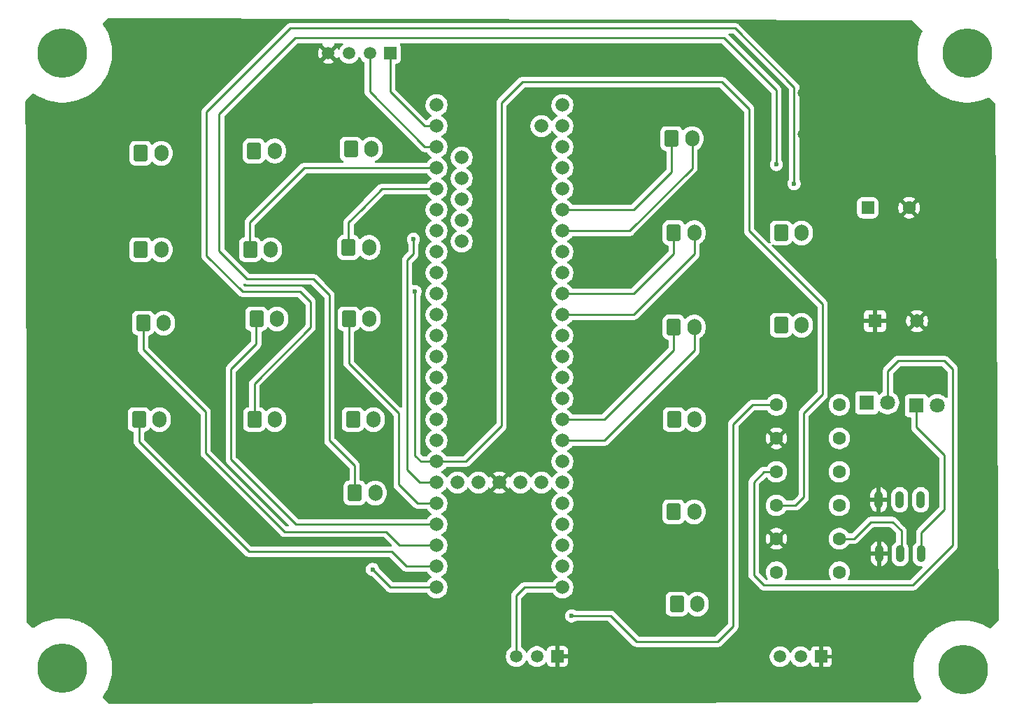
<source format=gbr>
%TF.GenerationSoftware,KiCad,Pcbnew,9.0.4*%
%TF.CreationDate,2026-01-13T22:45:17+05:30*%
%TF.ProjectId,Teensy4.1,5465656e-7379-4342-9e31-2e6b69636164,rev?*%
%TF.SameCoordinates,Original*%
%TF.FileFunction,Copper,L2,Bot*%
%TF.FilePolarity,Positive*%
%FSLAX46Y46*%
G04 Gerber Fmt 4.6, Leading zero omitted, Abs format (unit mm)*
G04 Created by KiCad (PCBNEW 9.0.4) date 2026-01-13 22:45:17*
%MOMM*%
%LPD*%
G01*
G04 APERTURE LIST*
G04 Aperture macros list*
%AMRoundRect*
0 Rectangle with rounded corners*
0 $1 Rounding radius*
0 $2 $3 $4 $5 $6 $7 $8 $9 X,Y pos of 4 corners*
0 Add a 4 corners polygon primitive as box body*
4,1,4,$2,$3,$4,$5,$6,$7,$8,$9,$2,$3,0*
0 Add four circle primitives for the rounded corners*
1,1,$1+$1,$2,$3*
1,1,$1+$1,$4,$5*
1,1,$1+$1,$6,$7*
1,1,$1+$1,$8,$9*
0 Add four rect primitives between the rounded corners*
20,1,$1+$1,$2,$3,$4,$5,0*
20,1,$1+$1,$4,$5,$6,$7,0*
20,1,$1+$1,$6,$7,$8,$9,0*
20,1,$1+$1,$8,$9,$2,$3,0*%
G04 Aperture macros list end*
%TA.AperFunction,ComponentPad*%
%ADD10RoundRect,0.250000X-0.600000X-0.750000X0.600000X-0.750000X0.600000X0.750000X-0.600000X0.750000X0*%
%TD*%
%TA.AperFunction,ComponentPad*%
%ADD11O,1.700000X2.000000*%
%TD*%
%TA.AperFunction,ComponentPad*%
%ADD12C,1.600000*%
%TD*%
%TA.AperFunction,ComponentPad*%
%ADD13C,1.665000*%
%TD*%
%TA.AperFunction,ComponentPad*%
%ADD14R,1.800000X1.800000*%
%TD*%
%TA.AperFunction,ComponentPad*%
%ADD15C,1.800000*%
%TD*%
%TA.AperFunction,ComponentPad*%
%ADD16O,1.040000X2.080000*%
%TD*%
%TA.AperFunction,ComponentPad*%
%ADD17C,3.400000*%
%TD*%
%TA.AperFunction,ConnectorPad*%
%ADD18C,6.000000*%
%TD*%
%TA.AperFunction,ComponentPad*%
%ADD19R,1.650000X1.650000*%
%TD*%
%TA.AperFunction,ComponentPad*%
%ADD20C,1.650000*%
%TD*%
%TA.AperFunction,ComponentPad*%
%ADD21R,1.508000X1.508000*%
%TD*%
%TA.AperFunction,ComponentPad*%
%ADD22C,1.508000*%
%TD*%
%TA.AperFunction,ComponentPad*%
%ADD23RoundRect,0.250000X-0.550000X-0.550000X0.550000X-0.550000X0.550000X0.550000X-0.550000X0.550000X0*%
%TD*%
%TA.AperFunction,ViaPad*%
%ADD24C,0.600000*%
%TD*%
%TA.AperFunction,ViaPad*%
%ADD25C,1.016000*%
%TD*%
%TA.AperFunction,Conductor*%
%ADD26C,0.254000*%
%TD*%
G04 APERTURE END LIST*
D10*
%TO.P,J18,1,1*%
%TO.N,M5V*%
X138724000Y-104394000D03*
D11*
%TO.P,J18,2,2*%
%TO.N,M5C*%
X141224000Y-104394000D03*
%TD*%
D12*
%TO.P,R6,1*%
%TO.N,Net-(D2-A)*%
X201930000Y-122880000D03*
%TO.P,R6,2*%
%TO.N,3V3*%
X209550000Y-122880000D03*
%TD*%
D10*
%TO.P,J9,1,1*%
%TO.N,Net-(IC1-A15)*%
X189524000Y-104394000D03*
D11*
%TO.P,J9,2,2*%
%TO.N,Net-(IC1-A14)*%
X192024000Y-104394000D03*
%TD*%
D10*
%TO.P,J21,1,1*%
%TO.N,Net-(IC1-A1)*%
X202478000Y-92964000D03*
D11*
%TO.P,J21,2,2*%
%TO.N,Net-(IC1-A0)*%
X204978000Y-92964000D03*
%TD*%
D10*
%TO.P,J2,1,1*%
%TO.N,Net-(IC1-OUT1D)*%
X138704000Y-71865000D03*
D11*
%TO.P,J2,2,2*%
%TO.N,DIRR*%
X141204000Y-71865000D03*
%TD*%
D10*
%TO.P,J3,1,1*%
%TO.N,Net-(IC1-IN2)*%
X150408000Y-71628000D03*
D11*
%TO.P,J3,2,2*%
%TO.N,DIRR*%
X152908000Y-71628000D03*
%TD*%
D10*
%TO.P,J20,1,1*%
%TO.N,Net-(IC1-A5)*%
X202478000Y-81788000D03*
D11*
%TO.P,J20,2,2*%
%TO.N,Net-(IC1-A4)*%
X204978000Y-81788000D03*
%TD*%
D12*
%TO.P,R2,1*%
%TO.N,GND*%
X201930000Y-106680000D03*
%TO.P,R2,2*%
%TO.N,Net-(Q1-Pad2)*%
X209550000Y-106680000D03*
%TD*%
D10*
%TO.P,J6,1,1*%
%TO.N,Net-(IC1-A7)*%
X189230000Y-70358000D03*
D11*
%TO.P,J6,2,2*%
%TO.N,Net-(IC1-A6)*%
X191730000Y-70358000D03*
%TD*%
D10*
%TO.P,J11,1,1*%
%TO.N,Net-(IC1-A17)*%
X189504000Y-93201000D03*
D11*
%TO.P,J11,2,2*%
%TO.N,Net-(IC1-A16)*%
X192004000Y-93201000D03*
%TD*%
D12*
%TO.P,R4,1*%
%TO.N,DIRL*%
X201930000Y-114780000D03*
%TO.P,R4,2*%
%TO.N,Net-(Q2-Pad2)*%
X209550000Y-114780000D03*
%TD*%
D13*
%TO.P,IC1,1,TX1*%
%TO.N,Net-(IC1-TX1)*%
X160782000Y-71374000D03*
%TO.P,IC1,2,OUT2*%
%TO.N,Net-(IC1-OUT2)*%
X160782000Y-73914000D03*
%TO.P,IC1,3,LRCLK2*%
%TO.N,Net-(IC1-LRCLK2)*%
X160782000Y-76454000D03*
%TO.P,IC1,4,BCLK2*%
%TO.N,Net-(IC1-BCLK2)*%
X160782000Y-78994000D03*
%TO.P,IC1,5,IN2*%
%TO.N,Net-(IC1-IN2)*%
X160782000Y-81534000D03*
%TO.P,IC1,6,OUT1D*%
%TO.N,Net-(IC1-OUT1D)*%
X160782000Y-84074000D03*
%TO.P,IC1,7,RX2*%
%TO.N,Net-(IC1-RX2)*%
X160782000Y-86614000D03*
%TO.P,IC1,8,TX2*%
%TO.N,Net-(IC1-TX2)*%
X160782000Y-89154000D03*
%TO.P,IC1,9,OUT1C*%
%TO.N,M1C*%
X160782000Y-91694000D03*
%TO.P,IC1,10,CS_1*%
%TO.N,M2C*%
X160782000Y-94234000D03*
%TO.P,IC1,11,MOSI*%
%TO.N,M3C*%
X160782000Y-96774000D03*
%TO.P,IC1,12,MISO*%
%TO.N,M4C*%
X160782000Y-99314000D03*
%TO.P,IC1,13,SCK*%
%TO.N,Net-(IC1-SCK)*%
X176022000Y-99314000D03*
%TO.P,IC1,14,A0*%
%TO.N,Net-(IC1-A0)*%
X176022000Y-96774000D03*
%TO.P,IC1,15,A1*%
%TO.N,Net-(IC1-A1)*%
X176022000Y-94234000D03*
%TO.P,IC1,16,A2*%
%TO.N,Net-(IC1-A2)*%
X176022000Y-91694000D03*
%TO.P,IC1,17,A3*%
%TO.N,Net-(IC1-A3)*%
X176022000Y-89154000D03*
%TO.P,IC1,18,A4*%
%TO.N,Net-(IC1-A4)*%
X176022000Y-86614000D03*
%TO.P,IC1,19,A5*%
%TO.N,Net-(IC1-A5)*%
X176022000Y-84074000D03*
%TO.P,IC1,20,A6*%
%TO.N,Net-(IC1-A6)*%
X176022000Y-81534000D03*
%TO.P,IC1,21,A7*%
%TO.N,Net-(IC1-A7)*%
X176022000Y-78994000D03*
%TO.P,IC1,22,A8*%
%TO.N,M5V*%
X176022000Y-76454000D03*
%TO.P,IC1,23,A9*%
%TO.N,M6V*%
X176022000Y-73914000D03*
%TO.P,IC1,24,A10*%
%TO.N,M5C*%
X160782000Y-104394000D03*
%TO.P,IC1,25,A11*%
%TO.N,M6C*%
X160782000Y-106934000D03*
%TO.P,IC1,26,A12*%
%TO.N,DIRL*%
X160782000Y-109474000D03*
%TO.P,IC1,27,A13*%
%TO.N,DIRR*%
X160782000Y-112014000D03*
%TO.P,IC1,28,RX7*%
%TO.N,Net-(IC1-RX7)*%
X160782000Y-114554000D03*
%TO.P,IC1,29,TX7*%
%TO.N,M1V*%
X160782000Y-117094000D03*
%TO.P,IC1,30,CRX3*%
%TO.N,M2V*%
X160782000Y-119634000D03*
%TO.P,IC1,31,CTX3*%
%TO.N,M3V*%
X160782000Y-122174000D03*
%TO.P,IC1,32,OUT1B*%
%TO.N,M4V*%
X160782000Y-124714000D03*
%TO.P,IC1,33,MCLK2*%
%TO.N,Net-(IC1-MCLK2)*%
X176022000Y-124714000D03*
%TO.P,IC1,34,RX8*%
%TO.N,Net-(IC1-RX8)*%
X176022000Y-122174000D03*
%TO.P,IC1,35,TX8*%
%TO.N,Net-(IC1-TX8)*%
X176022000Y-119634000D03*
%TO.P,IC1,36,CS_2*%
%TO.N,Net-(IC1-CS_2)*%
X176022000Y-117094000D03*
%TO.P,IC1,37,CS_3*%
%TO.N,Net-(IC1-CS_3)*%
X176022000Y-114554000D03*
%TO.P,IC1,38,A14*%
%TO.N,Net-(IC1-A14)*%
X176022000Y-112014000D03*
%TO.P,IC1,39,A15*%
%TO.N,Net-(IC1-A15)*%
X176022000Y-109474000D03*
%TO.P,IC1,40,A16*%
%TO.N,Net-(IC1-A16)*%
X176022000Y-106934000D03*
%TO.P,IC1,41,A17*%
%TO.N,Net-(IC1-A17)*%
X176022000Y-104394000D03*
%TO.P,IC1,42,3.3V_1*%
%TO.N,3V3*%
X160782000Y-101854000D03*
%TO.P,IC1,43,VBAT*%
%TO.N,unconnected-(IC1-VBAT-Pad43)*%
X163322000Y-112014000D03*
%TO.P,IC1,44,3.3V_2*%
%TO.N,unconnected-(IC1-3.3V_2-Pad44)*%
X165862000Y-112014000D03*
%TO.P,IC1,45,GND_1*%
%TO.N,GND*%
X168402000Y-112014000D03*
%TO.P,IC1,46,PROGRAM*%
%TO.N,unconnected-(IC1-PROGRAM-Pad46)*%
X170942000Y-112014000D03*
%TO.P,IC1,47,ON/OFF*%
%TO.N,unconnected-(IC1-ON{slash}OFF-Pad47)*%
X173482000Y-112014000D03*
%TO.P,IC1,48,GND_2*%
%TO.N,unconnected-(IC1-GND_2-Pad48)*%
X163832000Y-82804000D03*
%TO.P,IC1,49,GND_3*%
%TO.N,unconnected-(IC1-GND_3-Pad49)*%
X163832000Y-80264000D03*
%TO.P,IC1,50,D+*%
%TO.N,unconnected-(IC1-D+-Pad50)*%
X163832000Y-77724000D03*
%TO.P,IC1,51,D-*%
%TO.N,unconnected-(IC1-D--Pad51)*%
X163832000Y-75184000D03*
%TO.P,IC1,52,+5V*%
%TO.N,unconnected-(IC1-+5V-Pad52)*%
X163832000Y-72644000D03*
%TO.P,IC1,53,3.3V_(250_M_A_MAX)*%
%TO.N,unconnected-(IC1-3.3V_(250_M_A_MAX)-Pad53)*%
X176022000Y-71374000D03*
%TO.P,IC1,55,VIN_(3.6_TO_5.5_VOLTS)*%
%TO.N,unconnected-(IC1-VIN_(3.6_TO_5.5_VOLTS)-Pad55)*%
X176022000Y-66294000D03*
%TO.P,IC1,57,RX1*%
%TO.N,Net-(IC1-RX1)*%
X160782000Y-68834000D03*
%TO.P,IC1,68,VUSB*%
%TO.N,unconnected-(IC1-VUSB-Pad68)*%
X173482000Y-68834000D03*
%TO.P,IC1,69,GND_4*%
%TO.N,unconnected-(IC1-GND_4-Pad69)*%
X176022000Y-101854000D03*
%TO.P,IC1,70,GND_5*%
%TO.N,unconnected-(IC1-GND_5-Pad70)*%
X176022000Y-68834000D03*
%TO.P,IC1,71,GND_6*%
%TO.N,unconnected-(IC1-GND_6-Pad71)*%
X160782000Y-66294000D03*
%TD*%
D10*
%TO.P,J14,1,1*%
%TO.N,M1V*%
X138978000Y-92202000D03*
D11*
%TO.P,J14,2,2*%
%TO.N,M1C*%
X141478000Y-92202000D03*
%TD*%
D10*
%TO.P,J7,1,1*%
%TO.N,Net-(IC1-OUT2)*%
X138216000Y-83820000D03*
D11*
%TO.P,J7,2,2*%
%TO.N,DIRL*%
X140716000Y-83820000D03*
%TD*%
D14*
%TO.P,D2,1,K*%
%TO.N,Net-(D2-K)*%
X218870000Y-102718000D03*
D15*
%TO.P,D2,2,A*%
%TO.N,Net-(D2-A)*%
X221410000Y-102718000D03*
%TD*%
D10*
%TO.P,J16,1,1*%
%TO.N,M3V*%
X124754000Y-104394000D03*
D11*
%TO.P,J16,2,2*%
%TO.N,M3C*%
X127254000Y-104394000D03*
%TD*%
D16*
%TO.P,Q2,1*%
%TO.N,GND*%
X214376000Y-120650000D03*
%TO.P,Q2,2*%
%TO.N,Net-(Q2-Pad2)*%
X216916000Y-120650000D03*
%TO.P,Q2,3*%
%TO.N,Net-(D2-K)*%
X219456000Y-120650000D03*
%TD*%
D17*
%TO.P,H6,1*%
%TO.N,N/C*%
X225000000Y-60000000D03*
D18*
X225000000Y-60000000D03*
%TD*%
D19*
%TO.P,P1,1,1*%
%TO.N,GND*%
X213868000Y-92456000D03*
D20*
%TO.P,P1,2,2*%
X218948000Y-92456000D03*
%TD*%
D21*
%TO.P,J22,1,1*%
%TO.N,Net-(IC1-RX1)*%
X155194000Y-60025000D03*
D22*
%TO.P,J22,2,2*%
%TO.N,Net-(IC1-TX1)*%
X152694000Y-60025000D03*
%TO.P,J22,3,3*%
%TO.N,3V3*%
X150194000Y-60025000D03*
%TO.P,J22,4,4*%
%TO.N,GND*%
X147694000Y-60025000D03*
%TD*%
D10*
%TO.P,J12,1,1*%
%TO.N,Net-(IC1-TX8)*%
X189865000Y-126746000D03*
D11*
%TO.P,J12,2,2*%
%TO.N,Net-(IC1-RX8)*%
X192365000Y-126746000D03*
%TD*%
D17*
%TO.P,H7,1*%
%TO.N,N/C*%
X115500000Y-134500000D03*
D18*
X115500000Y-134500000D03*
%TD*%
D23*
%TO.P,C1,1*%
%TO.N,3V3*%
X212989349Y-78740000D03*
D12*
%TO.P,C1,2*%
%TO.N,GND*%
X217989349Y-78740000D03*
%TD*%
%TO.P,R5,1*%
%TO.N,GND*%
X201930000Y-118830000D03*
%TO.P,R5,2*%
%TO.N,Net-(Q2-Pad2)*%
X209550000Y-118830000D03*
%TD*%
D10*
%TO.P,J10,1,1*%
%TO.N,Net-(IC1-CS_3)*%
X189484000Y-115570000D03*
D11*
%TO.P,J10,2,2*%
%TO.N,Net-(IC1-CS_2)*%
X191984000Y-115570000D03*
%TD*%
D10*
%TO.P,J17,1,1*%
%TO.N,M4V*%
X150662000Y-104394000D03*
D11*
%TO.P,J17,2,2*%
%TO.N,M4C*%
X153162000Y-104394000D03*
%TD*%
D17*
%TO.P,H5,1*%
%TO.N,N/C*%
X115500000Y-60000000D03*
D18*
X115500000Y-60000000D03*
%TD*%
D21*
%TO.P,J25,1,1*%
%TO.N,GND*%
X207369500Y-133113000D03*
D22*
%TO.P,J25,2,2*%
%TO.N,unconnected-(J25-Pad2)*%
X204869500Y-133113000D03*
%TO.P,J25,3,3*%
%TO.N,Net-(IC1-SCK)*%
X202369500Y-133113000D03*
%TD*%
D12*
%TO.P,R1,1*%
%TO.N,DIRR*%
X201930000Y-102630000D03*
%TO.P,R1,2*%
%TO.N,Net-(Q1-Pad2)*%
X209550000Y-102630000D03*
%TD*%
D10*
%TO.P,J5,1,1*%
%TO.N,Net-(IC1-RX7)*%
X150154000Y-92202000D03*
D11*
%TO.P,J5,2,2*%
%TO.N,Net-(IC1-TX2)*%
X152654000Y-92202000D03*
%TD*%
D21*
%TO.P,J24,1,1*%
%TO.N,GND*%
X175434000Y-133096000D03*
D22*
%TO.P,J24,2,2*%
%TO.N,unconnected-(J24-Pad2)*%
X172934000Y-133096000D03*
%TO.P,J24,3,3*%
%TO.N,Net-(IC1-MCLK2)*%
X170434000Y-133096000D03*
%TD*%
D16*
%TO.P,Q1,1*%
%TO.N,GND*%
X214311000Y-114116742D03*
%TO.P,Q1,2*%
%TO.N,Net-(Q1-Pad2)*%
X216851000Y-114116742D03*
%TO.P,Q1,3*%
%TO.N,Net-(D1-K)*%
X219391000Y-114116742D03*
%TD*%
D10*
%TO.P,J19,1,1*%
%TO.N,M6V*%
X150876000Y-113284000D03*
D11*
%TO.P,J19,2,2*%
%TO.N,M6C*%
X153376000Y-113284000D03*
%TD*%
D12*
%TO.P,R3,1*%
%TO.N,Net-(D1-A)*%
X201930000Y-110730000D03*
%TO.P,R3,2*%
%TO.N,3V3*%
X209550000Y-110730000D03*
%TD*%
D10*
%TO.P,J4,1,1*%
%TO.N,Net-(IC1-RX2)*%
X124968000Y-72136000D03*
D11*
%TO.P,J4,2,2*%
%TO.N,DIRR*%
X127468000Y-72136000D03*
%TD*%
D10*
%TO.P,J15,1,1*%
%TO.N,M2V*%
X125262000Y-92710000D03*
D11*
%TO.P,J15,2,2*%
%TO.N,M2C*%
X127762000Y-92710000D03*
%TD*%
D10*
%TO.P,J8,1,1*%
%TO.N,Net-(IC1-A3)*%
X189504000Y-81771000D03*
D11*
%TO.P,J8,2,2*%
%TO.N,Net-(IC1-A2)*%
X192004000Y-81771000D03*
%TD*%
D10*
%TO.P,J1,1,1*%
%TO.N,Net-(IC1-BCLK2)*%
X124968000Y-83820000D03*
D11*
%TO.P,J1,2,2*%
%TO.N,DIRL*%
X127468000Y-83820000D03*
%TD*%
D10*
%TO.P,J13,1,1*%
%TO.N,Net-(IC1-LRCLK2)*%
X150134000Y-83549000D03*
D11*
%TO.P,J13,2,2*%
%TO.N,DIRL*%
X152634000Y-83549000D03*
%TD*%
D17*
%TO.P,H8,1*%
%TO.N,N/C*%
X224500000Y-134721600D03*
D18*
X224500000Y-134721600D03*
%TD*%
D14*
%TO.P,D1,1,K*%
%TO.N,Net-(D1-K)*%
X212852000Y-102354000D03*
D15*
%TO.P,D1,2,A*%
%TO.N,Net-(D1-A)*%
X215392000Y-102354000D03*
%TD*%
D24*
%TO.N,M5V*%
X204075770Y-75805770D03*
%TO.N,M4V*%
X153035000Y-122555000D03*
%TO.N,DIRR*%
X177139600Y-128168400D03*
X157988000Y-82550000D03*
D25*
%TO.N,GND*%
X145161000Y-112649000D03*
X145161000Y-104267000D03*
X132500000Y-133889000D03*
X157353000Y-129794000D03*
X160322000Y-129921000D03*
X181991000Y-84328000D03*
X121920000Y-105760000D03*
X132080000Y-122840000D03*
X217500000Y-70000000D03*
X122628800Y-65312800D03*
X220980000Y-86360000D03*
X177989349Y-60000000D03*
X184150000Y-70866000D03*
X222420000Y-70000000D03*
X118920000Y-111760000D03*
X227500000Y-120000000D03*
X217500000Y-60000000D03*
X129080000Y-122840000D03*
X118920000Y-99816400D03*
X124000000Y-116840000D03*
X181610000Y-67310000D03*
X205000000Y-59860000D03*
X163830000Y-64008000D03*
X142415000Y-123317000D03*
X121920000Y-93816400D03*
X116254000Y-81676400D03*
X124000000Y-122840000D03*
X185420000Y-124460000D03*
X118364000Y-72644000D03*
X116000000Y-105620000D03*
X116000000Y-111620000D03*
X224500000Y-120000000D03*
X215900000Y-86360000D03*
X131191000Y-85979000D03*
X205000000Y-69860000D03*
X129080000Y-116840000D03*
X219706000Y-82500000D03*
X209989349Y-70000000D03*
X116000000Y-116700000D03*
X127500000Y-133500000D03*
X212989349Y-60000000D03*
X126571000Y-60000000D03*
X184150000Y-108204000D03*
X166545000Y-133985000D03*
X145000000Y-77000000D03*
X224500000Y-92500000D03*
X182500000Y-60000000D03*
X224500000Y-107500000D03*
X184404000Y-84328000D03*
X205000000Y-64860000D03*
X134747000Y-91694000D03*
X209989349Y-65000000D03*
X118920000Y-87816400D03*
X212989349Y-65000000D03*
X181737000Y-94742000D03*
X193040000Y-78740000D03*
X224960000Y-70000000D03*
X136192000Y-123317000D03*
X118920000Y-105760000D03*
X174989349Y-60000000D03*
X170000000Y-59860000D03*
X220000000Y-127500000D03*
X135890000Y-72390000D03*
X121920000Y-87816400D03*
X126571000Y-62500000D03*
X121920000Y-111760000D03*
X134747000Y-94615000D03*
X151130000Y-123317000D03*
X181610000Y-70815200D03*
X140000000Y-64008000D03*
X217500000Y-65000000D03*
X131500000Y-110744000D03*
X148130000Y-123317000D03*
X209989349Y-60000000D03*
X192500000Y-60000000D03*
X131747000Y-94615000D03*
X118920000Y-122840000D03*
X116000000Y-122700000D03*
X145161000Y-84074000D03*
X217000000Y-127500000D03*
X195580000Y-78740000D03*
X145415000Y-123317000D03*
X187960000Y-124460000D03*
X131013200Y-76098400D03*
X121920000Y-122840000D03*
X195580000Y-91440000D03*
X163830000Y-91440000D03*
X180340000Y-101600000D03*
X224960000Y-77500000D03*
X212989349Y-70000000D03*
X121920000Y-75692000D03*
X163830000Y-88900000D03*
X132080000Y-116840000D03*
X116000000Y-93676400D03*
X151384000Y-129794000D03*
X149000000Y-77000000D03*
X127000000Y-122840000D03*
X131747000Y-91694000D03*
X130000000Y-60000000D03*
X130000000Y-62500000D03*
X180340000Y-108293500D03*
X132621033Y-127500000D03*
X222420000Y-77500000D03*
X203200000Y-89154000D03*
X219880000Y-70000000D03*
X148384000Y-129794000D03*
X148384000Y-126873000D03*
X118920000Y-75692000D03*
X224960000Y-82500000D03*
X143429000Y-64008000D03*
X127127000Y-127889000D03*
X163322000Y-129921000D03*
X135890000Y-77470000D03*
X222420000Y-82500000D03*
X184989349Y-60000000D03*
X213360000Y-86360000D03*
X139192000Y-123317000D03*
X151384000Y-126873000D03*
X127000000Y-116840000D03*
X118920000Y-93816400D03*
X142161000Y-112649000D03*
X121920000Y-116840000D03*
X195580000Y-93812833D03*
X131500000Y-108000000D03*
X121920000Y-99816400D03*
X190500000Y-78740000D03*
X186690000Y-67310000D03*
X122174000Y-81816400D03*
X115364000Y-72644000D03*
X184150000Y-67310000D03*
X135890000Y-74930000D03*
X187989349Y-60000000D03*
X118920000Y-116840000D03*
X116000000Y-99676400D03*
X119174000Y-81816400D03*
X154353000Y-129794000D03*
X131064000Y-73710800D03*
X184150000Y-94742000D03*
X227500000Y-107500000D03*
X218440000Y-86360000D03*
X116000000Y-75552000D03*
X180340000Y-118364000D03*
X116000000Y-87676400D03*
X163830000Y-86360000D03*
D24*
%TO.N,DIRL*%
X158181960Y-88900000D03*
%TO.N,M6V*%
X201930000Y-73481547D03*
%TD*%
D26*
%TO.N,Net-(D1-A)*%
X223266000Y-119634000D02*
X218440000Y-124460000D01*
X216662000Y-97282000D02*
X222250000Y-97282000D01*
X199180000Y-111970000D02*
X200420000Y-110730000D01*
X200420000Y-110730000D02*
X201930000Y-110730000D01*
X200406000Y-124460000D02*
X199180000Y-123234000D01*
X223266000Y-98298000D02*
X223266000Y-119634000D01*
X218440000Y-124460000D02*
X200406000Y-124460000D01*
X215400000Y-98544000D02*
X216662000Y-97282000D01*
X215400000Y-102340000D02*
X215400000Y-98544000D01*
X222250000Y-97282000D02*
X223266000Y-98298000D01*
X199180000Y-123234000D02*
X199180000Y-111970000D01*
%TO.N,Net-(D2-K)*%
X222250000Y-115316000D02*
X219456000Y-118110000D01*
X222250000Y-108712000D02*
X222250000Y-115316000D01*
X219456000Y-118110000D02*
X219456000Y-120904000D01*
X218870000Y-102718000D02*
X218870000Y-105332000D01*
X218870000Y-105332000D02*
X222250000Y-108712000D01*
%TO.N,Net-(IC1-TX1)*%
X159374000Y-71374000D02*
X160782000Y-71374000D01*
X152694000Y-64694000D02*
X159374000Y-71374000D01*
X152694000Y-60025000D02*
X152694000Y-64694000D01*
%TO.N,Net-(IC1-A2)*%
X192004000Y-81771000D02*
X192004000Y-84336000D01*
X192004000Y-84336000D02*
X184646000Y-91694000D01*
X184646000Y-91694000D02*
X176022000Y-91694000D01*
%TO.N,M3V*%
X157099000Y-122174000D02*
X160782000Y-122174000D01*
X124754000Y-107075600D02*
X138074400Y-120396000D01*
X155321000Y-120396000D02*
X157099000Y-122174000D01*
X124754000Y-104394000D02*
X124754000Y-107075600D01*
X138074400Y-120396000D02*
X155321000Y-120396000D01*
%TO.N,M5V*%
X145542000Y-93218000D02*
X138724000Y-100036000D01*
X132943600Y-84531200D02*
X137312400Y-88900000D01*
X204075770Y-64121770D02*
X196954000Y-57000000D01*
X137312400Y-88900000D02*
X144272000Y-88900000D01*
X138724000Y-100036000D02*
X138724000Y-104394000D01*
X204075770Y-75805770D02*
X204075770Y-64121770D01*
X143101200Y-57000000D02*
X132943600Y-67157600D01*
X196954000Y-57000000D02*
X143101200Y-57000000D01*
X145542000Y-90170000D02*
X145542000Y-93218000D01*
X144272000Y-88900000D02*
X145542000Y-90170000D01*
X132943600Y-67157600D02*
X132943600Y-84531200D01*
%TO.N,Net-(IC1-A6)*%
X184150000Y-81534000D02*
X176022000Y-81534000D01*
X191730000Y-70358000D02*
X191730000Y-73954000D01*
X191730000Y-73954000D02*
X184150000Y-81534000D01*
%TO.N,Net-(IC1-MCLK2)*%
X176022000Y-124714000D02*
X171450000Y-124714000D01*
X171450000Y-124714000D02*
X170434000Y-125730000D01*
X170434000Y-125730000D02*
X170434000Y-133096000D01*
%TO.N,Net-(IC1-A17)*%
X181102000Y-104394000D02*
X176022000Y-104394000D01*
X189504000Y-93201000D02*
X189504000Y-95992000D01*
X189504000Y-95992000D02*
X181102000Y-104394000D01*
%TO.N,Net-(IC1-RX7)*%
X156210000Y-112268000D02*
X158496000Y-114554000D01*
X150154000Y-97576000D02*
X156210000Y-103632000D01*
X158496000Y-114554000D02*
X160782000Y-114554000D01*
X156210000Y-103632000D02*
X156210000Y-112268000D01*
X150154000Y-92202000D02*
X150154000Y-97576000D01*
%TO.N,Net-(IC1-RX1)*%
X155194000Y-64694000D02*
X155194000Y-60025000D01*
X159334000Y-68834000D02*
X155194000Y-64694000D01*
X160782000Y-68834000D02*
X159334000Y-68834000D01*
%TO.N,M4V*%
X155194000Y-124714000D02*
X160782000Y-124714000D01*
X153035000Y-122555000D02*
X155194000Y-124714000D01*
%TO.N,M2V*%
X156311600Y-119634000D02*
X160782000Y-119634000D01*
X132842000Y-108458000D02*
X142367000Y-117983000D01*
X142367000Y-117983000D02*
X154660600Y-117983000D01*
X132842000Y-103479600D02*
X132842000Y-108458000D01*
X125262000Y-95899600D02*
X132842000Y-103479600D01*
X154660600Y-117983000D02*
X156311600Y-119634000D01*
X125262000Y-92710000D02*
X125262000Y-95899600D01*
%TO.N,Net-(IC1-OUT2)*%
X138176000Y-80518000D02*
X144780000Y-73914000D01*
X144780000Y-73914000D02*
X160782000Y-73914000D01*
X138176000Y-83780000D02*
X138176000Y-80518000D01*
%TO.N,Net-(IC1-A7)*%
X184658000Y-78994000D02*
X176022000Y-78994000D01*
X189230000Y-70358000D02*
X189230000Y-74422000D01*
X189230000Y-74422000D02*
X184658000Y-78994000D01*
%TO.N,DIRR*%
X158750000Y-112014000D02*
X160782000Y-112014000D01*
X196697600Y-104952800D02*
X196697600Y-129438400D01*
X157226000Y-85090000D02*
X157226000Y-110490000D01*
X196697600Y-129438400D02*
X194818000Y-131318000D01*
X185013600Y-131318000D02*
X181864000Y-128168400D01*
X157988000Y-84328000D02*
X157226000Y-85090000D01*
X157226000Y-110490000D02*
X158750000Y-112014000D01*
X199020400Y-102630000D02*
X196697600Y-104952800D01*
X157988000Y-82550000D02*
X157988000Y-84328000D01*
X181864000Y-128168400D02*
X177139600Y-128168400D01*
X194818000Y-131318000D02*
X185013600Y-131318000D01*
X201930000Y-102630000D02*
X199020400Y-102630000D01*
%TO.N,Net-(IC1-LRCLK2)*%
X154178000Y-76454000D02*
X151765000Y-78867000D01*
X151765000Y-78867000D02*
X150134000Y-80498000D01*
X150134000Y-80498000D02*
X150134000Y-83549000D01*
X160782000Y-76454000D02*
X154178000Y-76454000D01*
%TO.N,Net-(IC1-A3)*%
X189504000Y-84286000D02*
X184636000Y-89154000D01*
X184636000Y-89154000D02*
X176022000Y-89154000D01*
X189504000Y-81771000D02*
X189504000Y-84286000D01*
%TO.N,Net-(IC1-A16)*%
X192004000Y-93201000D02*
X192004000Y-96032000D01*
X181102000Y-106934000D02*
X176022000Y-106934000D01*
X192004000Y-96032000D02*
X181102000Y-106934000D01*
%TO.N,M1V*%
X144720644Y-117094000D02*
X160782000Y-117094000D01*
X144720644Y-117094000D02*
X143764000Y-117094000D01*
X143764000Y-117094000D02*
X135890000Y-109220000D01*
X135890000Y-109220000D02*
X135890000Y-98298000D01*
X138958000Y-95230000D02*
X138958000Y-92185000D01*
X135890000Y-98298000D02*
X138958000Y-95230000D01*
%TO.N,DIRL*%
X195326000Y-63500000D02*
X198628000Y-66802000D01*
X205232000Y-113792000D02*
X204244000Y-114780000D01*
X198628000Y-81534000D02*
X207518000Y-90424000D01*
X205232000Y-103632000D02*
X205232000Y-113792000D01*
X207518000Y-101346000D02*
X205232000Y-103632000D01*
X168656000Y-66040000D02*
X171196000Y-63500000D01*
X158181960Y-108781960D02*
X158874000Y-109474000D01*
X198628000Y-66802000D02*
X198628000Y-81534000D01*
X158874000Y-109474000D02*
X160782000Y-109474000D01*
X164338000Y-109474000D02*
X168656000Y-105156000D01*
X168656000Y-105156000D02*
X168656000Y-66040000D01*
X204244000Y-114780000D02*
X201930000Y-114780000D01*
X160782000Y-109474000D02*
X164338000Y-109474000D01*
X171196000Y-63500000D02*
X195326000Y-63500000D01*
X158181960Y-88900000D02*
X158181960Y-108781960D01*
X207518000Y-90424000D02*
X207518000Y-101346000D01*
%TO.N,M6V*%
X195580000Y-58166000D02*
X201930000Y-64516000D01*
X137871200Y-87376000D02*
X134467600Y-83972400D01*
X201930000Y-64516000D02*
X201930000Y-73481547D01*
X150876000Y-109982000D02*
X147828000Y-106934000D01*
X134467600Y-83972400D02*
X134467600Y-67362621D01*
X150876000Y-113284000D02*
X150876000Y-109982000D01*
X145876000Y-87376000D02*
X137871200Y-87376000D01*
X147828000Y-106934000D02*
X147828000Y-89328000D01*
X147828000Y-89328000D02*
X145876000Y-87376000D01*
X134467600Y-67362621D02*
X143664221Y-58166000D01*
X143664221Y-58166000D02*
X195580000Y-58166000D01*
%TO.N,Net-(Q2-Pad2)*%
X211350000Y-118830000D02*
X213370000Y-116810000D01*
X213370000Y-116810000D02*
X215980000Y-116810000D01*
X217043000Y-117873000D02*
X217043000Y-120904000D01*
X209550000Y-118830000D02*
X211350000Y-118830000D01*
X215980000Y-116810000D02*
X217043000Y-117873000D01*
%TD*%
%TA.AperFunction,Conductor*%
%TO.N,GND*%
G36*
X149440137Y-58813185D02*
G01*
X149485892Y-58865989D01*
X149495836Y-58935147D01*
X149466811Y-58998703D01*
X149445983Y-59017818D01*
X149376754Y-59068115D01*
X149376749Y-59068119D01*
X149237115Y-59207753D01*
X149121056Y-59367497D01*
X149054203Y-59498702D01*
X149006229Y-59549497D01*
X148938407Y-59566292D01*
X148872273Y-59543754D01*
X148833234Y-59498701D01*
X148766520Y-59367768D01*
X148766512Y-59367755D01*
X148740542Y-59332010D01*
X148740541Y-59332009D01*
X148176962Y-59895589D01*
X148159925Y-59832007D01*
X148094099Y-59717993D01*
X148001007Y-59624901D01*
X147886993Y-59559075D01*
X147823409Y-59542037D01*
X148386988Y-58978458D01*
X148382957Y-58927229D01*
X148397321Y-58858852D01*
X148446372Y-58809095D01*
X148506575Y-58793500D01*
X149373098Y-58793500D01*
X149440137Y-58813185D01*
G37*
%TD.AperFunction*%
%TA.AperFunction,Conductor*%
G36*
X218234059Y-55987346D02*
G01*
X218301059Y-56007161D01*
X218321273Y-56023441D01*
X219564775Y-57260596D01*
X219598416Y-57321833D01*
X219593610Y-57391537D01*
X219587803Y-57404795D01*
X219546483Y-57485890D01*
X219366036Y-57921527D01*
X219230298Y-58339286D01*
X219220331Y-58369965D01*
X219113924Y-58813185D01*
X219110256Y-58828462D01*
X219036495Y-59294171D01*
X219036495Y-59294172D01*
X218999500Y-59764234D01*
X218999500Y-60235765D01*
X219036495Y-60705827D01*
X219036495Y-60705828D01*
X219065108Y-60886482D01*
X219110257Y-61171543D01*
X219220331Y-61630035D01*
X219220335Y-61630046D01*
X219366036Y-62078472D01*
X219488670Y-62374536D01*
X219546482Y-62514106D01*
X219760548Y-62934234D01*
X219760553Y-62934242D01*
X219760555Y-62934246D01*
X219760558Y-62934252D01*
X220006910Y-63336261D01*
X220006915Y-63336268D01*
X220006917Y-63336271D01*
X220171271Y-63562485D01*
X220284064Y-63717732D01*
X220284075Y-63717746D01*
X220472818Y-63938736D01*
X220590298Y-64076287D01*
X220923713Y-64409702D01*
X221282260Y-64715930D01*
X221663729Y-64993083D01*
X221663733Y-64993085D01*
X221663738Y-64993089D01*
X222065747Y-65239441D01*
X222065752Y-65239443D01*
X222065766Y-65239452D01*
X222485894Y-65453518D01*
X222921522Y-65633961D01*
X222921527Y-65633963D01*
X223035550Y-65671010D01*
X223369965Y-65779669D01*
X223828457Y-65889743D01*
X224294173Y-65963505D01*
X224764240Y-66000500D01*
X224764248Y-66000500D01*
X225235752Y-66000500D01*
X225235760Y-66000500D01*
X225705827Y-65963505D01*
X226171543Y-65889743D01*
X226630035Y-65779669D01*
X227078478Y-65633961D01*
X227514106Y-65453518D01*
X227622942Y-65398063D01*
X227691607Y-65385167D01*
X227756348Y-65411442D01*
X227766677Y-65420630D01*
X228164253Y-65816177D01*
X228355329Y-66006278D01*
X228388970Y-66067515D01*
X228391869Y-66093307D01*
X228833878Y-128647087D01*
X228814668Y-128714264D01*
X228797928Y-128735277D01*
X227890899Y-129649921D01*
X227829716Y-129683662D01*
X227760004Y-129678969D01*
X227738062Y-129668334D01*
X227434250Y-129482157D01*
X227434239Y-129482151D01*
X227434238Y-129482150D01*
X227434234Y-129482148D01*
X227014106Y-129268082D01*
X226797790Y-129178481D01*
X226578472Y-129087636D01*
X226213037Y-128968900D01*
X226130035Y-128941931D01*
X226114223Y-128938135D01*
X226032463Y-128918506D01*
X225671543Y-128831857D01*
X225568805Y-128815585D01*
X225205827Y-128758095D01*
X224735765Y-128721100D01*
X224735760Y-128721100D01*
X224264240Y-128721100D01*
X224264234Y-128721100D01*
X223794172Y-128758095D01*
X223794171Y-128758095D01*
X223328462Y-128831856D01*
X223328459Y-128831856D01*
X223328457Y-128831857D01*
X223164258Y-128871277D01*
X222869976Y-128941928D01*
X222869970Y-128941929D01*
X222869965Y-128941931D01*
X222869953Y-128941935D01*
X222421527Y-129087636D01*
X221985896Y-129268081D01*
X221985894Y-129268082D01*
X221565766Y-129482148D01*
X221565762Y-129482150D01*
X221565753Y-129482155D01*
X221565747Y-129482158D01*
X221163738Y-129728510D01*
X221163727Y-129728518D01*
X220782267Y-130005664D01*
X220782253Y-130005675D01*
X220423719Y-130311892D01*
X220423705Y-130311905D01*
X220090305Y-130645305D01*
X220090292Y-130645319D01*
X219784075Y-131003853D01*
X219784064Y-131003867D01*
X219506918Y-131385327D01*
X219506910Y-131385338D01*
X219260558Y-131787347D01*
X219260555Y-131787353D01*
X219260550Y-131787362D01*
X219260548Y-131787366D01*
X219160834Y-131983066D01*
X219046481Y-132207496D01*
X218866036Y-132643127D01*
X218720335Y-133091553D01*
X218720328Y-133091576D01*
X218610256Y-133550062D01*
X218536495Y-134015771D01*
X218536495Y-134015772D01*
X218508814Y-134367500D01*
X218499500Y-134485840D01*
X218499500Y-134957360D01*
X218536495Y-135427427D01*
X218610257Y-135893143D01*
X218720331Y-136351635D01*
X218720335Y-136351646D01*
X218866036Y-136800072D01*
X218954691Y-137014103D01*
X219046482Y-137235706D01*
X219260548Y-137655834D01*
X219260553Y-137655842D01*
X219260555Y-137655846D01*
X219260558Y-137655853D01*
X219473642Y-138003573D01*
X219491887Y-138071019D01*
X219470771Y-138137621D01*
X219455962Y-138155677D01*
X218955529Y-138660312D01*
X218894346Y-138694053D01*
X218867643Y-138696998D01*
X121180288Y-138823509D01*
X121113223Y-138803911D01*
X121092623Y-138787367D01*
X120419064Y-138116528D01*
X120385455Y-138055273D01*
X120390299Y-137985572D01*
X120406244Y-137955793D01*
X120493083Y-137836271D01*
X120739452Y-137434234D01*
X120953518Y-137014106D01*
X121133961Y-136578478D01*
X121279669Y-136130035D01*
X121389743Y-135671543D01*
X121463505Y-135205827D01*
X121500500Y-134735760D01*
X121500500Y-134264240D01*
X121463505Y-133794173D01*
X121389743Y-133328457D01*
X121279669Y-132869965D01*
X121145001Y-132455499D01*
X121133963Y-132421527D01*
X121111767Y-132367941D01*
X120953518Y-131985894D01*
X120739452Y-131565766D01*
X120739443Y-131565752D01*
X120739441Y-131565747D01*
X120493089Y-131163738D01*
X120493085Y-131163733D01*
X120493083Y-131163729D01*
X120215930Y-130782260D01*
X119909702Y-130423713D01*
X119576287Y-130090298D01*
X119217740Y-129784070D01*
X118836271Y-129506917D01*
X118836268Y-129506915D01*
X118836261Y-129506910D01*
X118434252Y-129260558D01*
X118434246Y-129260555D01*
X118434242Y-129260553D01*
X118434234Y-129260548D01*
X118014106Y-129046482D01*
X117830083Y-128970257D01*
X117578472Y-128866036D01*
X117259402Y-128762364D01*
X117130035Y-128720331D01*
X116671543Y-128610257D01*
X116205827Y-128536495D01*
X115735765Y-128499500D01*
X115735760Y-128499500D01*
X115264240Y-128499500D01*
X115264234Y-128499500D01*
X114794172Y-128536495D01*
X114794171Y-128536495D01*
X114328462Y-128610256D01*
X114328459Y-128610256D01*
X114328457Y-128610257D01*
X114175049Y-128647087D01*
X113869976Y-128720328D01*
X113869970Y-128720329D01*
X113869965Y-128720331D01*
X113839286Y-128730298D01*
X113421527Y-128866036D01*
X112985896Y-129046481D01*
X112985894Y-129046482D01*
X112565766Y-129260548D01*
X112565762Y-129260550D01*
X112565753Y-129260555D01*
X112565747Y-129260558D01*
X112163741Y-129506909D01*
X112163740Y-129506910D01*
X112163729Y-129506917D01*
X112066612Y-129577476D01*
X112024199Y-129608291D01*
X111958392Y-129631770D01*
X111890338Y-129615944D01*
X111863810Y-129595830D01*
X111235700Y-128970257D01*
X111202091Y-128909002D01*
X111199204Y-128882747D01*
X111129602Y-103593983D01*
X123403500Y-103593983D01*
X123403500Y-105194001D01*
X123403501Y-105194018D01*
X123414000Y-105296796D01*
X123414001Y-105296799D01*
X123469185Y-105463331D01*
X123469187Y-105463336D01*
X123476532Y-105475244D01*
X123561288Y-105612656D01*
X123685344Y-105736712D01*
X123834666Y-105828814D01*
X124001203Y-105883999D01*
X124012192Y-105885121D01*
X124015102Y-105885419D01*
X124079794Y-105911815D01*
X124119946Y-105968996D01*
X124126500Y-106008777D01*
X124126500Y-107137407D01*
X124150612Y-107258627D01*
X124150614Y-107258635D01*
X124181835Y-107334008D01*
X124197917Y-107372833D01*
X124246601Y-107445694D01*
X124248971Y-107449241D01*
X124248974Y-107449246D01*
X124266590Y-107475610D01*
X124266591Y-107475611D01*
X137586989Y-120796008D01*
X137632471Y-120841490D01*
X137674393Y-120883412D01*
X137777160Y-120952079D01*
X137777173Y-120952086D01*
X137859253Y-120986084D01*
X137891365Y-120999385D01*
X137891369Y-120999385D01*
X137891370Y-120999386D01*
X138012594Y-121023500D01*
X138012597Y-121023500D01*
X155009719Y-121023500D01*
X155076758Y-121043185D01*
X155097400Y-121059819D01*
X156611589Y-122574008D01*
X156671423Y-122633842D01*
X156698993Y-122661412D01*
X156801760Y-122730079D01*
X156801764Y-122730081D01*
X156801767Y-122730083D01*
X156837160Y-122744743D01*
X156837161Y-122744744D01*
X156837162Y-122744744D01*
X156915966Y-122777386D01*
X157037192Y-122801499D01*
X157037196Y-122801500D01*
X157037197Y-122801500D01*
X157160803Y-122801500D01*
X159529679Y-122801500D01*
X159596718Y-122821185D01*
X159640164Y-122869206D01*
X159641916Y-122872645D01*
X159765238Y-123042384D01*
X159765242Y-123042389D01*
X159913610Y-123190757D01*
X159913615Y-123190761D01*
X160083354Y-123314083D01*
X160121492Y-123333516D01*
X160172287Y-123381490D01*
X160189082Y-123449311D01*
X160166544Y-123515446D01*
X160121492Y-123554484D01*
X160083354Y-123573916D01*
X159913615Y-123697238D01*
X159913610Y-123697242D01*
X159765242Y-123845610D01*
X159765238Y-123845615D01*
X159641916Y-124015354D01*
X159640164Y-124018794D01*
X159592191Y-124069590D01*
X159529679Y-124086500D01*
X155505281Y-124086500D01*
X155438242Y-124066815D01*
X155417600Y-124050181D01*
X153860091Y-122492672D01*
X153826606Y-122431349D01*
X153826183Y-122429323D01*
X153804737Y-122321503D01*
X153758628Y-122210185D01*
X153744397Y-122175827D01*
X153744390Y-122175814D01*
X153656789Y-122044711D01*
X153656786Y-122044707D01*
X153545292Y-121933213D01*
X153545288Y-121933210D01*
X153414185Y-121845609D01*
X153414172Y-121845602D01*
X153268501Y-121785264D01*
X153268489Y-121785261D01*
X153113845Y-121754500D01*
X153113842Y-121754500D01*
X152956158Y-121754500D01*
X152956155Y-121754500D01*
X152801510Y-121785261D01*
X152801498Y-121785264D01*
X152655827Y-121845602D01*
X152655814Y-121845609D01*
X152524711Y-121933210D01*
X152524707Y-121933213D01*
X152413213Y-122044707D01*
X152413210Y-122044711D01*
X152325609Y-122175814D01*
X152325602Y-122175827D01*
X152265264Y-122321498D01*
X152265261Y-122321510D01*
X152234500Y-122476153D01*
X152234500Y-122633846D01*
X152265261Y-122788489D01*
X152265264Y-122788501D01*
X152325602Y-122934172D01*
X152325609Y-122934185D01*
X152413210Y-123065288D01*
X152413213Y-123065292D01*
X152524707Y-123176786D01*
X152524711Y-123176789D01*
X152655814Y-123264390D01*
X152655827Y-123264397D01*
X152723961Y-123292618D01*
X152801503Y-123324737D01*
X152909185Y-123346156D01*
X152971092Y-123378539D01*
X152972672Y-123380091D01*
X154706589Y-125114008D01*
X154793992Y-125201411D01*
X154793993Y-125201412D01*
X154896760Y-125270079D01*
X154896773Y-125270086D01*
X154995997Y-125311185D01*
X154995999Y-125311186D01*
X155010965Y-125317385D01*
X155040653Y-125323290D01*
X155132194Y-125341500D01*
X155132197Y-125341500D01*
X155255803Y-125341500D01*
X159529679Y-125341500D01*
X159596718Y-125361185D01*
X159640164Y-125409206D01*
X159641916Y-125412645D01*
X159765238Y-125582384D01*
X159765242Y-125582389D01*
X159913610Y-125730757D01*
X159913615Y-125730761D01*
X160061669Y-125838327D01*
X160083356Y-125854084D01*
X160205566Y-125916353D01*
X160270305Y-125949340D01*
X160270308Y-125949341D01*
X160346947Y-125974242D01*
X160469855Y-126014177D01*
X160677091Y-126047000D01*
X160677092Y-126047000D01*
X160886908Y-126047000D01*
X160886909Y-126047000D01*
X161094145Y-126014177D01*
X161293694Y-125949340D01*
X161480644Y-125854084D01*
X161650391Y-125730756D01*
X161798756Y-125582391D01*
X161922084Y-125412644D01*
X162017340Y-125225694D01*
X162082177Y-125026145D01*
X162082176Y-125026145D01*
X162082178Y-125026142D01*
X162115000Y-124818908D01*
X162115000Y-124609091D01*
X162082177Y-124401855D01*
X162025231Y-124226591D01*
X162017341Y-124202308D01*
X162017340Y-124202305D01*
X161970619Y-124110612D01*
X161922084Y-124015356D01*
X161906327Y-123993669D01*
X161798761Y-123845615D01*
X161798757Y-123845610D01*
X161650389Y-123697242D01*
X161650384Y-123697238D01*
X161480646Y-123573917D01*
X161456492Y-123561610D01*
X161442507Y-123554484D01*
X161391712Y-123506511D01*
X161374917Y-123438690D01*
X161397454Y-123372555D01*
X161442507Y-123333515D01*
X161480644Y-123314084D01*
X161650391Y-123190756D01*
X161798756Y-123042391D01*
X161922084Y-122872644D01*
X162017340Y-122685694D01*
X162082177Y-122486145D01*
X162115000Y-122278909D01*
X162115000Y-122069091D01*
X162082177Y-121861855D01*
X162047295Y-121754500D01*
X162017341Y-121662308D01*
X162017340Y-121662305D01*
X161975148Y-121579500D01*
X161922084Y-121475356D01*
X161812408Y-121324399D01*
X161798761Y-121305615D01*
X161798757Y-121305610D01*
X161650389Y-121157242D01*
X161650384Y-121157238D01*
X161480648Y-121033918D01*
X161460201Y-121023500D01*
X161442507Y-121014484D01*
X161391712Y-120966511D01*
X161374917Y-120898690D01*
X161397454Y-120832555D01*
X161442507Y-120793515D01*
X161480644Y-120774084D01*
X161650391Y-120650756D01*
X161798756Y-120502391D01*
X161922084Y-120332644D01*
X162017340Y-120145694D01*
X162082177Y-119946145D01*
X162115000Y-119738909D01*
X162115000Y-119529091D01*
X162082177Y-119321855D01*
X162033096Y-119170798D01*
X162017341Y-119122308D01*
X162017340Y-119122305D01*
X161984353Y-119057566D01*
X161922084Y-118935356D01*
X161883799Y-118882661D01*
X161798761Y-118765615D01*
X161798757Y-118765610D01*
X161650389Y-118617242D01*
X161650384Y-118617238D01*
X161480648Y-118493918D01*
X161446357Y-118476446D01*
X161442507Y-118474484D01*
X161391712Y-118426511D01*
X161374917Y-118358690D01*
X161397454Y-118292555D01*
X161442507Y-118253515D01*
X161480644Y-118234084D01*
X161650391Y-118110756D01*
X161798756Y-117962391D01*
X161922084Y-117792644D01*
X162017340Y-117605694D01*
X162017341Y-117605693D01*
X162017341Y-117605691D01*
X162042097Y-117529500D01*
X162082177Y-117406145D01*
X162115000Y-117198909D01*
X162115000Y-116989091D01*
X162082177Y-116781855D01*
X162035870Y-116639336D01*
X162017341Y-116582308D01*
X162017340Y-116582305D01*
X161961542Y-116472797D01*
X161922084Y-116395356D01*
X161903663Y-116370001D01*
X161798761Y-116225615D01*
X161798757Y-116225610D01*
X161650389Y-116077242D01*
X161650384Y-116077238D01*
X161480648Y-115953918D01*
X161476434Y-115951771D01*
X161442507Y-115934484D01*
X161391712Y-115886511D01*
X161374917Y-115818690D01*
X161397454Y-115752555D01*
X161442507Y-115713515D01*
X161480644Y-115694084D01*
X161650391Y-115570756D01*
X161798756Y-115422391D01*
X161922084Y-115252644D01*
X162017340Y-115065694D01*
X162082177Y-114866145D01*
X162115000Y-114658909D01*
X162115000Y-114449091D01*
X162082177Y-114241855D01*
X162017340Y-114042306D01*
X162017340Y-114042305D01*
X161972666Y-113954628D01*
X161922084Y-113855356D01*
X161867813Y-113780658D01*
X161798761Y-113685615D01*
X161798757Y-113685610D01*
X161650389Y-113537242D01*
X161650384Y-113537238D01*
X161480648Y-113413918D01*
X161476434Y-113411771D01*
X161442507Y-113394484D01*
X161391712Y-113346511D01*
X161374917Y-113278690D01*
X161397454Y-113212555D01*
X161442507Y-113173515D01*
X161480644Y-113154084D01*
X161650391Y-113030756D01*
X161798756Y-112882391D01*
X161922084Y-112712644D01*
X161941515Y-112674507D01*
X161989489Y-112623712D01*
X162057310Y-112606917D01*
X162123445Y-112629454D01*
X162162485Y-112674508D01*
X162181918Y-112712648D01*
X162305238Y-112882384D01*
X162305242Y-112882389D01*
X162453610Y-113030757D01*
X162453615Y-113030761D01*
X162571959Y-113116742D01*
X162623356Y-113154084D01*
X162738112Y-113212555D01*
X162810305Y-113249340D01*
X162810308Y-113249341D01*
X162910080Y-113281758D01*
X163009855Y-113314177D01*
X163217091Y-113347000D01*
X163217092Y-113347000D01*
X163426908Y-113347000D01*
X163426909Y-113347000D01*
X163634145Y-113314177D01*
X163833694Y-113249340D01*
X164020644Y-113154084D01*
X164190391Y-113030756D01*
X164338756Y-112882391D01*
X164462084Y-112712644D01*
X164481515Y-112674507D01*
X164529489Y-112623712D01*
X164597310Y-112606917D01*
X164663445Y-112629454D01*
X164702485Y-112674508D01*
X164721918Y-112712648D01*
X164845238Y-112882384D01*
X164845242Y-112882389D01*
X164993610Y-113030757D01*
X164993615Y-113030761D01*
X165111959Y-113116742D01*
X165163356Y-113154084D01*
X165278112Y-113212555D01*
X165350305Y-113249340D01*
X165350308Y-113249341D01*
X165450080Y-113281758D01*
X165549855Y-113314177D01*
X165757091Y-113347000D01*
X165757092Y-113347000D01*
X165966908Y-113347000D01*
X165966909Y-113347000D01*
X166174145Y-113314177D01*
X166373694Y-113249340D01*
X166560644Y-113154084D01*
X166730391Y-113030756D01*
X166878756Y-112882391D01*
X167002084Y-112712644D01*
X167021796Y-112673956D01*
X167069768Y-112623162D01*
X167137589Y-112606366D01*
X167203724Y-112628902D01*
X167242764Y-112673956D01*
X167262340Y-112712375D01*
X167299257Y-112763188D01*
X167874129Y-112188316D01*
X167884822Y-112228222D01*
X167957890Y-112354778D01*
X168061222Y-112458110D01*
X168187778Y-112531178D01*
X168227682Y-112541870D01*
X167652809Y-113116741D01*
X167652810Y-113116742D01*
X167703614Y-113153653D01*
X167890493Y-113248874D01*
X168089971Y-113313689D01*
X168297131Y-113346500D01*
X168506869Y-113346500D01*
X168714028Y-113313689D01*
X168913506Y-113248874D01*
X169100374Y-113153659D01*
X169100387Y-113153651D01*
X169151188Y-113116742D01*
X169151189Y-113116741D01*
X168576317Y-112541870D01*
X168616222Y-112531178D01*
X168742778Y-112458110D01*
X168846110Y-112354778D01*
X168919178Y-112228222D01*
X168929870Y-112188318D01*
X169504741Y-112763189D01*
X169504742Y-112763188D01*
X169541651Y-112712387D01*
X169541662Y-112712370D01*
X169561234Y-112673958D01*
X169609208Y-112623162D01*
X169677029Y-112606366D01*
X169743164Y-112628903D01*
X169782203Y-112673956D01*
X169801785Y-112712387D01*
X169801918Y-112712647D01*
X169925238Y-112882384D01*
X169925242Y-112882389D01*
X170073610Y-113030757D01*
X170073615Y-113030761D01*
X170191959Y-113116742D01*
X170243356Y-113154084D01*
X170358112Y-113212555D01*
X170430305Y-113249340D01*
X170430308Y-113249341D01*
X170530080Y-113281758D01*
X170629855Y-113314177D01*
X170837091Y-113347000D01*
X170837092Y-113347000D01*
X171046908Y-113347000D01*
X171046909Y-113347000D01*
X171254145Y-113314177D01*
X171453694Y-113249340D01*
X171640644Y-113154084D01*
X171810391Y-113030756D01*
X171958756Y-112882391D01*
X172082084Y-112712644D01*
X172101515Y-112674507D01*
X172149489Y-112623712D01*
X172217310Y-112606917D01*
X172283445Y-112629454D01*
X172322485Y-112674508D01*
X172341918Y-112712648D01*
X172465238Y-112882384D01*
X172465242Y-112882389D01*
X172613610Y-113030757D01*
X172613615Y-113030761D01*
X172731959Y-113116742D01*
X172783356Y-113154084D01*
X172898112Y-113212555D01*
X172970305Y-113249340D01*
X172970308Y-113249341D01*
X173070080Y-113281758D01*
X173169855Y-113314177D01*
X173377091Y-113347000D01*
X173377092Y-113347000D01*
X173586908Y-113347000D01*
X173586909Y-113347000D01*
X173794145Y-113314177D01*
X173993694Y-113249340D01*
X174180644Y-113154084D01*
X174350391Y-113030756D01*
X174498756Y-112882391D01*
X174622084Y-112712644D01*
X174641515Y-112674507D01*
X174689489Y-112623712D01*
X174757310Y-112606917D01*
X174823445Y-112629454D01*
X174862485Y-112674508D01*
X174881918Y-112712648D01*
X175005238Y-112882384D01*
X175005242Y-112882389D01*
X175153610Y-113030757D01*
X175153615Y-113030761D01*
X175323354Y-113154083D01*
X175361492Y-113173516D01*
X175412287Y-113221490D01*
X175429082Y-113289311D01*
X175406544Y-113355446D01*
X175361492Y-113394484D01*
X175323354Y-113413916D01*
X175153615Y-113537238D01*
X175153610Y-113537242D01*
X175005242Y-113685610D01*
X175005238Y-113685615D01*
X174881918Y-113855352D01*
X174786659Y-114042305D01*
X174786660Y-114042306D01*
X174721823Y-114241853D01*
X174689000Y-114449091D01*
X174689000Y-114658909D01*
X174701409Y-114737254D01*
X174721823Y-114866146D01*
X174786658Y-115065691D01*
X174786659Y-115065694D01*
X174844906Y-115180008D01*
X174880164Y-115249206D01*
X174881918Y-115252647D01*
X175005238Y-115422384D01*
X175005242Y-115422389D01*
X175153610Y-115570757D01*
X175153615Y-115570761D01*
X175323354Y-115694083D01*
X175361492Y-115713516D01*
X175412287Y-115761490D01*
X175429082Y-115829311D01*
X175406544Y-115895446D01*
X175361492Y-115934484D01*
X175323354Y-115953916D01*
X175153615Y-116077238D01*
X175153610Y-116077242D01*
X175005242Y-116225610D01*
X175005238Y-116225615D01*
X174881918Y-116395352D01*
X174786659Y-116582305D01*
X174786658Y-116582308D01*
X174721823Y-116781853D01*
X174689000Y-116989091D01*
X174689000Y-117198908D01*
X174721823Y-117406146D01*
X174786658Y-117605691D01*
X174786659Y-117605693D01*
X174796385Y-117624781D01*
X174880164Y-117789206D01*
X174881918Y-117792647D01*
X175005238Y-117962384D01*
X175005242Y-117962389D01*
X175153610Y-118110757D01*
X175153615Y-118110761D01*
X175323354Y-118234083D01*
X175361492Y-118253516D01*
X175412287Y-118301490D01*
X175429082Y-118369311D01*
X175406544Y-118435446D01*
X175361492Y-118474484D01*
X175323354Y-118493916D01*
X175153615Y-118617238D01*
X175153610Y-118617242D01*
X175005242Y-118765610D01*
X175005238Y-118765615D01*
X174881918Y-118935352D01*
X174786659Y-119122305D01*
X174786658Y-119122308D01*
X174721823Y-119321853D01*
X174700339Y-119457499D01*
X174689000Y-119529091D01*
X174689000Y-119738909D01*
X174690569Y-119748815D01*
X174721823Y-119946146D01*
X174786658Y-120145691D01*
X174786659Y-120145694D01*
X174844200Y-120258622D01*
X174880164Y-120329206D01*
X174881918Y-120332647D01*
X175005238Y-120502384D01*
X175005242Y-120502389D01*
X175153610Y-120650757D01*
X175153615Y-120650761D01*
X175323354Y-120774083D01*
X175361492Y-120793516D01*
X175412287Y-120841490D01*
X175429082Y-120909311D01*
X175406544Y-120975446D01*
X175361492Y-121014484D01*
X175323354Y-121033916D01*
X175153615Y-121157238D01*
X175153610Y-121157242D01*
X175005242Y-121305610D01*
X175005238Y-121305615D01*
X174881918Y-121475352D01*
X174786659Y-121662305D01*
X174786658Y-121662308D01*
X174721823Y-121861853D01*
X174710521Y-121933210D01*
X174689000Y-122069091D01*
X174689000Y-122278909D01*
X174695746Y-122321501D01*
X174721823Y-122486146D01*
X174786658Y-122685691D01*
X174786659Y-122685694D01*
X174833380Y-122777387D01*
X174880164Y-122869206D01*
X174881918Y-122872647D01*
X175005238Y-123042384D01*
X175005242Y-123042389D01*
X175153610Y-123190757D01*
X175153615Y-123190761D01*
X175323354Y-123314083D01*
X175361492Y-123333516D01*
X175412287Y-123381490D01*
X175429082Y-123449311D01*
X175406544Y-123515446D01*
X175361492Y-123554484D01*
X175323354Y-123573916D01*
X175153615Y-123697238D01*
X175153610Y-123697242D01*
X175005242Y-123845610D01*
X175005238Y-123845615D01*
X174881916Y-124015354D01*
X174880164Y-124018794D01*
X174832191Y-124069590D01*
X174769679Y-124086500D01*
X171388192Y-124086500D01*
X171266972Y-124110612D01*
X171266964Y-124110614D01*
X171186215Y-124144062D01*
X171152767Y-124157917D01*
X171126987Y-124175142D01*
X171049989Y-124226590D01*
X171049988Y-124226591D01*
X170260502Y-125016079D01*
X170033992Y-125242589D01*
X170006502Y-125270079D01*
X169946586Y-125329994D01*
X169946585Y-125329996D01*
X169877233Y-125433789D01*
X169875586Y-125438393D01*
X169830614Y-125546964D01*
X169830612Y-125546972D01*
X169806500Y-125668192D01*
X169806500Y-131938077D01*
X169786815Y-132005116D01*
X169755385Y-132038395D01*
X169616754Y-132139115D01*
X169616749Y-132139119D01*
X169477115Y-132278753D01*
X169361058Y-132438495D01*
X169271408Y-132614441D01*
X169210389Y-132802236D01*
X169179500Y-132997263D01*
X169179500Y-133194736D01*
X169210389Y-133389763D01*
X169269619Y-133572052D01*
X169271409Y-133577561D01*
X169361056Y-133753501D01*
X169361058Y-133753504D01*
X169477115Y-133913246D01*
X169616753Y-134052884D01*
X169766234Y-134161486D01*
X169776499Y-134168944D01*
X169952439Y-134258591D01*
X170059417Y-134293350D01*
X170140236Y-134319610D01*
X170335264Y-134350500D01*
X170335269Y-134350500D01*
X170532736Y-134350500D01*
X170727763Y-134319610D01*
X170756262Y-134310350D01*
X170915561Y-134258591D01*
X171091501Y-134168944D01*
X171197288Y-134092086D01*
X171251246Y-134052884D01*
X171251248Y-134052881D01*
X171251252Y-134052879D01*
X171390879Y-133913252D01*
X171390881Y-133913248D01*
X171390884Y-133913246D01*
X171506941Y-133753505D01*
X171506942Y-133753504D01*
X171506944Y-133753501D01*
X171573516Y-133622846D01*
X171621490Y-133572052D01*
X171689311Y-133555257D01*
X171755446Y-133577794D01*
X171794482Y-133622845D01*
X171858166Y-133747830D01*
X171861058Y-133753505D01*
X171977115Y-133913246D01*
X172116753Y-134052884D01*
X172266234Y-134161486D01*
X172276499Y-134168944D01*
X172452439Y-134258591D01*
X172559417Y-134293350D01*
X172640236Y-134319610D01*
X172835264Y-134350500D01*
X172835269Y-134350500D01*
X173032736Y-134350500D01*
X173227763Y-134319610D01*
X173256262Y-134310350D01*
X173415561Y-134258591D01*
X173591501Y-134168944D01*
X173697288Y-134092086D01*
X173751246Y-134052884D01*
X173751248Y-134052881D01*
X173751252Y-134052879D01*
X173890879Y-133913252D01*
X173902074Y-133897844D01*
X173955681Y-133824059D01*
X174011011Y-133781392D01*
X174080624Y-133775413D01*
X174142419Y-133808018D01*
X174176777Y-133868856D01*
X174179722Y-133894526D01*
X174179823Y-133894521D01*
X174179911Y-133896169D01*
X174180000Y-133896943D01*
X174180000Y-133897844D01*
X174186401Y-133957372D01*
X174186403Y-133957379D01*
X174236645Y-134092086D01*
X174236649Y-134092093D01*
X174322809Y-134207187D01*
X174322812Y-134207190D01*
X174437906Y-134293350D01*
X174437913Y-134293354D01*
X174572620Y-134343596D01*
X174572627Y-134343598D01*
X174632155Y-134349999D01*
X174632172Y-134350000D01*
X175184000Y-134350000D01*
X175184000Y-133529012D01*
X175241007Y-133561925D01*
X175368174Y-133596000D01*
X175499826Y-133596000D01*
X175626993Y-133561925D01*
X175684000Y-133529012D01*
X175684000Y-134350000D01*
X176235828Y-134350000D01*
X176235844Y-134349999D01*
X176295372Y-134343598D01*
X176295379Y-134343596D01*
X176430086Y-134293354D01*
X176430093Y-134293350D01*
X176545187Y-134207190D01*
X176545190Y-134207187D01*
X176631350Y-134092093D01*
X176631354Y-134092086D01*
X176681596Y-133957379D01*
X176681598Y-133957372D01*
X176687999Y-133897844D01*
X176688000Y-133897827D01*
X176688000Y-133346000D01*
X175867012Y-133346000D01*
X175899925Y-133288993D01*
X175934000Y-133161826D01*
X175934000Y-133030174D01*
X175929737Y-133014263D01*
X201115000Y-133014263D01*
X201115000Y-133211736D01*
X201145889Y-133406763D01*
X201205119Y-133589052D01*
X201206909Y-133594561D01*
X201287896Y-133753505D01*
X201296558Y-133770504D01*
X201412615Y-133930246D01*
X201552253Y-134069884D01*
X201688596Y-134168941D01*
X201711999Y-134185944D01*
X201887939Y-134275591D01*
X201994917Y-134310350D01*
X202075736Y-134336610D01*
X202270764Y-134367500D01*
X202270769Y-134367500D01*
X202468236Y-134367500D01*
X202663263Y-134336610D01*
X202851061Y-134275591D01*
X203027001Y-134185944D01*
X203156177Y-134092093D01*
X203186746Y-134069884D01*
X203186748Y-134069881D01*
X203186752Y-134069879D01*
X203326379Y-133930252D01*
X203326381Y-133930248D01*
X203326384Y-133930246D01*
X203442441Y-133770505D01*
X203442442Y-133770504D01*
X203442444Y-133770501D01*
X203509016Y-133639846D01*
X203556990Y-133589052D01*
X203624811Y-133572257D01*
X203690946Y-133594794D01*
X203729982Y-133639845D01*
X203787896Y-133753505D01*
X203796558Y-133770505D01*
X203912615Y-133930246D01*
X204052253Y-134069884D01*
X204188596Y-134168941D01*
X204211999Y-134185944D01*
X204387939Y-134275591D01*
X204494917Y-134310350D01*
X204575736Y-134336610D01*
X204770764Y-134367500D01*
X204770769Y-134367500D01*
X204968236Y-134367500D01*
X205163263Y-134336610D01*
X205351061Y-134275591D01*
X205527001Y-134185944D01*
X205656177Y-134092093D01*
X205686746Y-134069884D01*
X205686748Y-134069881D01*
X205686752Y-134069879D01*
X205826379Y-133930252D01*
X205837574Y-133914844D01*
X205891181Y-133841059D01*
X205946511Y-133798392D01*
X206016124Y-133792413D01*
X206077919Y-133825018D01*
X206112277Y-133885856D01*
X206115222Y-133911526D01*
X206115323Y-133911521D01*
X206115411Y-133913169D01*
X206115500Y-133913943D01*
X206115500Y-133914844D01*
X206121901Y-133974372D01*
X206121903Y-133974379D01*
X206172145Y-134109086D01*
X206172149Y-134109093D01*
X206258309Y-134224187D01*
X206258312Y-134224190D01*
X206373406Y-134310350D01*
X206373413Y-134310354D01*
X206508120Y-134360596D01*
X206508127Y-134360598D01*
X206567655Y-134366999D01*
X206567672Y-134367000D01*
X207119500Y-134367000D01*
X207119500Y-133546012D01*
X207176507Y-133578925D01*
X207303674Y-133613000D01*
X207435326Y-133613000D01*
X207562493Y-133578925D01*
X207619500Y-133546012D01*
X207619500Y-134367000D01*
X208171328Y-134367000D01*
X208171344Y-134366999D01*
X208230872Y-134360598D01*
X208230879Y-134360596D01*
X208365586Y-134310354D01*
X208365593Y-134310350D01*
X208480687Y-134224190D01*
X208480690Y-134224187D01*
X208566850Y-134109093D01*
X208566854Y-134109086D01*
X208617096Y-133974379D01*
X208617098Y-133974372D01*
X208623499Y-133914844D01*
X208623500Y-133914827D01*
X208623500Y-133363000D01*
X207802512Y-133363000D01*
X207835425Y-133305993D01*
X207869500Y-133178826D01*
X207869500Y-133047174D01*
X207835425Y-132920007D01*
X207802512Y-132863000D01*
X208623500Y-132863000D01*
X208623500Y-132311172D01*
X208623499Y-132311155D01*
X208617098Y-132251627D01*
X208617096Y-132251620D01*
X208566854Y-132116913D01*
X208566850Y-132116906D01*
X208480690Y-132001812D01*
X208480687Y-132001809D01*
X208365593Y-131915649D01*
X208365586Y-131915645D01*
X208230879Y-131865403D01*
X208230872Y-131865401D01*
X208171344Y-131859000D01*
X207619500Y-131859000D01*
X207619500Y-132679988D01*
X207562493Y-132647075D01*
X207435326Y-132613000D01*
X207303674Y-132613000D01*
X207176507Y-132647075D01*
X207119500Y-132679988D01*
X207119500Y-131859000D01*
X206567655Y-131859000D01*
X206508127Y-131865401D01*
X206508120Y-131865403D01*
X206373413Y-131915645D01*
X206373406Y-131915649D01*
X206258312Y-132001809D01*
X206258309Y-132001812D01*
X206172149Y-132116906D01*
X206172145Y-132116913D01*
X206121903Y-132251620D01*
X206121901Y-132251627D01*
X206115500Y-132311155D01*
X206115500Y-132312056D01*
X206115442Y-132312252D01*
X206115323Y-132314479D01*
X206115144Y-132314469D01*
X206115144Y-132314475D01*
X206115040Y-132314463D01*
X206114796Y-132314450D01*
X206095815Y-132379095D01*
X206043011Y-132424850D01*
X205973853Y-132434794D01*
X205910297Y-132405769D01*
X205891182Y-132384941D01*
X205826384Y-132295754D01*
X205826380Y-132295749D01*
X205686746Y-132156115D01*
X205527004Y-132040058D01*
X205527003Y-132040057D01*
X205527001Y-132040056D01*
X205351061Y-131950409D01*
X205335950Y-131945499D01*
X205163263Y-131889389D01*
X204968236Y-131858500D01*
X204968231Y-131858500D01*
X204770769Y-131858500D01*
X204770764Y-131858500D01*
X204575736Y-131889389D01*
X204387941Y-131950408D01*
X204211995Y-132040058D01*
X204052253Y-132156115D01*
X203912615Y-132295753D01*
X203796558Y-132455495D01*
X203729985Y-132586151D01*
X203682010Y-132636947D01*
X203614189Y-132653742D01*
X203548054Y-132631204D01*
X203509015Y-132586151D01*
X203500353Y-132569151D01*
X203442444Y-132455499D01*
X203427401Y-132434794D01*
X203326384Y-132295753D01*
X203186746Y-132156115D01*
X203027004Y-132040058D01*
X203027003Y-132040057D01*
X203027001Y-132040056D01*
X202851061Y-131950409D01*
X202835950Y-131945499D01*
X202663263Y-131889389D01*
X202468236Y-131858500D01*
X202468231Y-131858500D01*
X202270769Y-131858500D01*
X202270764Y-131858500D01*
X202075736Y-131889389D01*
X201887941Y-131950408D01*
X201711995Y-132040058D01*
X201552253Y-132156115D01*
X201412615Y-132295753D01*
X201296558Y-132455495D01*
X201206908Y-132631441D01*
X201145889Y-132819236D01*
X201115000Y-133014263D01*
X175929737Y-133014263D01*
X175899925Y-132903007D01*
X175867012Y-132846000D01*
X176688000Y-132846000D01*
X176688000Y-132294172D01*
X176687999Y-132294155D01*
X176681598Y-132234627D01*
X176681596Y-132234620D01*
X176631354Y-132099913D01*
X176631350Y-132099906D01*
X176545190Y-131984812D01*
X176545187Y-131984809D01*
X176430093Y-131898649D01*
X176430086Y-131898645D01*
X176295379Y-131848403D01*
X176295372Y-131848401D01*
X176235844Y-131842000D01*
X175684000Y-131842000D01*
X175684000Y-132662988D01*
X175626993Y-132630075D01*
X175499826Y-132596000D01*
X175368174Y-132596000D01*
X175241007Y-132630075D01*
X175184000Y-132662988D01*
X175184000Y-131842000D01*
X174632155Y-131842000D01*
X174572627Y-131848401D01*
X174572620Y-131848403D01*
X174437913Y-131898645D01*
X174437906Y-131898649D01*
X174322812Y-131984809D01*
X174322809Y-131984812D01*
X174236649Y-132099906D01*
X174236645Y-132099913D01*
X174186403Y-132234620D01*
X174186401Y-132234627D01*
X174180000Y-132294155D01*
X174180000Y-132295056D01*
X174179942Y-132295252D01*
X174179823Y-132297479D01*
X174179644Y-132297469D01*
X174179644Y-132297475D01*
X174179540Y-132297463D01*
X174179296Y-132297450D01*
X174160315Y-132362095D01*
X174107511Y-132407850D01*
X174038353Y-132417794D01*
X173974797Y-132388769D01*
X173955682Y-132367941D01*
X173890884Y-132278754D01*
X173890880Y-132278749D01*
X173751246Y-132139115D01*
X173591504Y-132023058D01*
X173591503Y-132023057D01*
X173591501Y-132023056D01*
X173415561Y-131933409D01*
X173415558Y-131933408D01*
X173227763Y-131872389D01*
X173032736Y-131841500D01*
X173032731Y-131841500D01*
X172835269Y-131841500D01*
X172835264Y-131841500D01*
X172640236Y-131872389D01*
X172452441Y-131933408D01*
X172276495Y-132023058D01*
X172116753Y-132139115D01*
X171977115Y-132278753D01*
X171861058Y-132438495D01*
X171794485Y-132569151D01*
X171746510Y-132619947D01*
X171678689Y-132636742D01*
X171612554Y-132614204D01*
X171573515Y-132569151D01*
X171506944Y-132438499D01*
X171499486Y-132428234D01*
X171390884Y-132278753D01*
X171251250Y-132139119D01*
X171251245Y-132139115D01*
X171112615Y-132038395D01*
X171069949Y-131983066D01*
X171061500Y-131938077D01*
X171061500Y-128089553D01*
X176339100Y-128089553D01*
X176339100Y-128247246D01*
X176369861Y-128401889D01*
X176369864Y-128401901D01*
X176430202Y-128547572D01*
X176430209Y-128547585D01*
X176517810Y-128678688D01*
X176517813Y-128678692D01*
X176629307Y-128790186D01*
X176629311Y-128790189D01*
X176760414Y-128877790D01*
X176760427Y-128877797D01*
X176835764Y-128909002D01*
X176906103Y-128938137D01*
X177060753Y-128968899D01*
X177060756Y-128968900D01*
X177060758Y-128968900D01*
X177218444Y-128968900D01*
X177218445Y-128968899D01*
X177373097Y-128938137D01*
X177518779Y-128877794D01*
X177610066Y-128816798D01*
X177676743Y-128795920D01*
X177678957Y-128795900D01*
X181552719Y-128795900D01*
X181619758Y-128815585D01*
X181640400Y-128832219D01*
X184526189Y-131718008D01*
X184595528Y-131787347D01*
X184613594Y-131805413D01*
X184613597Y-131805414D01*
X184716367Y-131874083D01*
X184749815Y-131887937D01*
X184830565Y-131921386D01*
X184951792Y-131945499D01*
X184951796Y-131945500D01*
X184951797Y-131945500D01*
X194879804Y-131945500D01*
X194879805Y-131945499D01*
X195001035Y-131921386D01*
X195081784Y-131887937D01*
X195115233Y-131874083D01*
X195218008Y-131805411D01*
X195305411Y-131718008D01*
X197185011Y-129838408D01*
X197221318Y-129784070D01*
X197253683Y-129735633D01*
X197273276Y-129688330D01*
X197300986Y-129621434D01*
X197325100Y-129500203D01*
X197325100Y-129376597D01*
X197325100Y-111908192D01*
X198552500Y-111908192D01*
X198552500Y-123295807D01*
X198576612Y-123417027D01*
X198576614Y-123417035D01*
X198610062Y-123497785D01*
X198623915Y-123531229D01*
X198623921Y-123531241D01*
X198652435Y-123573913D01*
X198652438Y-123573917D01*
X198692587Y-123634006D01*
X198692591Y-123634011D01*
X199918589Y-124860008D01*
X200005992Y-124947411D01*
X200005993Y-124947412D01*
X200108760Y-125016079D01*
X200108762Y-125016080D01*
X200108767Y-125016083D01*
X200133059Y-125026145D01*
X200222966Y-125063386D01*
X200344192Y-125087499D01*
X200344196Y-125087500D01*
X200344197Y-125087500D01*
X218501804Y-125087500D01*
X218501805Y-125087499D01*
X218623035Y-125063386D01*
X218712941Y-125026145D01*
X218737233Y-125016083D01*
X218840008Y-124947411D01*
X218927411Y-124860008D01*
X223753411Y-120034008D01*
X223812119Y-119946145D01*
X223822083Y-119931233D01*
X223862249Y-119834263D01*
X223869386Y-119817034D01*
X223893500Y-119695803D01*
X223893500Y-119572196D01*
X223893500Y-98236197D01*
X223886996Y-98203500D01*
X223869386Y-98114965D01*
X223822353Y-98001420D01*
X223822204Y-98000948D01*
X223753414Y-97897996D01*
X223753413Y-97897994D01*
X223728650Y-97873231D01*
X223666008Y-97810589D01*
X223171500Y-97316081D01*
X222650011Y-96794591D01*
X222650007Y-96794588D01*
X222547239Y-96725920D01*
X222547226Y-96725913D01*
X222513785Y-96712062D01*
X222433035Y-96678614D01*
X222433027Y-96678612D01*
X222311807Y-96654500D01*
X222311803Y-96654500D01*
X216723804Y-96654500D01*
X216600197Y-96654500D01*
X216600192Y-96654500D01*
X216478973Y-96678611D01*
X216478973Y-96678612D01*
X216478970Y-96678613D01*
X216478966Y-96678614D01*
X216412070Y-96706323D01*
X216412068Y-96706323D01*
X216364770Y-96725915D01*
X216261989Y-96794590D01*
X216261988Y-96794591D01*
X215297554Y-97759027D01*
X214999992Y-98056589D01*
X214977921Y-98078660D01*
X214912586Y-98143994D01*
X214912585Y-98143996D01*
X214843774Y-98246979D01*
X214843589Y-98247557D01*
X214796614Y-98360965D01*
X214779778Y-98445609D01*
X214778428Y-98452394D01*
X214778424Y-98452408D01*
X214772500Y-98482192D01*
X214772500Y-101021845D01*
X214752815Y-101088884D01*
X214704796Y-101132329D01*
X214657976Y-101156185D01*
X214479641Y-101285752D01*
X214479636Y-101285756D01*
X214429463Y-101335929D01*
X214368140Y-101369413D01*
X214298448Y-101364428D01*
X214242515Y-101322557D01*
X214225601Y-101291580D01*
X214195797Y-101211671D01*
X214195793Y-101211664D01*
X214109547Y-101096455D01*
X214109544Y-101096452D01*
X213994335Y-101010206D01*
X213994328Y-101010202D01*
X213859482Y-100959908D01*
X213859483Y-100959908D01*
X213799883Y-100953501D01*
X213799881Y-100953500D01*
X213799873Y-100953500D01*
X213799864Y-100953500D01*
X211904129Y-100953500D01*
X211904123Y-100953501D01*
X211844516Y-100959908D01*
X211709671Y-101010202D01*
X211709664Y-101010206D01*
X211594455Y-101096452D01*
X211594452Y-101096455D01*
X211508206Y-101211664D01*
X211508202Y-101211671D01*
X211457908Y-101346517D01*
X211451501Y-101406116D01*
X211451500Y-101406135D01*
X211451500Y-103301870D01*
X211451501Y-103301876D01*
X211457908Y-103361483D01*
X211508202Y-103496328D01*
X211508206Y-103496335D01*
X211594452Y-103611544D01*
X211594455Y-103611547D01*
X211709664Y-103697793D01*
X211709671Y-103697797D01*
X211844517Y-103748091D01*
X211844516Y-103748091D01*
X211851444Y-103748835D01*
X211904127Y-103754500D01*
X213799872Y-103754499D01*
X213859483Y-103748091D01*
X213994331Y-103697796D01*
X214109546Y-103611546D01*
X214195796Y-103496331D01*
X214213460Y-103448972D01*
X214225601Y-103416420D01*
X214267471Y-103360486D01*
X214332936Y-103336068D01*
X214401209Y-103350919D01*
X214429464Y-103372071D01*
X214479636Y-103422243D01*
X214479641Y-103422247D01*
X214581603Y-103496326D01*
X214657978Y-103551815D01*
X214786375Y-103617237D01*
X214854393Y-103651895D01*
X214854396Y-103651896D01*
X214959221Y-103685955D01*
X215064049Y-103720015D01*
X215281778Y-103754500D01*
X215281779Y-103754500D01*
X215502221Y-103754500D01*
X215502222Y-103754500D01*
X215719951Y-103720015D01*
X215929606Y-103651895D01*
X216126022Y-103551815D01*
X216304365Y-103422242D01*
X216460242Y-103266365D01*
X216589815Y-103088022D01*
X216689895Y-102891606D01*
X216758015Y-102681951D01*
X216792500Y-102464222D01*
X216792500Y-102243778D01*
X216758015Y-102026049D01*
X216689895Y-101816394D01*
X216689895Y-101816393D01*
X216647614Y-101733413D01*
X216589815Y-101619978D01*
X216531501Y-101539715D01*
X216460247Y-101441641D01*
X216460243Y-101441636D01*
X216304363Y-101285756D01*
X216304358Y-101285752D01*
X216126023Y-101156185D01*
X216095202Y-101140480D01*
X216044408Y-101092505D01*
X216027500Y-101029997D01*
X216027500Y-98855281D01*
X216047185Y-98788242D01*
X216063819Y-98767600D01*
X216885600Y-97945819D01*
X216946923Y-97912334D01*
X216973281Y-97909500D01*
X221938719Y-97909500D01*
X222005758Y-97929185D01*
X222026400Y-97945819D01*
X222602181Y-98521600D01*
X222635666Y-98582923D01*
X222638500Y-98609281D01*
X222638500Y-101666531D01*
X222618815Y-101733570D01*
X222566011Y-101779325D01*
X222496853Y-101789269D01*
X222433297Y-101760244D01*
X222426819Y-101754212D01*
X222322363Y-101649756D01*
X222322358Y-101649752D01*
X222144025Y-101520187D01*
X222144024Y-101520186D01*
X222144022Y-101520185D01*
X222026791Y-101460452D01*
X221947606Y-101420104D01*
X221947603Y-101420103D01*
X221737952Y-101351985D01*
X221629086Y-101334742D01*
X221520222Y-101317500D01*
X221299778Y-101317500D01*
X221227201Y-101328995D01*
X221082047Y-101351985D01*
X220872396Y-101420103D01*
X220872393Y-101420104D01*
X220675974Y-101520187D01*
X220497641Y-101649752D01*
X220497636Y-101649756D01*
X220447463Y-101699929D01*
X220386140Y-101733413D01*
X220316448Y-101728428D01*
X220260515Y-101686557D01*
X220243601Y-101655580D01*
X220213797Y-101575671D01*
X220213793Y-101575664D01*
X220127547Y-101460455D01*
X220127544Y-101460452D01*
X220012335Y-101374206D01*
X220012328Y-101374202D01*
X219877482Y-101323908D01*
X219877483Y-101323908D01*
X219817883Y-101317501D01*
X219817881Y-101317500D01*
X219817873Y-101317500D01*
X219817864Y-101317500D01*
X217922129Y-101317500D01*
X217922123Y-101317501D01*
X217862516Y-101323908D01*
X217727671Y-101374202D01*
X217727664Y-101374206D01*
X217612455Y-101460452D01*
X217612452Y-101460455D01*
X217526206Y-101575664D01*
X217526202Y-101575671D01*
X217475908Y-101710517D01*
X217469501Y-101770116D01*
X217469500Y-101770135D01*
X217469500Y-103665870D01*
X217469501Y-103665876D01*
X217475908Y-103725483D01*
X217526202Y-103860328D01*
X217526206Y-103860335D01*
X217612452Y-103975544D01*
X217612455Y-103975547D01*
X217727664Y-104061793D01*
X217727671Y-104061797D01*
X217772618Y-104078561D01*
X217862517Y-104112091D01*
X217922127Y-104118500D01*
X218118500Y-104118499D01*
X218185539Y-104138183D01*
X218231294Y-104190987D01*
X218242500Y-104242499D01*
X218242500Y-105393807D01*
X218266612Y-105515028D01*
X218266613Y-105515032D01*
X218266614Y-105515035D01*
X218274504Y-105534083D01*
X218288435Y-105567715D01*
X218291082Y-105574104D01*
X218313917Y-105629233D01*
X218353207Y-105688034D01*
X218356353Y-105692743D01*
X218356354Y-105692744D01*
X218382590Y-105732010D01*
X218382593Y-105732013D01*
X221586181Y-108935600D01*
X221619666Y-108996923D01*
X221622500Y-109023281D01*
X221622500Y-115004719D01*
X221602815Y-115071758D01*
X221586181Y-115092400D01*
X219055992Y-117622589D01*
X219012289Y-117666292D01*
X218968586Y-117709994D01*
X218968585Y-117709996D01*
X218899233Y-117813789D01*
X218897586Y-117818393D01*
X218852614Y-117926964D01*
X218852612Y-117926972D01*
X218831723Y-118031982D01*
X218831724Y-118031983D01*
X218828500Y-118048191D01*
X218828500Y-119262932D01*
X218808815Y-119329971D01*
X218792181Y-119350613D01*
X218663328Y-119479465D01*
X218663325Y-119479469D01*
X218551647Y-119646605D01*
X218551640Y-119646618D01*
X218474718Y-119832326D01*
X218474715Y-119832338D01*
X218435500Y-120029484D01*
X218435500Y-121270515D01*
X218474715Y-121467661D01*
X218474718Y-121467673D01*
X218551640Y-121653381D01*
X218551647Y-121653394D01*
X218663325Y-121820530D01*
X218663328Y-121820534D01*
X218805465Y-121962671D01*
X218805469Y-121962674D01*
X218972605Y-122074352D01*
X218972618Y-122074359D01*
X219157165Y-122150800D01*
X219158331Y-122151283D01*
X219281723Y-122175827D01*
X219355484Y-122190499D01*
X219355488Y-122190500D01*
X219522718Y-122190500D01*
X219589757Y-122210185D01*
X219635512Y-122262989D01*
X219645456Y-122332147D01*
X219616431Y-122395703D01*
X219610399Y-122402181D01*
X218216400Y-123796181D01*
X218155077Y-123829666D01*
X218128719Y-123832500D01*
X210708839Y-123832500D01*
X210641800Y-123812815D01*
X210596045Y-123760011D01*
X210586101Y-123690853D01*
X210608520Y-123635616D01*
X210644073Y-123586679D01*
X210662287Y-123561610D01*
X210755220Y-123379219D01*
X210818477Y-123184534D01*
X210850500Y-122982352D01*
X210850500Y-122777648D01*
X210845288Y-122744742D01*
X210818477Y-122575465D01*
X210782934Y-122466075D01*
X210755220Y-122380781D01*
X210755218Y-122380778D01*
X210755218Y-122380776D01*
X210721503Y-122314607D01*
X210662287Y-122198390D01*
X210634579Y-122160253D01*
X210541971Y-122032786D01*
X210397213Y-121888028D01*
X210231613Y-121767715D01*
X210231612Y-121767714D01*
X210231610Y-121767713D01*
X210174653Y-121738691D01*
X210049223Y-121674781D01*
X209854534Y-121611522D01*
X209679995Y-121583878D01*
X209652352Y-121579500D01*
X209447648Y-121579500D01*
X209423329Y-121583351D01*
X209245465Y-121611522D01*
X209050776Y-121674781D01*
X208868386Y-121767715D01*
X208702786Y-121888028D01*
X208558028Y-122032786D01*
X208437715Y-122198386D01*
X208344781Y-122380776D01*
X208281522Y-122575465D01*
X208249500Y-122777648D01*
X208249500Y-122982351D01*
X208281522Y-123184534D01*
X208344781Y-123379223D01*
X208437714Y-123561612D01*
X208491480Y-123635616D01*
X208514959Y-123701422D01*
X208499133Y-123769476D01*
X208449027Y-123818170D01*
X208391161Y-123832500D01*
X203088839Y-123832500D01*
X203021800Y-123812815D01*
X202976045Y-123760011D01*
X202966101Y-123690853D01*
X202988520Y-123635616D01*
X203024073Y-123586679D01*
X203042287Y-123561610D01*
X203135220Y-123379219D01*
X203198477Y-123184534D01*
X203230500Y-122982352D01*
X203230500Y-122777648D01*
X203225288Y-122744742D01*
X203198477Y-122575465D01*
X203162934Y-122466075D01*
X203135220Y-122380781D01*
X203135218Y-122380778D01*
X203135218Y-122380776D01*
X203101503Y-122314607D01*
X203042287Y-122198390D01*
X203014579Y-122160253D01*
X202921971Y-122032786D01*
X202777213Y-121888028D01*
X202611613Y-121767715D01*
X202611612Y-121767714D01*
X202611610Y-121767713D01*
X202554653Y-121738691D01*
X202429223Y-121674781D01*
X202234534Y-121611522D01*
X202059995Y-121583878D01*
X202032352Y-121579500D01*
X201827648Y-121579500D01*
X201803329Y-121583351D01*
X201625465Y-121611522D01*
X201430776Y-121674781D01*
X201248386Y-121767715D01*
X201082786Y-121888028D01*
X200938028Y-122032786D01*
X200817715Y-122198386D01*
X200724781Y-122380776D01*
X200661522Y-122575465D01*
X200629500Y-122777648D01*
X200629500Y-122982351D01*
X200661522Y-123184534D01*
X200724781Y-123379223D01*
X200817714Y-123561612D01*
X200871480Y-123635616D01*
X200875711Y-123647475D01*
X200883955Y-123656989D01*
X200887228Y-123679755D01*
X200894959Y-123701422D01*
X200892107Y-123713685D01*
X200893899Y-123726147D01*
X200884343Y-123747071D01*
X200879133Y-123769476D01*
X200870104Y-123778250D01*
X200864874Y-123789703D01*
X200845522Y-123802139D01*
X200829027Y-123818170D01*
X200815281Y-123821573D01*
X200806096Y-123827477D01*
X200771161Y-123832500D01*
X200717281Y-123832500D01*
X200650242Y-123812815D01*
X200629600Y-123796181D01*
X199843819Y-123010400D01*
X199810334Y-122949077D01*
X199807500Y-122922719D01*
X199807500Y-118727682D01*
X200630000Y-118727682D01*
X200630000Y-118932317D01*
X200662009Y-119134417D01*
X200725244Y-119329031D01*
X200818141Y-119511350D01*
X200818147Y-119511359D01*
X200850523Y-119555921D01*
X200850524Y-119555922D01*
X201530000Y-118876446D01*
X201530000Y-118882661D01*
X201557259Y-118984394D01*
X201609920Y-119075606D01*
X201684394Y-119150080D01*
X201775606Y-119202741D01*
X201877339Y-119230000D01*
X201883553Y-119230000D01*
X201204076Y-119909474D01*
X201248650Y-119941859D01*
X201430968Y-120034755D01*
X201625582Y-120097990D01*
X201827683Y-120130000D01*
X202032317Y-120130000D01*
X202234417Y-120097990D01*
X202429031Y-120034755D01*
X202611349Y-119941859D01*
X202655921Y-119909474D01*
X201976447Y-119230000D01*
X201982661Y-119230000D01*
X202084394Y-119202741D01*
X202175606Y-119150080D01*
X202250080Y-119075606D01*
X202302741Y-118984394D01*
X202330000Y-118882661D01*
X202330000Y-118876448D01*
X203009474Y-119555922D01*
X203009474Y-119555921D01*
X203041859Y-119511349D01*
X203134755Y-119329031D01*
X203197990Y-119134417D01*
X203230000Y-118932317D01*
X203230000Y-118727682D01*
X203229995Y-118727648D01*
X208249500Y-118727648D01*
X208249500Y-118932352D01*
X208249976Y-118935356D01*
X208281522Y-119134534D01*
X208344781Y-119329223D01*
X208386143Y-119410399D01*
X208437585Y-119511359D01*
X208437715Y-119511613D01*
X208558028Y-119677213D01*
X208702786Y-119821971D01*
X208823226Y-119909474D01*
X208868390Y-119942287D01*
X208984607Y-120001503D01*
X209050776Y-120035218D01*
X209050778Y-120035218D01*
X209050781Y-120035220D01*
X209155137Y-120069127D01*
X209245465Y-120098477D01*
X209346557Y-120114488D01*
X209447648Y-120130500D01*
X209447649Y-120130500D01*
X209652351Y-120130500D01*
X209652352Y-120130500D01*
X209854534Y-120098477D01*
X210049219Y-120035220D01*
X210051608Y-120034003D01*
X210053827Y-120032872D01*
X210060378Y-120029534D01*
X213356000Y-120029534D01*
X213356000Y-120400000D01*
X214035363Y-120400000D01*
X213984622Y-120487886D01*
X213956000Y-120594706D01*
X213956000Y-120705294D01*
X213984622Y-120812114D01*
X214035363Y-120900000D01*
X213356000Y-120900000D01*
X213356000Y-121270465D01*
X213395196Y-121467515D01*
X213395198Y-121467523D01*
X213472086Y-121653148D01*
X213472091Y-121653157D01*
X213583714Y-121820211D01*
X213583717Y-121820215D01*
X213725784Y-121962282D01*
X213725788Y-121962285D01*
X213892842Y-122073908D01*
X213892851Y-122073913D01*
X214078475Y-122150800D01*
X214078478Y-122150801D01*
X214126000Y-122160253D01*
X214126000Y-120990636D01*
X214213886Y-121041378D01*
X214320706Y-121070000D01*
X214431294Y-121070000D01*
X214538114Y-121041378D01*
X214626000Y-120990636D01*
X214626000Y-122160252D01*
X214673521Y-122150801D01*
X214673524Y-122150800D01*
X214859148Y-122073913D01*
X214859157Y-122073908D01*
X215026211Y-121962285D01*
X215026215Y-121962282D01*
X215168282Y-121820215D01*
X215168285Y-121820211D01*
X215279908Y-121653157D01*
X215279913Y-121653148D01*
X215356801Y-121467523D01*
X215356803Y-121467515D01*
X215395999Y-121270465D01*
X215396000Y-121270462D01*
X215396000Y-120900000D01*
X214716637Y-120900000D01*
X214767378Y-120812114D01*
X214796000Y-120705294D01*
X214796000Y-120594706D01*
X214767378Y-120487886D01*
X214716637Y-120400000D01*
X215396000Y-120400000D01*
X215396000Y-120029538D01*
X215395999Y-120029534D01*
X215356803Y-119832484D01*
X215356801Y-119832476D01*
X215279913Y-119646851D01*
X215279908Y-119646842D01*
X215168285Y-119479788D01*
X215168282Y-119479784D01*
X215026215Y-119337717D01*
X215026211Y-119337714D01*
X214859157Y-119226091D01*
X214859148Y-119226086D01*
X214673523Y-119149198D01*
X214673515Y-119149196D01*
X214626000Y-119139744D01*
X214626000Y-120309363D01*
X214538114Y-120258622D01*
X214431294Y-120230000D01*
X214320706Y-120230000D01*
X214213886Y-120258622D01*
X214126000Y-120309363D01*
X214126000Y-119139745D01*
X214125999Y-119139744D01*
X214078484Y-119149196D01*
X214078476Y-119149198D01*
X213892851Y-119226086D01*
X213892842Y-119226091D01*
X213725788Y-119337714D01*
X213725784Y-119337717D01*
X213583717Y-119479784D01*
X213583714Y-119479788D01*
X213472091Y-119646842D01*
X213472086Y-119646851D01*
X213395198Y-119832476D01*
X213395196Y-119832484D01*
X213356000Y-120029534D01*
X210060378Y-120029534D01*
X210231610Y-119942287D01*
X210246829Y-119931230D01*
X210257980Y-119923129D01*
X210397213Y-119821971D01*
X210397215Y-119821968D01*
X210397219Y-119821966D01*
X210541966Y-119677219D01*
X210662287Y-119511610D01*
X210662289Y-119511605D01*
X210664462Y-119508615D01*
X210719792Y-119465949D01*
X210764781Y-119457500D01*
X211411804Y-119457500D01*
X211411805Y-119457499D01*
X211533035Y-119433386D01*
X211613784Y-119399937D01*
X211647233Y-119386083D01*
X211750008Y-119317411D01*
X211837411Y-119230008D01*
X213593600Y-117473819D01*
X213654923Y-117440334D01*
X213681281Y-117437500D01*
X215668719Y-117437500D01*
X215735758Y-117457185D01*
X215756400Y-117473819D01*
X216379181Y-118096600D01*
X216412666Y-118157923D01*
X216415500Y-118184281D01*
X216415500Y-119170798D01*
X216395815Y-119237837D01*
X216360392Y-119273899D01*
X216265469Y-119337326D01*
X216265462Y-119337332D01*
X216123328Y-119479465D01*
X216123325Y-119479469D01*
X216011647Y-119646605D01*
X216011640Y-119646618D01*
X215934718Y-119832326D01*
X215934715Y-119832338D01*
X215895500Y-120029484D01*
X215895500Y-121270515D01*
X215934715Y-121467661D01*
X215934718Y-121467673D01*
X216011640Y-121653381D01*
X216011647Y-121653394D01*
X216123325Y-121820530D01*
X216123328Y-121820534D01*
X216265465Y-121962671D01*
X216265469Y-121962674D01*
X216432605Y-122074352D01*
X216432618Y-122074359D01*
X216617165Y-122150800D01*
X216618331Y-122151283D01*
X216741723Y-122175827D01*
X216815484Y-122190499D01*
X216815488Y-122190500D01*
X216815489Y-122190500D01*
X217016512Y-122190500D01*
X217016513Y-122190499D01*
X217213669Y-122151283D01*
X217399388Y-122074356D01*
X217566531Y-121962674D01*
X217708674Y-121820531D01*
X217820356Y-121653388D01*
X217820456Y-121653148D01*
X217864630Y-121546500D01*
X217897283Y-121467669D01*
X217936500Y-121270511D01*
X217936500Y-120029489D01*
X217897283Y-119832331D01*
X217880832Y-119792614D01*
X217820359Y-119646618D01*
X217820352Y-119646605D01*
X217708674Y-119479469D01*
X217708671Y-119479465D01*
X217706819Y-119477613D01*
X217706158Y-119476403D01*
X217704809Y-119474759D01*
X217705120Y-119474503D01*
X217673334Y-119416290D01*
X217670500Y-119389932D01*
X217670500Y-117811197D01*
X217661677Y-117766842D01*
X217646386Y-117689965D01*
X217611479Y-117605694D01*
X217599083Y-117575767D01*
X217589890Y-117562009D01*
X217530414Y-117472996D01*
X217530413Y-117472994D01*
X217494919Y-117437500D01*
X217443008Y-117385589D01*
X216932467Y-116875048D01*
X216380011Y-116322591D01*
X216380003Y-116322585D01*
X216277243Y-116253923D01*
X216277229Y-116253915D01*
X216239800Y-116238412D01*
X216239798Y-116238411D01*
X216163035Y-116206614D01*
X216163027Y-116206612D01*
X216041807Y-116182500D01*
X216041803Y-116182500D01*
X213431803Y-116182500D01*
X213308196Y-116182500D01*
X213308194Y-116182500D01*
X213186970Y-116206613D01*
X213186960Y-116206616D01*
X213072773Y-116253913D01*
X213072760Y-116253920D01*
X212969992Y-116322588D01*
X212969988Y-116322591D01*
X211126400Y-118166181D01*
X211065077Y-118199666D01*
X211038719Y-118202500D01*
X210764781Y-118202500D01*
X210697742Y-118182815D01*
X210664462Y-118151385D01*
X210662289Y-118148394D01*
X210662287Y-118148390D01*
X210541966Y-117982781D01*
X210397219Y-117838034D01*
X210397213Y-117838028D01*
X210231613Y-117717715D01*
X210231612Y-117717714D01*
X210231610Y-117717713D01*
X210174653Y-117688691D01*
X210049223Y-117624781D01*
X209854534Y-117561522D01*
X209679995Y-117533878D01*
X209652352Y-117529500D01*
X209447648Y-117529500D01*
X209423329Y-117533351D01*
X209245465Y-117561522D01*
X209050776Y-117624781D01*
X208868386Y-117717715D01*
X208702786Y-117838028D01*
X208558028Y-117982786D01*
X208437715Y-118148386D01*
X208344781Y-118330776D01*
X208281522Y-118525465D01*
X208249500Y-118727648D01*
X203229995Y-118727648D01*
X203197990Y-118525582D01*
X203134755Y-118330968D01*
X203041859Y-118148650D01*
X203009474Y-118104077D01*
X203009474Y-118104076D01*
X202330000Y-118783551D01*
X202330000Y-118777339D01*
X202302741Y-118675606D01*
X202250080Y-118584394D01*
X202175606Y-118509920D01*
X202084394Y-118457259D01*
X201982661Y-118430000D01*
X201976446Y-118430000D01*
X202655922Y-117750524D01*
X202655921Y-117750523D01*
X202611359Y-117718147D01*
X202611350Y-117718141D01*
X202429031Y-117625244D01*
X202234417Y-117562009D01*
X202032317Y-117530000D01*
X201827683Y-117530000D01*
X201625582Y-117562009D01*
X201430968Y-117625244D01*
X201248644Y-117718143D01*
X201204077Y-117750523D01*
X201204077Y-117750524D01*
X201883554Y-118430000D01*
X201877339Y-118430000D01*
X201775606Y-118457259D01*
X201684394Y-118509920D01*
X201609920Y-118584394D01*
X201557259Y-118675606D01*
X201530000Y-118777339D01*
X201530000Y-118783553D01*
X200850524Y-118104077D01*
X200850523Y-118104077D01*
X200818143Y-118148644D01*
X200725244Y-118330968D01*
X200662009Y-118525582D01*
X200630000Y-118727682D01*
X199807500Y-118727682D01*
X199807500Y-112281281D01*
X199827185Y-112214242D01*
X199843819Y-112193600D01*
X200237641Y-111799778D01*
X200634298Y-111403120D01*
X200695619Y-111369637D01*
X200765310Y-111374621D01*
X200821244Y-111416493D01*
X200822295Y-111417918D01*
X200938028Y-111577212D01*
X200938032Y-111577217D01*
X201082786Y-111721971D01*
X201237749Y-111834556D01*
X201248390Y-111842287D01*
X201364607Y-111901503D01*
X201430776Y-111935218D01*
X201430778Y-111935218D01*
X201430781Y-111935220D01*
X201535137Y-111969127D01*
X201625465Y-111998477D01*
X201686102Y-112008081D01*
X201827648Y-112030500D01*
X201827649Y-112030500D01*
X202032351Y-112030500D01*
X202032352Y-112030500D01*
X202234534Y-111998477D01*
X202429219Y-111935220D01*
X202611610Y-111842287D01*
X202716363Y-111766180D01*
X202777213Y-111721971D01*
X202777215Y-111721968D01*
X202777219Y-111721966D01*
X202921966Y-111577219D01*
X202921968Y-111577215D01*
X202921971Y-111577213D01*
X203007856Y-111459000D01*
X203042287Y-111411610D01*
X203135220Y-111229219D01*
X203198477Y-111034534D01*
X203230500Y-110832352D01*
X203230500Y-110627648D01*
X203198477Y-110425466D01*
X203135220Y-110230781D01*
X203135218Y-110230778D01*
X203135218Y-110230776D01*
X203092451Y-110146842D01*
X203042287Y-110048390D01*
X203034556Y-110037749D01*
X202921971Y-109882786D01*
X202777213Y-109738028D01*
X202611613Y-109617715D01*
X202611612Y-109617714D01*
X202611610Y-109617713D01*
X202524331Y-109573242D01*
X202429223Y-109524781D01*
X202234534Y-109461522D01*
X202059995Y-109433878D01*
X202032352Y-109429500D01*
X201827648Y-109429500D01*
X201803329Y-109433351D01*
X201625465Y-109461522D01*
X201430776Y-109524781D01*
X201248386Y-109617715D01*
X201082786Y-109738028D01*
X200938034Y-109882780D01*
X200910850Y-109920197D01*
X200817713Y-110048390D01*
X200817710Y-110048394D01*
X200815538Y-110051385D01*
X200760208Y-110094051D01*
X200715219Y-110102500D01*
X200358192Y-110102500D01*
X200236973Y-110126612D01*
X200236965Y-110126614D01*
X200194666Y-110144135D01*
X200194662Y-110144136D01*
X200188132Y-110146842D01*
X200122767Y-110173917D01*
X200037664Y-110230781D01*
X200033417Y-110233618D01*
X200033411Y-110233622D01*
X200019989Y-110242590D01*
X200019988Y-110242591D01*
X199087094Y-111175487D01*
X198779992Y-111482589D01*
X198736289Y-111526291D01*
X198692587Y-111569993D01*
X198623920Y-111672760D01*
X198623915Y-111672770D01*
X198610101Y-111706121D01*
X198576615Y-111786962D01*
X198576612Y-111786972D01*
X198564237Y-111849187D01*
X198552500Y-111908192D01*
X197325100Y-111908192D01*
X197325100Y-106577682D01*
X200630000Y-106577682D01*
X200630000Y-106782317D01*
X200662009Y-106984417D01*
X200725244Y-107179031D01*
X200818141Y-107361350D01*
X200818147Y-107361359D01*
X200850523Y-107405921D01*
X200850524Y-107405922D01*
X201530000Y-106726446D01*
X201530000Y-106732661D01*
X201557259Y-106834394D01*
X201609920Y-106925606D01*
X201684394Y-107000080D01*
X201775606Y-107052741D01*
X201877339Y-107080000D01*
X201883553Y-107080000D01*
X201204076Y-107759474D01*
X201248650Y-107791859D01*
X201430968Y-107884755D01*
X201625582Y-107947990D01*
X201827683Y-107980000D01*
X202032317Y-107980000D01*
X202234417Y-107947990D01*
X202429031Y-107884755D01*
X202611349Y-107791859D01*
X202655921Y-107759474D01*
X201976447Y-107080000D01*
X201982661Y-107080000D01*
X202084394Y-107052741D01*
X202175606Y-107000080D01*
X202250080Y-106925606D01*
X202302741Y-106834394D01*
X202330000Y-106732661D01*
X202330000Y-106726448D01*
X203009474Y-107405922D01*
X203009474Y-107405921D01*
X203041859Y-107361349D01*
X203134755Y-107179031D01*
X203197990Y-106984417D01*
X203230000Y-106782317D01*
X203230000Y-106577682D01*
X203197990Y-106375582D01*
X203134755Y-106180968D01*
X203041859Y-105998650D01*
X203009474Y-105954077D01*
X203009474Y-105954076D01*
X202330000Y-106633551D01*
X202330000Y-106627339D01*
X202302741Y-106525606D01*
X202250080Y-106434394D01*
X202175606Y-106359920D01*
X202084394Y-106307259D01*
X201982661Y-106280000D01*
X201976446Y-106280000D01*
X202655922Y-105600524D01*
X202655921Y-105600523D01*
X202611359Y-105568147D01*
X202611350Y-105568141D01*
X202429031Y-105475244D01*
X202234417Y-105412009D01*
X202032317Y-105380000D01*
X201827683Y-105380000D01*
X201625582Y-105412009D01*
X201430968Y-105475244D01*
X201248644Y-105568143D01*
X201204077Y-105600523D01*
X201204077Y-105600524D01*
X201883554Y-106280000D01*
X201877339Y-106280000D01*
X201775606Y-106307259D01*
X201684394Y-106359920D01*
X201609920Y-106434394D01*
X201557259Y-106525606D01*
X201530000Y-106627339D01*
X201530000Y-106633553D01*
X200850524Y-105954077D01*
X200850523Y-105954077D01*
X200818143Y-105998644D01*
X200725244Y-106180968D01*
X200662009Y-106375582D01*
X200630000Y-106577682D01*
X197325100Y-106577682D01*
X197325100Y-105264081D01*
X197344785Y-105197042D01*
X197361419Y-105176400D01*
X199244000Y-103293819D01*
X199305323Y-103260334D01*
X199331681Y-103257500D01*
X200715219Y-103257500D01*
X200782258Y-103277185D01*
X200815538Y-103308615D01*
X200817710Y-103311605D01*
X200817713Y-103311610D01*
X200938030Y-103477213D01*
X200938034Y-103477219D01*
X201082786Y-103621971D01*
X201231727Y-103730181D01*
X201248390Y-103742287D01*
X201343761Y-103790881D01*
X201430776Y-103835218D01*
X201430778Y-103835218D01*
X201430781Y-103835220D01*
X201508065Y-103860331D01*
X201625465Y-103898477D01*
X201726557Y-103914488D01*
X201827648Y-103930500D01*
X201827649Y-103930500D01*
X202032351Y-103930500D01*
X202032352Y-103930500D01*
X202234534Y-103898477D01*
X202429219Y-103835220D01*
X202611610Y-103742287D01*
X202765659Y-103630365D01*
X202777213Y-103621971D01*
X202777215Y-103621968D01*
X202777219Y-103621966D01*
X202921966Y-103477219D01*
X202921968Y-103477215D01*
X202921971Y-103477213D01*
X202988102Y-103386190D01*
X203042287Y-103311610D01*
X203135220Y-103129219D01*
X203198477Y-102934534D01*
X203230500Y-102732352D01*
X203230500Y-102527648D01*
X203198477Y-102325466D01*
X203135220Y-102130781D01*
X203135218Y-102130778D01*
X203135218Y-102130776D01*
X203082145Y-102026616D01*
X203042287Y-101948390D01*
X203009829Y-101903715D01*
X202921971Y-101782786D01*
X202777213Y-101638028D01*
X202611613Y-101517715D01*
X202611612Y-101517714D01*
X202611610Y-101517713D01*
X202554653Y-101488691D01*
X202429223Y-101424781D01*
X202234534Y-101361522D01*
X202059995Y-101333878D01*
X202032352Y-101329500D01*
X201827648Y-101329500D01*
X201803329Y-101333351D01*
X201625465Y-101361522D01*
X201430776Y-101424781D01*
X201248386Y-101517715D01*
X201082786Y-101638028D01*
X200938034Y-101782780D01*
X200913613Y-101816394D01*
X200817713Y-101948390D01*
X200817710Y-101948394D01*
X200815538Y-101951385D01*
X200760208Y-101994051D01*
X200715219Y-102002500D01*
X198958595Y-102002500D01*
X198837370Y-102026613D01*
X198837360Y-102026616D01*
X198723173Y-102073913D01*
X198723160Y-102073920D01*
X198620392Y-102142588D01*
X198620388Y-102142591D01*
X196871062Y-103891919D01*
X196297592Y-104465389D01*
X196264073Y-104498908D01*
X196210186Y-104552794D01*
X196210185Y-104552796D01*
X196140833Y-104656589D01*
X196139186Y-104661193D01*
X196094214Y-104769763D01*
X196094214Y-104769765D01*
X196076218Y-104860243D01*
X196072008Y-104881408D01*
X196072006Y-104881414D01*
X196070100Y-104890993D01*
X196070100Y-129127119D01*
X196050415Y-129194158D01*
X196033781Y-129214800D01*
X194594400Y-130654181D01*
X194533077Y-130687666D01*
X194506719Y-130690500D01*
X185324881Y-130690500D01*
X185257842Y-130670815D01*
X185237200Y-130654181D01*
X182264011Y-127680991D01*
X182264009Y-127680989D01*
X182240487Y-127665273D01*
X182240488Y-127665273D01*
X182237271Y-127663124D01*
X182161233Y-127612317D01*
X182127784Y-127598462D01*
X182120103Y-127595280D01*
X182120099Y-127595278D01*
X182047035Y-127565014D01*
X182047027Y-127565012D01*
X181925807Y-127540900D01*
X181925803Y-127540900D01*
X177678957Y-127540900D01*
X177611918Y-127521215D01*
X177610066Y-127520002D01*
X177518785Y-127459009D01*
X177518772Y-127459002D01*
X177373101Y-127398664D01*
X177373089Y-127398661D01*
X177218445Y-127367900D01*
X177218442Y-127367900D01*
X177060758Y-127367900D01*
X177060755Y-127367900D01*
X176906110Y-127398661D01*
X176906098Y-127398664D01*
X176760427Y-127459002D01*
X176760414Y-127459009D01*
X176629311Y-127546610D01*
X176629307Y-127546613D01*
X176517813Y-127658107D01*
X176517810Y-127658111D01*
X176430209Y-127789214D01*
X176430202Y-127789227D01*
X176369864Y-127934898D01*
X176369861Y-127934910D01*
X176339100Y-128089553D01*
X171061500Y-128089553D01*
X171061500Y-126041281D01*
X171081185Y-125974242D01*
X171097819Y-125953600D01*
X171673600Y-125377819D01*
X171734923Y-125344334D01*
X171761281Y-125341500D01*
X174769679Y-125341500D01*
X174836718Y-125361185D01*
X174880164Y-125409206D01*
X174881916Y-125412645D01*
X175005238Y-125582384D01*
X175005242Y-125582389D01*
X175153610Y-125730757D01*
X175153615Y-125730761D01*
X175301669Y-125838327D01*
X175323356Y-125854084D01*
X175445566Y-125916353D01*
X175510305Y-125949340D01*
X175510308Y-125949341D01*
X175586947Y-125974242D01*
X175709855Y-126014177D01*
X175917091Y-126047000D01*
X175917092Y-126047000D01*
X176126908Y-126047000D01*
X176126909Y-126047000D01*
X176334145Y-126014177D01*
X176533694Y-125949340D01*
X176540282Y-125945983D01*
X188514500Y-125945983D01*
X188514500Y-127546001D01*
X188514501Y-127546018D01*
X188525000Y-127648796D01*
X188525001Y-127648799D01*
X188570894Y-127787294D01*
X188580186Y-127815334D01*
X188672288Y-127964656D01*
X188796344Y-128088712D01*
X188945666Y-128180814D01*
X189112203Y-128235999D01*
X189214991Y-128246500D01*
X190515008Y-128246499D01*
X190617797Y-128235999D01*
X190784334Y-128180814D01*
X190933656Y-128088712D01*
X191057712Y-127964656D01*
X191149814Y-127815334D01*
X191149814Y-127815331D01*
X191153178Y-127809879D01*
X191205126Y-127763154D01*
X191274088Y-127751931D01*
X191338170Y-127779774D01*
X191346398Y-127787294D01*
X191485213Y-127926109D01*
X191657179Y-128051048D01*
X191657181Y-128051049D01*
X191657184Y-128051051D01*
X191846588Y-128147557D01*
X192048757Y-128213246D01*
X192258713Y-128246500D01*
X192258714Y-128246500D01*
X192471286Y-128246500D01*
X192471287Y-128246500D01*
X192681243Y-128213246D01*
X192883412Y-128147557D01*
X193072816Y-128051051D01*
X193094789Y-128035086D01*
X193244786Y-127926109D01*
X193244788Y-127926106D01*
X193244792Y-127926104D01*
X193395104Y-127775792D01*
X193395106Y-127775788D01*
X193395109Y-127775786D01*
X193520048Y-127603820D01*
X193520047Y-127603820D01*
X193520051Y-127603816D01*
X193616557Y-127414412D01*
X193682246Y-127212243D01*
X193715500Y-127002287D01*
X193715500Y-126489713D01*
X193682246Y-126279757D01*
X193616557Y-126077588D01*
X193520051Y-125888184D01*
X193520049Y-125888181D01*
X193520048Y-125888179D01*
X193395109Y-125716213D01*
X193244786Y-125565890D01*
X193072820Y-125440951D01*
X192883414Y-125344444D01*
X192883413Y-125344443D01*
X192883412Y-125344443D01*
X192681243Y-125278754D01*
X192681241Y-125278753D01*
X192681240Y-125278753D01*
X192519957Y-125253208D01*
X192471287Y-125245500D01*
X192258713Y-125245500D01*
X192210042Y-125253208D01*
X192048760Y-125278753D01*
X192048757Y-125278754D01*
X191846924Y-125344334D01*
X191846585Y-125344444D01*
X191657179Y-125440951D01*
X191485215Y-125565889D01*
X191346398Y-125704706D01*
X191285075Y-125738190D01*
X191215383Y-125733206D01*
X191159450Y-125691334D01*
X191153178Y-125682120D01*
X191057712Y-125527344D01*
X190933657Y-125403289D01*
X190933656Y-125403288D01*
X190794386Y-125317386D01*
X190784336Y-125311187D01*
X190784331Y-125311185D01*
X190782862Y-125310698D01*
X190617797Y-125256001D01*
X190617795Y-125256000D01*
X190515010Y-125245500D01*
X189214998Y-125245500D01*
X189214981Y-125245501D01*
X189112203Y-125256000D01*
X189112200Y-125256001D01*
X188945668Y-125311185D01*
X188945663Y-125311187D01*
X188796342Y-125403289D01*
X188672289Y-125527342D01*
X188580187Y-125676663D01*
X188580185Y-125676668D01*
X188575325Y-125691334D01*
X188525001Y-125843203D01*
X188525001Y-125843204D01*
X188525000Y-125843204D01*
X188514500Y-125945983D01*
X176540282Y-125945983D01*
X176720644Y-125854084D01*
X176729249Y-125847831D01*
X176736567Y-125842516D01*
X176890384Y-125730761D01*
X176890382Y-125730761D01*
X176890391Y-125730756D01*
X177038756Y-125582391D01*
X177162084Y-125412644D01*
X177257340Y-125225694D01*
X177322177Y-125026145D01*
X177322176Y-125026145D01*
X177322178Y-125026142D01*
X177355000Y-124818908D01*
X177355000Y-124609091D01*
X177322177Y-124401855D01*
X177265231Y-124226591D01*
X177257341Y-124202308D01*
X177257340Y-124202305D01*
X177210619Y-124110612D01*
X177162084Y-124015356D01*
X177146327Y-123993669D01*
X177038761Y-123845615D01*
X177038757Y-123845610D01*
X176890389Y-123697242D01*
X176890384Y-123697238D01*
X176720646Y-123573917D01*
X176696492Y-123561610D01*
X176682507Y-123554484D01*
X176631712Y-123506511D01*
X176614917Y-123438690D01*
X176637454Y-123372555D01*
X176682507Y-123333515D01*
X176720644Y-123314084D01*
X176890391Y-123190756D01*
X177038756Y-123042391D01*
X177162084Y-122872644D01*
X177257340Y-122685694D01*
X177322177Y-122486145D01*
X177355000Y-122278909D01*
X177355000Y-122069091D01*
X177322177Y-121861855D01*
X177287295Y-121754500D01*
X177257341Y-121662308D01*
X177257340Y-121662305D01*
X177215148Y-121579500D01*
X177162084Y-121475356D01*
X177052408Y-121324399D01*
X177038761Y-121305615D01*
X177038757Y-121305610D01*
X176890389Y-121157242D01*
X176890384Y-121157238D01*
X176720648Y-121033918D01*
X176700201Y-121023500D01*
X176682507Y-121014484D01*
X176631712Y-120966511D01*
X176614917Y-120898690D01*
X176637454Y-120832555D01*
X176682507Y-120793515D01*
X176720644Y-120774084D01*
X176890391Y-120650756D01*
X177038756Y-120502391D01*
X177162084Y-120332644D01*
X177257340Y-120145694D01*
X177322177Y-119946145D01*
X177355000Y-119738909D01*
X177355000Y-119529091D01*
X177322177Y-119321855D01*
X177273096Y-119170798D01*
X177257341Y-119122308D01*
X177257340Y-119122305D01*
X177224353Y-119057566D01*
X177162084Y-118935356D01*
X177123799Y-118882661D01*
X177038761Y-118765615D01*
X177038757Y-118765610D01*
X176890389Y-118617242D01*
X176890384Y-118617238D01*
X176720648Y-118493918D01*
X176686357Y-118476446D01*
X176682507Y-118474484D01*
X176631712Y-118426511D01*
X176614917Y-118358690D01*
X176637454Y-118292555D01*
X176682507Y-118253515D01*
X176720644Y-118234084D01*
X176890391Y-118110756D01*
X177038756Y-117962391D01*
X177162084Y-117792644D01*
X177257340Y-117605694D01*
X177257341Y-117605693D01*
X177257341Y-117605691D01*
X177282097Y-117529500D01*
X177322177Y-117406145D01*
X177355000Y-117198909D01*
X177355000Y-116989091D01*
X177322177Y-116781855D01*
X177275870Y-116639336D01*
X177257341Y-116582308D01*
X177257340Y-116582305D01*
X177201542Y-116472797D01*
X177162084Y-116395356D01*
X177143663Y-116370001D01*
X177038761Y-116225615D01*
X177038757Y-116225610D01*
X176890389Y-116077242D01*
X176890384Y-116077238D01*
X176720648Y-115953918D01*
X176716434Y-115951771D01*
X176682507Y-115934484D01*
X176631712Y-115886511D01*
X176614917Y-115818690D01*
X176637454Y-115752555D01*
X176682507Y-115713515D01*
X176720644Y-115694084D01*
X176890391Y-115570756D01*
X177038756Y-115422391D01*
X177162084Y-115252644D01*
X177257340Y-115065694D01*
X177322177Y-114866145D01*
X177337408Y-114769983D01*
X188133500Y-114769983D01*
X188133500Y-116370001D01*
X188133501Y-116370018D01*
X188144000Y-116472796D01*
X188144001Y-116472799D01*
X188189894Y-116611294D01*
X188199186Y-116639334D01*
X188291288Y-116788656D01*
X188415344Y-116912712D01*
X188564666Y-117004814D01*
X188731203Y-117059999D01*
X188833991Y-117070500D01*
X190134008Y-117070499D01*
X190236797Y-117059999D01*
X190403334Y-117004814D01*
X190552656Y-116912712D01*
X190676712Y-116788656D01*
X190768814Y-116639334D01*
X190768814Y-116639331D01*
X190772178Y-116633879D01*
X190824126Y-116587154D01*
X190893088Y-116575931D01*
X190957170Y-116603774D01*
X190965398Y-116611294D01*
X191104213Y-116750109D01*
X191276179Y-116875048D01*
X191276181Y-116875049D01*
X191276184Y-116875051D01*
X191465588Y-116971557D01*
X191667757Y-117037246D01*
X191877713Y-117070500D01*
X191877714Y-117070500D01*
X192090286Y-117070500D01*
X192090287Y-117070500D01*
X192300243Y-117037246D01*
X192502412Y-116971557D01*
X192691816Y-116875051D01*
X192713789Y-116859086D01*
X192863786Y-116750109D01*
X192863788Y-116750106D01*
X192863792Y-116750104D01*
X193014104Y-116599792D01*
X193014106Y-116599788D01*
X193014109Y-116599786D01*
X193139048Y-116427820D01*
X193139047Y-116427820D01*
X193139051Y-116427816D01*
X193235557Y-116238412D01*
X193301246Y-116036243D01*
X193334500Y-115826287D01*
X193334500Y-115313713D01*
X193301246Y-115103757D01*
X193235557Y-114901588D01*
X193139051Y-114712184D01*
X193139049Y-114712181D01*
X193139048Y-114712179D01*
X193014109Y-114540213D01*
X192863786Y-114389890D01*
X192691820Y-114264951D01*
X192502414Y-114168444D01*
X192502413Y-114168443D01*
X192502412Y-114168443D01*
X192300243Y-114102754D01*
X192300241Y-114102753D01*
X192300240Y-114102753D01*
X192138957Y-114077208D01*
X192090287Y-114069500D01*
X191877713Y-114069500D01*
X191829042Y-114077208D01*
X191667760Y-114102753D01*
X191465585Y-114168444D01*
X191276179Y-114264951D01*
X191104215Y-114389889D01*
X190965398Y-114528706D01*
X190904075Y-114562190D01*
X190834383Y-114557206D01*
X190778450Y-114515334D01*
X190772178Y-114506120D01*
X190746262Y-114464104D01*
X190676712Y-114351344D01*
X190552656Y-114227288D01*
X190426810Y-114149666D01*
X190403336Y-114135187D01*
X190403331Y-114135185D01*
X190396179Y-114132815D01*
X190236797Y-114080001D01*
X190236795Y-114080000D01*
X190134010Y-114069500D01*
X188833998Y-114069500D01*
X188833981Y-114069501D01*
X188731203Y-114080000D01*
X188731200Y-114080001D01*
X188564668Y-114135185D01*
X188564663Y-114135187D01*
X188415342Y-114227289D01*
X188291289Y-114351342D01*
X188199187Y-114500663D01*
X188199185Y-114500668D01*
X188186083Y-114540208D01*
X188144001Y-114667203D01*
X188144001Y-114667204D01*
X188144000Y-114667204D01*
X188133500Y-114769983D01*
X177337408Y-114769983D01*
X177340979Y-114747436D01*
X177340979Y-114747435D01*
X177355000Y-114658909D01*
X177355000Y-114449091D01*
X177339834Y-114353336D01*
X177322177Y-114241855D01*
X177257340Y-114042306D01*
X177257340Y-114042305D01*
X177212666Y-113954628D01*
X177162084Y-113855356D01*
X177107813Y-113780658D01*
X177038761Y-113685615D01*
X177038757Y-113685610D01*
X176890389Y-113537242D01*
X176890384Y-113537238D01*
X176720648Y-113413918D01*
X176716434Y-113411771D01*
X176682507Y-113394484D01*
X176631712Y-113346511D01*
X176614917Y-113278690D01*
X176637454Y-113212555D01*
X176682507Y-113173515D01*
X176720644Y-113154084D01*
X176890391Y-113030756D01*
X177038756Y-112882391D01*
X177162084Y-112712644D01*
X177257340Y-112525694D01*
X177322177Y-112326145D01*
X177355000Y-112118909D01*
X177355000Y-111909091D01*
X177322177Y-111701855D01*
X177257340Y-111502306D01*
X177257340Y-111502305D01*
X177213616Y-111416493D01*
X177162084Y-111315356D01*
X177099502Y-111229219D01*
X177038761Y-111145615D01*
X177038757Y-111145610D01*
X176890389Y-110997242D01*
X176890384Y-110997238D01*
X176720648Y-110873918D01*
X176716434Y-110871771D01*
X176682507Y-110854484D01*
X176631712Y-110806511D01*
X176614917Y-110738690D01*
X176637454Y-110672555D01*
X176682507Y-110633515D01*
X176720644Y-110614084D01*
X176890391Y-110490756D01*
X177038756Y-110342391D01*
X177162084Y-110172644D01*
X177257340Y-109985694D01*
X177322177Y-109786145D01*
X177355000Y-109578909D01*
X177355000Y-109369091D01*
X177322177Y-109161855D01*
X177268418Y-108996400D01*
X177257341Y-108962308D01*
X177257340Y-108962305D01*
X177204197Y-108858008D01*
X177162084Y-108775356D01*
X177118539Y-108715421D01*
X177038761Y-108605615D01*
X177038757Y-108605610D01*
X176890389Y-108457242D01*
X176890384Y-108457238D01*
X176720648Y-108333918D01*
X176716434Y-108331771D01*
X176682507Y-108314484D01*
X176631712Y-108266511D01*
X176614917Y-108198690D01*
X176637454Y-108132555D01*
X176682507Y-108093515D01*
X176720644Y-108074084D01*
X176890391Y-107950756D01*
X177038756Y-107802391D01*
X177162084Y-107632644D01*
X177163836Y-107629206D01*
X177211809Y-107578410D01*
X177274321Y-107561500D01*
X181163804Y-107561500D01*
X181163805Y-107561499D01*
X181285035Y-107537386D01*
X181365784Y-107503937D01*
X181399233Y-107490083D01*
X181502008Y-107421411D01*
X181589411Y-107334008D01*
X185329436Y-103593983D01*
X188173500Y-103593983D01*
X188173500Y-105194001D01*
X188173501Y-105194018D01*
X188184000Y-105296796D01*
X188184001Y-105296799D01*
X188239185Y-105463331D01*
X188239187Y-105463336D01*
X188246532Y-105475244D01*
X188331288Y-105612656D01*
X188455344Y-105736712D01*
X188604666Y-105828814D01*
X188771203Y-105883999D01*
X188873991Y-105894500D01*
X190174008Y-105894499D01*
X190276797Y-105883999D01*
X190443334Y-105828814D01*
X190592656Y-105736712D01*
X190716712Y-105612656D01*
X190808814Y-105463334D01*
X190808814Y-105463331D01*
X190812178Y-105457879D01*
X190864126Y-105411154D01*
X190933088Y-105399931D01*
X190997170Y-105427774D01*
X191005398Y-105435294D01*
X191144213Y-105574109D01*
X191316179Y-105699048D01*
X191316181Y-105699049D01*
X191316184Y-105699051D01*
X191505588Y-105795557D01*
X191707757Y-105861246D01*
X191917713Y-105894500D01*
X191917714Y-105894500D01*
X192130286Y-105894500D01*
X192130287Y-105894500D01*
X192340243Y-105861246D01*
X192542412Y-105795557D01*
X192731816Y-105699051D01*
X192827913Y-105629233D01*
X192903786Y-105574109D01*
X192903792Y-105574104D01*
X192969013Y-105508883D01*
X193054104Y-105423792D01*
X193054106Y-105423788D01*
X193054109Y-105423786D01*
X193179048Y-105251820D01*
X193179047Y-105251820D01*
X193179051Y-105251816D01*
X193275557Y-105062412D01*
X193341246Y-104860243D01*
X193374500Y-104650287D01*
X193374500Y-104137713D01*
X193341246Y-103927757D01*
X193275557Y-103725588D01*
X193179051Y-103536184D01*
X193179049Y-103536181D01*
X193179048Y-103536179D01*
X193054109Y-103364213D01*
X192903786Y-103213890D01*
X192731820Y-103088951D01*
X192542414Y-102992444D01*
X192542413Y-102992443D01*
X192542412Y-102992443D01*
X192340243Y-102926754D01*
X192340241Y-102926753D01*
X192340240Y-102926753D01*
X192176112Y-102900758D01*
X192130287Y-102893500D01*
X191917713Y-102893500D01*
X191871888Y-102900758D01*
X191707760Y-102926753D01*
X191505585Y-102992444D01*
X191316179Y-103088951D01*
X191144215Y-103213889D01*
X191005398Y-103352706D01*
X190944075Y-103386190D01*
X190874383Y-103381206D01*
X190818450Y-103339334D01*
X190812178Y-103330120D01*
X190716712Y-103175344D01*
X190592657Y-103051289D01*
X190592656Y-103051288D01*
X190443334Y-102959186D01*
X190276797Y-102904001D01*
X190276795Y-102904000D01*
X190174010Y-102893500D01*
X188873998Y-102893500D01*
X188873981Y-102893501D01*
X188771203Y-102904000D01*
X188771200Y-102904001D01*
X188604668Y-102959185D01*
X188604663Y-102959187D01*
X188455342Y-103051289D01*
X188331289Y-103175342D01*
X188239187Y-103324663D01*
X188239185Y-103324668D01*
X188221765Y-103377238D01*
X188184001Y-103491203D01*
X188184001Y-103491204D01*
X188184000Y-103491204D01*
X188173500Y-103593983D01*
X185329436Y-103593983D01*
X192491411Y-96432008D01*
X192560083Y-96329233D01*
X192607385Y-96215035D01*
X192631500Y-96093803D01*
X192631500Y-95970197D01*
X192631500Y-94622961D01*
X192651185Y-94555922D01*
X192699210Y-94512474D01*
X192711804Y-94506057D01*
X192711816Y-94506051D01*
X192883792Y-94381104D01*
X193034104Y-94230792D01*
X193034106Y-94230788D01*
X193034109Y-94230786D01*
X193159048Y-94058820D01*
X193159047Y-94058820D01*
X193159051Y-94058816D01*
X193255557Y-93869412D01*
X193321246Y-93667243D01*
X193354500Y-93457287D01*
X193354500Y-92944713D01*
X193321246Y-92734757D01*
X193255557Y-92532588D01*
X193159051Y-92343184D01*
X193101475Y-92263937D01*
X193079521Y-92233719D01*
X193079520Y-92233718D01*
X193034107Y-92171211D01*
X193026879Y-92163983D01*
X201127500Y-92163983D01*
X201127500Y-93764001D01*
X201127501Y-93764018D01*
X201138000Y-93866796D01*
X201138001Y-93866799D01*
X201193185Y-94033331D01*
X201193187Y-94033336D01*
X201208903Y-94058816D01*
X201285288Y-94182656D01*
X201409344Y-94306712D01*
X201558666Y-94398814D01*
X201725203Y-94453999D01*
X201827991Y-94464500D01*
X203128008Y-94464499D01*
X203230797Y-94453999D01*
X203397334Y-94398814D01*
X203546656Y-94306712D01*
X203670712Y-94182656D01*
X203762814Y-94033334D01*
X203762814Y-94033331D01*
X203766178Y-94027879D01*
X203818126Y-93981154D01*
X203887088Y-93969931D01*
X203951170Y-93997774D01*
X203959398Y-94005294D01*
X204098213Y-94144109D01*
X204270179Y-94269048D01*
X204270181Y-94269049D01*
X204270184Y-94269051D01*
X204459588Y-94365557D01*
X204661757Y-94431246D01*
X204871713Y-94464500D01*
X204871714Y-94464500D01*
X205084286Y-94464500D01*
X205084287Y-94464500D01*
X205294243Y-94431246D01*
X205496412Y-94365557D01*
X205685816Y-94269051D01*
X205732995Y-94234774D01*
X205857786Y-94144109D01*
X205857788Y-94144106D01*
X205857792Y-94144104D01*
X206008104Y-93993792D01*
X206008106Y-93993788D01*
X206008109Y-93993786D01*
X206133048Y-93821820D01*
X206133047Y-93821820D01*
X206133051Y-93821816D01*
X206229557Y-93632412D01*
X206295246Y-93430243D01*
X206328500Y-93220287D01*
X206328500Y-92707713D01*
X206295246Y-92497757D01*
X206229557Y-92295588D01*
X206133051Y-92106184D01*
X206133049Y-92106181D01*
X206133048Y-92106179D01*
X206008109Y-91934213D01*
X205857786Y-91783890D01*
X205685820Y-91658951D01*
X205496414Y-91562444D01*
X205496413Y-91562443D01*
X205496412Y-91562443D01*
X205294243Y-91496754D01*
X205294241Y-91496753D01*
X205294240Y-91496753D01*
X205132957Y-91471208D01*
X205084287Y-91463500D01*
X204871713Y-91463500D01*
X204823042Y-91471208D01*
X204661760Y-91496753D01*
X204459585Y-91562444D01*
X204270179Y-91658951D01*
X204098215Y-91783889D01*
X203959398Y-91922706D01*
X203898075Y-91956190D01*
X203828383Y-91951206D01*
X203772450Y-91909334D01*
X203766178Y-91900120D01*
X203670712Y-91745344D01*
X203546657Y-91621289D01*
X203546656Y-91621288D01*
X203398485Y-91529896D01*
X203397336Y-91529187D01*
X203397331Y-91529185D01*
X203380537Y-91523620D01*
X203230797Y-91474001D01*
X203230795Y-91474000D01*
X203128010Y-91463500D01*
X201827998Y-91463500D01*
X201827981Y-91463501D01*
X201725203Y-91474000D01*
X201725200Y-91474001D01*
X201558668Y-91529185D01*
X201558663Y-91529187D01*
X201409342Y-91621289D01*
X201285289Y-91745342D01*
X201193187Y-91894663D01*
X201193185Y-91894668D01*
X201189430Y-91906000D01*
X201138001Y-92061203D01*
X201138001Y-92061204D01*
X201138000Y-92061204D01*
X201127500Y-92163983D01*
X193026879Y-92163983D01*
X192883786Y-92020890D01*
X192711820Y-91895951D01*
X192522414Y-91799444D01*
X192522413Y-91799443D01*
X192522412Y-91799443D01*
X192320243Y-91733754D01*
X192320241Y-91733753D01*
X192320240Y-91733753D01*
X192158957Y-91708208D01*
X192110287Y-91700500D01*
X191897713Y-91700500D01*
X191849042Y-91708208D01*
X191687760Y-91733753D01*
X191687757Y-91733754D01*
X191487232Y-91798909D01*
X191485585Y-91799444D01*
X191296179Y-91895951D01*
X191124215Y-92020889D01*
X190985398Y-92159706D01*
X190924075Y-92193190D01*
X190854383Y-92188206D01*
X190798450Y-92146334D01*
X190792178Y-92137120D01*
X190696712Y-91982344D01*
X190572657Y-91858289D01*
X190572656Y-91858288D01*
X190423334Y-91766186D01*
X190256797Y-91711001D01*
X190256795Y-91711000D01*
X190154010Y-91700500D01*
X188853998Y-91700500D01*
X188853981Y-91700501D01*
X188751203Y-91711000D01*
X188751200Y-91711001D01*
X188584668Y-91766185D01*
X188584663Y-91766187D01*
X188435342Y-91858289D01*
X188311289Y-91982342D01*
X188219187Y-92131663D01*
X188219185Y-92131668D01*
X188194554Y-92206000D01*
X188164001Y-92298203D01*
X188164001Y-92298204D01*
X188164000Y-92298204D01*
X188153500Y-92400983D01*
X188153500Y-94001001D01*
X188153501Y-94001018D01*
X188164000Y-94103796D01*
X188164001Y-94103799D01*
X188219185Y-94270331D01*
X188219187Y-94270336D01*
X188241623Y-94306710D01*
X188311288Y-94419656D01*
X188435344Y-94543712D01*
X188584666Y-94635814D01*
X188751203Y-94690999D01*
X188762192Y-94692121D01*
X188765102Y-94692419D01*
X188829794Y-94718815D01*
X188869946Y-94775996D01*
X188876500Y-94815777D01*
X188876500Y-95680719D01*
X188856815Y-95747758D01*
X188840181Y-95768400D01*
X180878400Y-103730181D01*
X180817077Y-103763666D01*
X180790719Y-103766500D01*
X177274321Y-103766500D01*
X177207282Y-103746815D01*
X177163836Y-103698794D01*
X177162083Y-103695354D01*
X177038761Y-103525615D01*
X177038757Y-103525610D01*
X176890389Y-103377242D01*
X176890384Y-103377238D01*
X176720648Y-103253918D01*
X176716434Y-103251771D01*
X176682507Y-103234484D01*
X176631712Y-103186511D01*
X176614917Y-103118690D01*
X176637454Y-103052555D01*
X176682507Y-103013515D01*
X176720644Y-102994084D01*
X176890391Y-102870756D01*
X177038756Y-102722391D01*
X177162084Y-102552644D01*
X177257340Y-102365694D01*
X177322177Y-102166145D01*
X177355000Y-101958909D01*
X177355000Y-101749091D01*
X177322177Y-101541855D01*
X177260485Y-101351985D01*
X177257341Y-101342308D01*
X177257340Y-101342305D01*
X177224353Y-101277566D01*
X177162084Y-101155356D01*
X177116420Y-101092505D01*
X177038761Y-100985615D01*
X177038757Y-100985610D01*
X176890389Y-100837242D01*
X176890384Y-100837238D01*
X176720648Y-100713918D01*
X176716434Y-100711771D01*
X176682507Y-100694484D01*
X176631712Y-100646511D01*
X176614917Y-100578690D01*
X176637454Y-100512555D01*
X176682507Y-100473515D01*
X176720644Y-100454084D01*
X176890391Y-100330756D01*
X177038756Y-100182391D01*
X177162084Y-100012644D01*
X177257340Y-99825694D01*
X177322177Y-99626145D01*
X177355000Y-99418909D01*
X177355000Y-99209091D01*
X177322177Y-99001855D01*
X177257340Y-98802306D01*
X177257340Y-98802305D01*
X177224353Y-98737566D01*
X177162084Y-98615356D01*
X177043696Y-98452408D01*
X177038761Y-98445615D01*
X177038757Y-98445610D01*
X176890389Y-98297242D01*
X176890384Y-98297238D01*
X176720648Y-98173918D01*
X176716434Y-98171771D01*
X176682507Y-98154484D01*
X176631712Y-98106511D01*
X176614917Y-98038690D01*
X176637454Y-97972555D01*
X176682507Y-97933515D01*
X176720644Y-97914084D01*
X176890391Y-97790756D01*
X177038756Y-97642391D01*
X177162084Y-97472644D01*
X177257340Y-97285694D01*
X177322177Y-97086145D01*
X177355000Y-96878909D01*
X177355000Y-96669091D01*
X177322177Y-96461855D01*
X177279086Y-96329233D01*
X177257341Y-96262308D01*
X177257340Y-96262305D01*
X177212870Y-96175029D01*
X177162084Y-96075356D01*
X177085682Y-95970197D01*
X177038761Y-95905615D01*
X177038757Y-95905610D01*
X176890389Y-95757242D01*
X176890384Y-95757238D01*
X176720648Y-95633918D01*
X176682885Y-95614677D01*
X176682507Y-95614484D01*
X176631712Y-95566511D01*
X176614917Y-95498690D01*
X176637454Y-95432555D01*
X176682507Y-95393515D01*
X176720644Y-95374084D01*
X176890391Y-95250756D01*
X177038756Y-95102391D01*
X177162084Y-94932644D01*
X177257340Y-94745694D01*
X177322177Y-94546145D01*
X177355000Y-94338909D01*
X177355000Y-94129091D01*
X177322177Y-93921855D01*
X177276411Y-93781000D01*
X177257341Y-93722308D01*
X177257340Y-93722305D01*
X177214479Y-93638187D01*
X177162084Y-93535356D01*
X177109353Y-93462778D01*
X177038761Y-93365615D01*
X177038757Y-93365610D01*
X176890389Y-93217242D01*
X176890384Y-93217238D01*
X176720648Y-93093918D01*
X176716434Y-93091771D01*
X176682507Y-93074484D01*
X176631712Y-93026511D01*
X176614917Y-92958690D01*
X176637454Y-92892555D01*
X176682507Y-92853515D01*
X176720644Y-92834084D01*
X176890391Y-92710756D01*
X177038756Y-92562391D01*
X177162084Y-92392644D01*
X177163836Y-92389206D01*
X177211809Y-92338410D01*
X177274321Y-92321500D01*
X184707804Y-92321500D01*
X184707805Y-92321499D01*
X184829035Y-92297386D01*
X184909784Y-92263937D01*
X184943233Y-92250083D01*
X185046008Y-92181411D01*
X185133411Y-92094008D01*
X192491411Y-84736008D01*
X192560083Y-84633233D01*
X192566254Y-84618336D01*
X192579775Y-84585691D01*
X192607385Y-84519035D01*
X192617333Y-84469026D01*
X192631500Y-84397806D01*
X192631500Y-83192961D01*
X192651185Y-83125922D01*
X192699210Y-83082474D01*
X192711804Y-83076057D01*
X192711816Y-83076051D01*
X192883792Y-82951104D01*
X193034104Y-82800792D01*
X193034106Y-82800788D01*
X193034109Y-82800786D01*
X193159048Y-82628820D01*
X193159047Y-82628820D01*
X193159051Y-82628816D01*
X193255557Y-82439412D01*
X193321246Y-82237243D01*
X193354500Y-82027287D01*
X193354500Y-81514713D01*
X193321246Y-81304757D01*
X193255557Y-81102588D01*
X193159051Y-80913184D01*
X193159049Y-80913181D01*
X193159048Y-80913179D01*
X193034109Y-80741213D01*
X192883786Y-80590890D01*
X192711820Y-80465951D01*
X192522414Y-80369444D01*
X192522413Y-80369443D01*
X192522412Y-80369443D01*
X192320243Y-80303754D01*
X192320241Y-80303753D01*
X192320240Y-80303753D01*
X192158957Y-80278208D01*
X192110287Y-80270500D01*
X191897713Y-80270500D01*
X191849042Y-80278208D01*
X191687760Y-80303753D01*
X191687757Y-80303754D01*
X191487232Y-80368909D01*
X191485585Y-80369444D01*
X191296179Y-80465951D01*
X191124215Y-80590889D01*
X190985398Y-80729706D01*
X190924075Y-80763190D01*
X190854383Y-80758206D01*
X190798450Y-80716334D01*
X190792178Y-80707120D01*
X190696712Y-80552344D01*
X190572657Y-80428289D01*
X190572656Y-80428288D01*
X190423334Y-80336186D01*
X190256797Y-80281001D01*
X190256795Y-80281000D01*
X190154010Y-80270500D01*
X188853998Y-80270500D01*
X188853981Y-80270501D01*
X188751203Y-80281000D01*
X188751200Y-80281001D01*
X188584668Y-80336185D01*
X188584663Y-80336187D01*
X188435342Y-80428289D01*
X188311289Y-80552342D01*
X188219187Y-80701663D01*
X188219185Y-80701668D01*
X188193918Y-80777919D01*
X188164001Y-80868203D01*
X188164001Y-80868204D01*
X188164000Y-80868204D01*
X188153500Y-80970983D01*
X188153500Y-82571001D01*
X188153501Y-82571018D01*
X188164000Y-82673796D01*
X188164001Y-82673799D01*
X188219185Y-82840331D01*
X188219187Y-82840336D01*
X188229675Y-82857340D01*
X188311288Y-82989656D01*
X188435344Y-83113712D01*
X188584666Y-83205814D01*
X188751203Y-83260999D01*
X188762192Y-83262121D01*
X188765102Y-83262419D01*
X188829794Y-83288815D01*
X188869946Y-83345996D01*
X188876500Y-83385777D01*
X188876500Y-83974719D01*
X188856815Y-84041758D01*
X188840181Y-84062400D01*
X184412400Y-88490181D01*
X184351077Y-88523666D01*
X184324719Y-88526500D01*
X177274321Y-88526500D01*
X177207282Y-88506815D01*
X177163836Y-88458794D01*
X177162083Y-88455354D01*
X177038761Y-88285615D01*
X177038757Y-88285610D01*
X176890389Y-88137242D01*
X176890384Y-88137238D01*
X176720648Y-88013918D01*
X176700201Y-88003500D01*
X176682507Y-87994484D01*
X176631712Y-87946511D01*
X176614917Y-87878690D01*
X176637454Y-87812555D01*
X176682507Y-87773515D01*
X176720644Y-87754084D01*
X176890391Y-87630756D01*
X177038756Y-87482391D01*
X177162084Y-87312644D01*
X177257340Y-87125694D01*
X177322177Y-86926145D01*
X177355000Y-86718909D01*
X177355000Y-86509091D01*
X177322177Y-86301855D01*
X177257340Y-86102306D01*
X177257340Y-86102305D01*
X177224353Y-86037566D01*
X177162084Y-85915356D01*
X177146327Y-85893669D01*
X177038761Y-85745615D01*
X177038757Y-85745610D01*
X176890389Y-85597242D01*
X176890384Y-85597238D01*
X176720648Y-85473918D01*
X176716434Y-85471771D01*
X176682507Y-85454484D01*
X176631712Y-85406511D01*
X176614917Y-85338690D01*
X176637454Y-85272555D01*
X176682507Y-85233515D01*
X176720644Y-85214084D01*
X176890391Y-85090756D01*
X177038756Y-84942391D01*
X177162084Y-84772644D01*
X177257340Y-84585694D01*
X177322177Y-84386145D01*
X177355000Y-84178909D01*
X177355000Y-83969091D01*
X177322177Y-83761855D01*
X177289446Y-83661119D01*
X177257341Y-83562308D01*
X177257340Y-83562305D01*
X177224353Y-83497566D01*
X177162084Y-83375356D01*
X177102041Y-83292713D01*
X177038761Y-83205615D01*
X177038757Y-83205610D01*
X176890389Y-83057242D01*
X176890384Y-83057238D01*
X176720648Y-82933918D01*
X176711337Y-82929174D01*
X176682507Y-82914484D01*
X176631712Y-82866511D01*
X176614917Y-82798690D01*
X176637454Y-82732555D01*
X176682507Y-82693515D01*
X176720644Y-82674084D01*
X176890391Y-82550756D01*
X177038756Y-82402391D01*
X177162084Y-82232644D01*
X177163836Y-82229206D01*
X177211809Y-82178410D01*
X177274321Y-82161500D01*
X184211804Y-82161500D01*
X184211805Y-82161499D01*
X184333035Y-82137386D01*
X184413784Y-82103937D01*
X184447233Y-82090083D01*
X184550008Y-82021411D01*
X184637411Y-81934008D01*
X192217411Y-74354008D01*
X192244138Y-74314008D01*
X192286083Y-74251233D01*
X192320872Y-74167244D01*
X192333386Y-74137034D01*
X192357500Y-74015803D01*
X192357500Y-73892197D01*
X192357500Y-71779961D01*
X192377185Y-71712922D01*
X192425210Y-71669474D01*
X192437804Y-71663057D01*
X192437816Y-71663051D01*
X192609792Y-71538104D01*
X192760104Y-71387792D01*
X192760106Y-71387788D01*
X192760109Y-71387786D01*
X192885048Y-71215820D01*
X192885047Y-71215820D01*
X192885051Y-71215816D01*
X192981557Y-71026412D01*
X193047246Y-70824243D01*
X193080500Y-70614287D01*
X193080500Y-70101713D01*
X193047246Y-69891757D01*
X192981557Y-69689588D01*
X192885051Y-69500184D01*
X192885049Y-69500181D01*
X192885048Y-69500179D01*
X192760109Y-69328213D01*
X192609786Y-69177890D01*
X192437820Y-69052951D01*
X192248414Y-68956444D01*
X192248413Y-68956443D01*
X192248412Y-68956443D01*
X192046243Y-68890754D01*
X192046241Y-68890753D01*
X192046240Y-68890753D01*
X191884957Y-68865208D01*
X191836287Y-68857500D01*
X191623713Y-68857500D01*
X191575042Y-68865208D01*
X191413760Y-68890753D01*
X191211585Y-68956444D01*
X191022179Y-69052951D01*
X190850215Y-69177889D01*
X190711398Y-69316706D01*
X190650075Y-69350190D01*
X190580383Y-69345206D01*
X190524450Y-69303334D01*
X190518178Y-69294120D01*
X190422712Y-69139344D01*
X190298657Y-69015289D01*
X190298656Y-69015288D01*
X190149334Y-68923186D01*
X189982797Y-68868001D01*
X189982795Y-68868000D01*
X189880010Y-68857500D01*
X188579998Y-68857500D01*
X188579981Y-68857501D01*
X188477203Y-68868000D01*
X188477200Y-68868001D01*
X188310668Y-68923185D01*
X188310663Y-68923187D01*
X188161342Y-69015289D01*
X188037289Y-69139342D01*
X187945187Y-69288663D01*
X187945185Y-69288668D01*
X187940325Y-69303334D01*
X187890001Y-69455203D01*
X187890001Y-69455204D01*
X187890000Y-69455204D01*
X187879500Y-69557983D01*
X187879500Y-71158001D01*
X187879501Y-71158018D01*
X187890000Y-71260796D01*
X187890001Y-71260799D01*
X187935717Y-71398760D01*
X187945186Y-71427334D01*
X188037288Y-71576656D01*
X188161344Y-71700712D01*
X188310666Y-71792814D01*
X188477203Y-71847999D01*
X188488192Y-71849121D01*
X188491102Y-71849419D01*
X188555794Y-71875815D01*
X188595946Y-71932996D01*
X188602500Y-71972777D01*
X188602500Y-74110719D01*
X188582815Y-74177758D01*
X188566181Y-74198400D01*
X184434400Y-78330181D01*
X184373077Y-78363666D01*
X184346719Y-78366500D01*
X177274321Y-78366500D01*
X177207282Y-78346815D01*
X177163836Y-78298794D01*
X177162083Y-78295354D01*
X177038761Y-78125615D01*
X177038757Y-78125610D01*
X176890389Y-77977242D01*
X176890384Y-77977238D01*
X176720648Y-77853918D01*
X176716434Y-77851771D01*
X176682507Y-77834484D01*
X176631712Y-77786511D01*
X176614917Y-77718690D01*
X176637454Y-77652555D01*
X176682507Y-77613515D01*
X176720644Y-77594084D01*
X176890391Y-77470756D01*
X177038756Y-77322391D01*
X177162084Y-77152644D01*
X177257340Y-76965694D01*
X177322177Y-76766145D01*
X177355000Y-76558909D01*
X177355000Y-76349091D01*
X177322177Y-76141855D01*
X177257340Y-75942306D01*
X177257340Y-75942305D01*
X177224353Y-75877566D01*
X177162084Y-75755356D01*
X177118735Y-75695691D01*
X177038761Y-75585615D01*
X177038757Y-75585610D01*
X176890389Y-75437242D01*
X176890384Y-75437238D01*
X176720648Y-75313918D01*
X176716434Y-75311771D01*
X176682507Y-75294484D01*
X176631712Y-75246511D01*
X176614917Y-75178690D01*
X176637454Y-75112555D01*
X176682507Y-75073515D01*
X176720644Y-75054084D01*
X176890391Y-74930756D01*
X177038756Y-74782391D01*
X177162084Y-74612644D01*
X177257340Y-74425694D01*
X177322177Y-74226145D01*
X177355000Y-74018909D01*
X177355000Y-73809091D01*
X177322177Y-73601855D01*
X177257340Y-73402306D01*
X177257340Y-73402305D01*
X177213418Y-73316104D01*
X177162084Y-73215356D01*
X177134850Y-73177871D01*
X177038761Y-73045615D01*
X177038757Y-73045610D01*
X176890389Y-72897242D01*
X176890384Y-72897238D01*
X176720648Y-72773918D01*
X176708633Y-72767796D01*
X176682507Y-72754484D01*
X176631712Y-72706511D01*
X176614917Y-72638690D01*
X176637454Y-72572555D01*
X176682507Y-72533515D01*
X176720644Y-72514084D01*
X176890391Y-72390756D01*
X177038756Y-72242391D01*
X177162084Y-72072644D01*
X177257340Y-71885694D01*
X177257798Y-71884286D01*
X177287519Y-71792812D01*
X177322177Y-71686145D01*
X177355000Y-71478909D01*
X177355000Y-71269091D01*
X177322177Y-71061855D01*
X177257340Y-70862306D01*
X177257340Y-70862305D01*
X177210399Y-70770179D01*
X177162084Y-70675356D01*
X177122004Y-70620190D01*
X177038761Y-70505615D01*
X177038757Y-70505610D01*
X176890389Y-70357242D01*
X176890384Y-70357238D01*
X176720648Y-70233918D01*
X176705977Y-70226443D01*
X176682507Y-70214484D01*
X176631712Y-70166511D01*
X176614917Y-70098690D01*
X176637454Y-70032555D01*
X176682507Y-69993515D01*
X176720644Y-69974084D01*
X176890391Y-69850756D01*
X177038756Y-69702391D01*
X177162084Y-69532644D01*
X177257340Y-69345694D01*
X177322177Y-69146145D01*
X177355000Y-68938909D01*
X177355000Y-68729091D01*
X177322177Y-68521855D01*
X177257340Y-68322306D01*
X177257340Y-68322305D01*
X177215954Y-68241082D01*
X177162084Y-68135356D01*
X177126882Y-68086904D01*
X177038761Y-67965615D01*
X177038757Y-67965610D01*
X176890389Y-67817242D01*
X176890384Y-67817238D01*
X176720648Y-67693918D01*
X176716434Y-67691771D01*
X176682507Y-67674484D01*
X176631712Y-67626511D01*
X176614917Y-67558690D01*
X176637454Y-67492555D01*
X176682507Y-67453515D01*
X176720644Y-67434084D01*
X176890391Y-67310756D01*
X177038756Y-67162391D01*
X177162084Y-66992644D01*
X177257340Y-66805694D01*
X177322177Y-66606145D01*
X177355000Y-66398909D01*
X177355000Y-66189091D01*
X177322177Y-65981855D01*
X177281598Y-65856964D01*
X177257341Y-65782308D01*
X177257340Y-65782305D01*
X177181754Y-65633961D01*
X177162084Y-65595356D01*
X177131012Y-65552589D01*
X177038761Y-65425615D01*
X177038757Y-65425610D01*
X176890389Y-65277242D01*
X176890384Y-65277238D01*
X176720647Y-65153918D01*
X176720646Y-65153917D01*
X176720644Y-65153916D01*
X176660750Y-65123398D01*
X176533694Y-65058659D01*
X176533691Y-65058658D01*
X176334146Y-64993823D01*
X176230527Y-64977411D01*
X176126909Y-64961000D01*
X175917091Y-64961000D01*
X175848012Y-64971941D01*
X175709853Y-64993823D01*
X175510308Y-65058658D01*
X175510305Y-65058659D01*
X175323352Y-65153918D01*
X175153615Y-65277238D01*
X175153610Y-65277242D01*
X175005242Y-65425610D01*
X175005238Y-65425615D01*
X174881918Y-65595352D01*
X174786659Y-65782305D01*
X174786658Y-65782308D01*
X174721823Y-65981853D01*
X174708256Y-66067515D01*
X174689000Y-66189091D01*
X174689000Y-66398909D01*
X174705411Y-66502527D01*
X174721823Y-66606146D01*
X174786658Y-66805691D01*
X174786659Y-66805694D01*
X174851398Y-66932750D01*
X174872704Y-66974565D01*
X174881918Y-66992647D01*
X175005238Y-67162384D01*
X175005242Y-67162389D01*
X175153610Y-67310757D01*
X175153615Y-67310761D01*
X175323354Y-67434083D01*
X175361492Y-67453516D01*
X175412287Y-67501490D01*
X175429082Y-67569311D01*
X175406544Y-67635446D01*
X175361492Y-67674484D01*
X175323354Y-67693916D01*
X175153615Y-67817238D01*
X175153610Y-67817242D01*
X175005242Y-67965610D01*
X175005238Y-67965615D01*
X174881916Y-68135354D01*
X174862484Y-68173492D01*
X174814510Y-68224287D01*
X174746689Y-68241082D01*
X174680554Y-68218544D01*
X174641516Y-68173492D01*
X174622083Y-68135354D01*
X174498761Y-67965615D01*
X174498757Y-67965610D01*
X174350389Y-67817242D01*
X174350384Y-67817238D01*
X174180647Y-67693918D01*
X174180646Y-67693917D01*
X174180644Y-67693916D01*
X174120750Y-67663398D01*
X173993694Y-67598659D01*
X173993691Y-67598658D01*
X173794146Y-67533823D01*
X173690527Y-67517411D01*
X173586909Y-67501000D01*
X173377091Y-67501000D01*
X173308012Y-67511941D01*
X173169853Y-67533823D01*
X172970308Y-67598658D01*
X172970305Y-67598659D01*
X172783352Y-67693918D01*
X172613615Y-67817238D01*
X172613610Y-67817242D01*
X172465242Y-67965610D01*
X172465238Y-67965615D01*
X172341918Y-68135352D01*
X172246659Y-68322305D01*
X172246658Y-68322308D01*
X172181823Y-68521853D01*
X172149000Y-68729091D01*
X172149000Y-68938908D01*
X172181823Y-69146146D01*
X172246658Y-69345691D01*
X172246659Y-69345694D01*
X172296603Y-69443712D01*
X172340164Y-69529206D01*
X172341918Y-69532647D01*
X172465238Y-69702384D01*
X172465242Y-69702389D01*
X172613610Y-69850757D01*
X172613615Y-69850761D01*
X172670042Y-69891757D01*
X172783356Y-69974084D01*
X172898112Y-70032555D01*
X172970305Y-70069340D01*
X172970308Y-70069341D01*
X173069940Y-70101713D01*
X173169855Y-70134177D01*
X173377091Y-70167000D01*
X173377092Y-70167000D01*
X173586908Y-70167000D01*
X173586909Y-70167000D01*
X173794145Y-70134177D01*
X173993694Y-70069340D01*
X174180644Y-69974084D01*
X174350391Y-69850756D01*
X174498756Y-69702391D01*
X174622084Y-69532644D01*
X174641515Y-69494507D01*
X174689489Y-69443712D01*
X174757310Y-69426917D01*
X174823445Y-69449454D01*
X174862484Y-69494507D01*
X174879771Y-69528434D01*
X174881918Y-69532648D01*
X175005238Y-69702384D01*
X175005242Y-69702389D01*
X175153610Y-69850757D01*
X175153615Y-69850761D01*
X175323354Y-69974083D01*
X175361492Y-69993516D01*
X175412287Y-70041490D01*
X175429082Y-70109311D01*
X175406544Y-70175446D01*
X175361492Y-70214484D01*
X175323354Y-70233916D01*
X175153615Y-70357238D01*
X175153610Y-70357242D01*
X175005242Y-70505610D01*
X175005238Y-70505615D01*
X174881918Y-70675352D01*
X174786659Y-70862305D01*
X174786658Y-70862308D01*
X174721823Y-71061853D01*
X174689000Y-71269091D01*
X174689000Y-71478908D01*
X174721823Y-71686146D01*
X174786658Y-71885691D01*
X174786659Y-71885694D01*
X174833380Y-71977387D01*
X174880164Y-72069206D01*
X174881918Y-72072647D01*
X175005238Y-72242384D01*
X175005242Y-72242389D01*
X175153610Y-72390757D01*
X175153615Y-72390761D01*
X175323354Y-72514083D01*
X175361492Y-72533516D01*
X175412287Y-72581490D01*
X175429082Y-72649311D01*
X175406544Y-72715446D01*
X175361492Y-72754484D01*
X175323354Y-72773916D01*
X175153615Y-72897238D01*
X175153610Y-72897242D01*
X175005242Y-73045610D01*
X175005238Y-73045615D01*
X174881918Y-73215352D01*
X174786659Y-73402305D01*
X174786658Y-73402308D01*
X174721823Y-73601853D01*
X174689000Y-73809091D01*
X174689000Y-74018908D01*
X174721823Y-74226146D01*
X174786658Y-74425691D01*
X174786659Y-74425694D01*
X174817057Y-74485352D01*
X174880164Y-74609206D01*
X174881918Y-74612647D01*
X175005238Y-74782384D01*
X175005242Y-74782389D01*
X175153610Y-74930757D01*
X175153615Y-74930761D01*
X175323354Y-75054083D01*
X175361492Y-75073516D01*
X175412287Y-75121490D01*
X175429082Y-75189311D01*
X175406544Y-75255446D01*
X175361492Y-75294484D01*
X175323354Y-75313916D01*
X175153615Y-75437238D01*
X175153610Y-75437242D01*
X175005242Y-75585610D01*
X175005238Y-75585615D01*
X174881918Y-75755352D01*
X174786659Y-75942305D01*
X174786658Y-75942308D01*
X174721823Y-76141853D01*
X174689000Y-76349091D01*
X174689000Y-76558908D01*
X174721823Y-76766146D01*
X174786658Y-76965691D01*
X174786659Y-76965694D01*
X174817057Y-77025352D01*
X174880164Y-77149206D01*
X174881918Y-77152647D01*
X175005238Y-77322384D01*
X175005242Y-77322389D01*
X175153610Y-77470757D01*
X175153615Y-77470761D01*
X175323354Y-77594083D01*
X175361492Y-77613516D01*
X175412287Y-77661490D01*
X175429082Y-77729311D01*
X175406544Y-77795446D01*
X175361492Y-77834484D01*
X175323354Y-77853916D01*
X175153615Y-77977238D01*
X175153610Y-77977242D01*
X175005242Y-78125610D01*
X175005238Y-78125615D01*
X174881918Y-78295352D01*
X174786659Y-78482305D01*
X174786658Y-78482308D01*
X174721823Y-78681853D01*
X174689000Y-78889091D01*
X174689000Y-79098908D01*
X174721823Y-79306146D01*
X174786658Y-79505691D01*
X174786659Y-79505694D01*
X174833380Y-79597387D01*
X174880164Y-79689206D01*
X174881918Y-79692647D01*
X175005238Y-79862384D01*
X175005242Y-79862389D01*
X175153610Y-80010757D01*
X175153615Y-80010761D01*
X175323354Y-80134083D01*
X175361492Y-80153516D01*
X175412287Y-80201490D01*
X175429082Y-80269311D01*
X175406544Y-80335446D01*
X175361492Y-80374484D01*
X175323354Y-80393916D01*
X175153615Y-80517238D01*
X175153610Y-80517242D01*
X175005242Y-80665610D01*
X175005238Y-80665615D01*
X174881918Y-80835352D01*
X174786659Y-81022305D01*
X174786658Y-81022308D01*
X174721823Y-81221853D01*
X174689000Y-81429091D01*
X174689000Y-81638908D01*
X174721823Y-81846146D01*
X174786658Y-82045691D01*
X174786659Y-82045694D01*
X174833380Y-82137387D01*
X174880164Y-82229206D01*
X174881918Y-82232647D01*
X175005238Y-82402384D01*
X175005242Y-82402389D01*
X175153610Y-82550757D01*
X175153615Y-82550761D01*
X175323354Y-82674083D01*
X175361492Y-82693516D01*
X175412287Y-82741490D01*
X175429082Y-82809311D01*
X175406544Y-82875446D01*
X175361492Y-82914484D01*
X175323354Y-82933916D01*
X175153615Y-83057238D01*
X175153610Y-83057242D01*
X175005242Y-83205610D01*
X175005238Y-83205615D01*
X174881918Y-83375352D01*
X174786659Y-83562305D01*
X174786658Y-83562308D01*
X174721823Y-83761853D01*
X174689000Y-83969091D01*
X174689000Y-84178908D01*
X174721823Y-84386146D01*
X174786658Y-84585691D01*
X174786659Y-84585694D01*
X174851398Y-84712750D01*
X174879374Y-84767656D01*
X174881918Y-84772647D01*
X175005238Y-84942384D01*
X175005242Y-84942389D01*
X175153610Y-85090757D01*
X175153615Y-85090761D01*
X175323354Y-85214083D01*
X175361492Y-85233516D01*
X175412287Y-85281490D01*
X175429082Y-85349311D01*
X175406544Y-85415446D01*
X175361492Y-85454484D01*
X175323354Y-85473916D01*
X175153615Y-85597238D01*
X175153610Y-85597242D01*
X175005242Y-85745610D01*
X175005238Y-85745615D01*
X174881918Y-85915352D01*
X174786659Y-86102305D01*
X174786658Y-86102308D01*
X174721823Y-86301853D01*
X174689000Y-86509091D01*
X174689000Y-86718908D01*
X174721823Y-86926146D01*
X174786658Y-87125691D01*
X174786659Y-87125694D01*
X174881918Y-87312647D01*
X175005238Y-87482384D01*
X175005242Y-87482389D01*
X175153610Y-87630757D01*
X175153615Y-87630761D01*
X175323354Y-87754083D01*
X175361492Y-87773516D01*
X175412287Y-87821490D01*
X175429082Y-87889311D01*
X175406544Y-87955446D01*
X175361492Y-87994484D01*
X175323354Y-88013916D01*
X175153615Y-88137238D01*
X175153610Y-88137242D01*
X175005242Y-88285610D01*
X175005238Y-88285615D01*
X174881918Y-88455352D01*
X174786659Y-88642305D01*
X174786658Y-88642308D01*
X174721823Y-88841853D01*
X174700126Y-88978842D01*
X174689000Y-89049091D01*
X174689000Y-89258909D01*
X174705411Y-89362527D01*
X174721823Y-89466146D01*
X174786658Y-89665691D01*
X174786659Y-89665694D01*
X174839803Y-89769993D01*
X174880164Y-89849206D01*
X174881918Y-89852647D01*
X175005238Y-90022384D01*
X175005242Y-90022389D01*
X175153610Y-90170757D01*
X175153615Y-90170761D01*
X175323354Y-90294083D01*
X175361492Y-90313516D01*
X175412287Y-90361490D01*
X175429082Y-90429311D01*
X175406544Y-90495446D01*
X175361492Y-90534484D01*
X175323354Y-90553916D01*
X175153615Y-90677238D01*
X175153610Y-90677242D01*
X175005242Y-90825610D01*
X175005238Y-90825615D01*
X174881918Y-90995352D01*
X174786659Y-91182305D01*
X174786658Y-91182308D01*
X174721823Y-91381853D01*
X174689000Y-91589091D01*
X174689000Y-91798908D01*
X174721823Y-92006146D01*
X174786658Y-92205691D01*
X174786659Y-92205694D01*
X174833380Y-92297387D01*
X174880164Y-92389206D01*
X174881918Y-92392647D01*
X175005238Y-92562384D01*
X175005242Y-92562389D01*
X175153610Y-92710757D01*
X175153615Y-92710761D01*
X175323354Y-92834083D01*
X175361492Y-92853516D01*
X175412287Y-92901490D01*
X175429082Y-92969311D01*
X175406544Y-93035446D01*
X175361492Y-93074484D01*
X175323354Y-93093916D01*
X175153615Y-93217238D01*
X175153610Y-93217242D01*
X175005242Y-93365610D01*
X175005238Y-93365615D01*
X174881918Y-93535352D01*
X174786659Y-93722305D01*
X174786658Y-93722308D01*
X174721823Y-93921853D01*
X174689000Y-94129091D01*
X174689000Y-94338908D01*
X174721823Y-94546146D01*
X174786658Y-94745691D01*
X174786659Y-94745694D01*
X174881918Y-94932647D01*
X175005238Y-95102384D01*
X175005242Y-95102389D01*
X175153610Y-95250757D01*
X175153615Y-95250761D01*
X175323354Y-95374083D01*
X175361492Y-95393516D01*
X175412287Y-95441490D01*
X175429082Y-95509311D01*
X175406544Y-95575446D01*
X175361492Y-95614484D01*
X175323354Y-95633916D01*
X175153615Y-95757238D01*
X175153610Y-95757242D01*
X175005242Y-95905610D01*
X175005238Y-95905615D01*
X174881918Y-96075352D01*
X174786659Y-96262305D01*
X174786658Y-96262308D01*
X174721823Y-96461853D01*
X174689000Y-96669091D01*
X174689000Y-96878908D01*
X174721823Y-97086146D01*
X174786658Y-97285691D01*
X174786659Y-97285694D01*
X174881918Y-97472647D01*
X175005238Y-97642384D01*
X175005242Y-97642389D01*
X175153610Y-97790757D01*
X175153615Y-97790761D01*
X175323354Y-97914083D01*
X175361492Y-97933516D01*
X175412287Y-97981490D01*
X175429082Y-98049311D01*
X175406544Y-98115446D01*
X175361492Y-98154484D01*
X175323354Y-98173916D01*
X175153615Y-98297238D01*
X175153610Y-98297242D01*
X175005242Y-98445610D01*
X175005238Y-98445615D01*
X174881918Y-98615352D01*
X174786659Y-98802305D01*
X174786658Y-98802308D01*
X174721823Y-99001853D01*
X174689000Y-99209091D01*
X174689000Y-99418908D01*
X174721823Y-99626146D01*
X174786658Y-99825691D01*
X174786659Y-99825694D01*
X174881918Y-100012647D01*
X175005238Y-100182384D01*
X175005242Y-100182389D01*
X175153610Y-100330757D01*
X175153615Y-100330761D01*
X175323354Y-100454083D01*
X175361492Y-100473516D01*
X175412287Y-100521490D01*
X175429082Y-100589311D01*
X175406544Y-100655446D01*
X175361492Y-100694484D01*
X175323354Y-100713916D01*
X175153615Y-100837238D01*
X175153610Y-100837242D01*
X175005242Y-100985610D01*
X175005238Y-100985615D01*
X174881918Y-101155352D01*
X174786659Y-101342305D01*
X174786658Y-101342308D01*
X174721823Y-101541853D01*
X174689000Y-101749091D01*
X174689000Y-101958908D01*
X174721823Y-102166146D01*
X174786658Y-102365691D01*
X174786659Y-102365694D01*
X174881918Y-102552647D01*
X175005238Y-102722384D01*
X175005242Y-102722389D01*
X175153610Y-102870757D01*
X175153615Y-102870761D01*
X175323354Y-102994083D01*
X175361492Y-103013516D01*
X175412287Y-103061490D01*
X175429082Y-103129311D01*
X175406544Y-103195446D01*
X175361492Y-103234484D01*
X175323354Y-103253916D01*
X175153615Y-103377238D01*
X175153610Y-103377242D01*
X175005242Y-103525610D01*
X175005238Y-103525615D01*
X174881918Y-103695352D01*
X174786659Y-103882305D01*
X174786658Y-103882308D01*
X174721823Y-104081853D01*
X174689000Y-104289091D01*
X174689000Y-104498908D01*
X174721823Y-104706146D01*
X174786658Y-104905691D01*
X174786659Y-104905694D01*
X174833380Y-104997387D01*
X174880164Y-105089206D01*
X174881918Y-105092647D01*
X175005238Y-105262384D01*
X175005242Y-105262389D01*
X175153610Y-105410757D01*
X175153615Y-105410761D01*
X175323354Y-105534083D01*
X175361492Y-105553516D01*
X175412287Y-105601490D01*
X175429082Y-105669311D01*
X175406544Y-105735446D01*
X175361492Y-105774484D01*
X175323354Y-105793916D01*
X175153615Y-105917238D01*
X175153610Y-105917242D01*
X175005242Y-106065610D01*
X175005238Y-106065615D01*
X174881918Y-106235352D01*
X174786659Y-106422305D01*
X174786658Y-106422308D01*
X174721823Y-106621853D01*
X174689000Y-106829091D01*
X174689000Y-107038908D01*
X174721823Y-107246146D01*
X174786658Y-107445691D01*
X174786659Y-107445694D01*
X174833380Y-107537387D01*
X174880164Y-107629206D01*
X174881918Y-107632647D01*
X175005238Y-107802384D01*
X175005242Y-107802389D01*
X175153610Y-107950757D01*
X175153615Y-107950761D01*
X175323354Y-108074083D01*
X175361492Y-108093516D01*
X175412287Y-108141490D01*
X175429082Y-108209311D01*
X175406544Y-108275446D01*
X175361492Y-108314484D01*
X175323354Y-108333916D01*
X175153615Y-108457238D01*
X175153610Y-108457242D01*
X175005242Y-108605610D01*
X175005238Y-108605615D01*
X174881918Y-108775352D01*
X174786659Y-108962305D01*
X174786658Y-108962308D01*
X174721823Y-109161853D01*
X174721823Y-109161855D01*
X174689000Y-109369091D01*
X174689000Y-109578909D01*
X174695510Y-109620011D01*
X174721823Y-109786146D01*
X174786658Y-109985691D01*
X174786659Y-109985694D01*
X174833380Y-110077387D01*
X174880164Y-110169206D01*
X174881918Y-110172647D01*
X175005238Y-110342384D01*
X175005242Y-110342389D01*
X175153610Y-110490757D01*
X175153615Y-110490761D01*
X175323354Y-110614083D01*
X175361492Y-110633516D01*
X175412287Y-110681490D01*
X175429082Y-110749311D01*
X175406544Y-110815446D01*
X175361492Y-110854484D01*
X175323354Y-110873916D01*
X175153615Y-110997238D01*
X175153610Y-110997242D01*
X175005242Y-111145610D01*
X175005238Y-111145615D01*
X174881916Y-111315354D01*
X174862484Y-111353492D01*
X174814510Y-111404287D01*
X174746689Y-111421082D01*
X174680554Y-111398544D01*
X174641516Y-111353492D01*
X174622083Y-111315354D01*
X174498761Y-111145615D01*
X174498757Y-111145610D01*
X174350389Y-110997242D01*
X174350384Y-110997238D01*
X174180647Y-110873918D01*
X174180646Y-110873917D01*
X174180644Y-110873916D01*
X174120750Y-110843398D01*
X173993694Y-110778659D01*
X173993691Y-110778658D01*
X173794146Y-110713823D01*
X173690527Y-110697411D01*
X173586909Y-110681000D01*
X173377091Y-110681000D01*
X173308012Y-110691941D01*
X173169853Y-110713823D01*
X172970308Y-110778658D01*
X172970305Y-110778659D01*
X172783352Y-110873918D01*
X172613615Y-110997238D01*
X172613610Y-110997242D01*
X172465242Y-111145610D01*
X172465238Y-111145615D01*
X172341916Y-111315354D01*
X172322484Y-111353492D01*
X172274510Y-111404287D01*
X172206689Y-111421082D01*
X172140554Y-111398544D01*
X172101516Y-111353492D01*
X172082083Y-111315354D01*
X171958761Y-111145615D01*
X171958757Y-111145610D01*
X171810389Y-110997242D01*
X171810384Y-110997238D01*
X171640647Y-110873918D01*
X171640646Y-110873917D01*
X171640644Y-110873916D01*
X171580750Y-110843398D01*
X171453694Y-110778659D01*
X171453691Y-110778658D01*
X171254146Y-110713823D01*
X171150527Y-110697411D01*
X171046909Y-110681000D01*
X170837091Y-110681000D01*
X170768012Y-110691941D01*
X170629853Y-110713823D01*
X170430308Y-110778658D01*
X170430305Y-110778659D01*
X170243352Y-110873918D01*
X170073615Y-110997238D01*
X170073610Y-110997242D01*
X169925242Y-111145610D01*
X169925238Y-111145615D01*
X169801916Y-111315354D01*
X169782203Y-111354043D01*
X169734228Y-111404839D01*
X169666407Y-111421633D01*
X169600272Y-111399095D01*
X169561234Y-111354042D01*
X169541653Y-111315614D01*
X169504742Y-111264810D01*
X169504741Y-111264809D01*
X168929870Y-111839681D01*
X168919178Y-111799778D01*
X168846110Y-111673222D01*
X168742778Y-111569890D01*
X168616222Y-111496822D01*
X168576315Y-111486129D01*
X169151188Y-110911257D01*
X169100378Y-110874342D01*
X168913506Y-110779125D01*
X168714028Y-110714310D01*
X168506869Y-110681500D01*
X168297131Y-110681500D01*
X168089971Y-110714310D01*
X167890493Y-110779125D01*
X167703611Y-110874347D01*
X167652810Y-110911256D01*
X167652810Y-110911257D01*
X168227682Y-111486129D01*
X168187778Y-111496822D01*
X168061222Y-111569890D01*
X167957890Y-111673222D01*
X167884822Y-111799778D01*
X167874129Y-111839682D01*
X167299257Y-111264810D01*
X167299256Y-111264810D01*
X167262347Y-111315611D01*
X167242764Y-111354045D01*
X167194788Y-111404840D01*
X167126967Y-111421634D01*
X167060832Y-111399095D01*
X167021796Y-111354043D01*
X167002084Y-111315356D01*
X167002082Y-111315353D01*
X167002081Y-111315351D01*
X166878761Y-111145615D01*
X166878757Y-111145610D01*
X166730389Y-110997242D01*
X166730384Y-110997238D01*
X166560647Y-110873918D01*
X166560646Y-110873917D01*
X166560644Y-110873916D01*
X166500750Y-110843398D01*
X166373694Y-110778659D01*
X166373691Y-110778658D01*
X166174146Y-110713823D01*
X166070527Y-110697411D01*
X165966909Y-110681000D01*
X165757091Y-110681000D01*
X165688012Y-110691941D01*
X165549853Y-110713823D01*
X165350308Y-110778658D01*
X165350305Y-110778659D01*
X165163352Y-110873918D01*
X164993615Y-110997238D01*
X164993610Y-110997242D01*
X164845242Y-111145610D01*
X164845238Y-111145615D01*
X164721916Y-111315354D01*
X164702484Y-111353492D01*
X164654510Y-111404287D01*
X164586689Y-111421082D01*
X164520554Y-111398544D01*
X164481516Y-111353492D01*
X164462083Y-111315354D01*
X164338761Y-111145615D01*
X164338757Y-111145610D01*
X164190389Y-110997242D01*
X164190384Y-110997238D01*
X164020647Y-110873918D01*
X164020646Y-110873917D01*
X164020644Y-110873916D01*
X163960750Y-110843398D01*
X163833694Y-110778659D01*
X163833691Y-110778658D01*
X163634146Y-110713823D01*
X163530527Y-110697411D01*
X163426909Y-110681000D01*
X163217091Y-110681000D01*
X163148012Y-110691941D01*
X163009853Y-110713823D01*
X162810308Y-110778658D01*
X162810305Y-110778659D01*
X162623352Y-110873918D01*
X162453615Y-110997238D01*
X162453610Y-110997242D01*
X162305242Y-111145610D01*
X162305238Y-111145615D01*
X162181916Y-111315354D01*
X162162484Y-111353492D01*
X162114510Y-111404287D01*
X162046689Y-111421082D01*
X161980554Y-111398544D01*
X161941516Y-111353492D01*
X161922083Y-111315354D01*
X161798761Y-111145615D01*
X161798757Y-111145610D01*
X161650389Y-110997242D01*
X161650384Y-110997238D01*
X161480648Y-110873918D01*
X161476434Y-110871771D01*
X161442507Y-110854484D01*
X161391712Y-110806511D01*
X161374917Y-110738690D01*
X161397454Y-110672555D01*
X161442507Y-110633515D01*
X161480644Y-110614084D01*
X161650391Y-110490756D01*
X161798756Y-110342391D01*
X161922084Y-110172644D01*
X161923836Y-110169206D01*
X161971809Y-110118410D01*
X162034321Y-110101500D01*
X164399804Y-110101500D01*
X164399805Y-110101499D01*
X164521035Y-110077386D01*
X164602110Y-110043803D01*
X164635233Y-110030083D01*
X164738008Y-109961411D01*
X164825411Y-109874008D01*
X169143411Y-105556008D01*
X169158062Y-105534081D01*
X169174899Y-105508884D01*
X169174899Y-105508883D01*
X169212083Y-105453233D01*
X169259385Y-105339035D01*
X169274632Y-105262384D01*
X169283500Y-105217805D01*
X169283500Y-66351281D01*
X169303185Y-66284242D01*
X169319819Y-66263600D01*
X171419601Y-64163819D01*
X171480924Y-64130334D01*
X171507282Y-64127500D01*
X195014719Y-64127500D01*
X195081758Y-64147185D01*
X195102400Y-64163819D01*
X197964181Y-67025600D01*
X197997666Y-67086923D01*
X198000500Y-67113281D01*
X198000500Y-81595807D01*
X198024612Y-81717027D01*
X198024614Y-81717035D01*
X198053696Y-81787244D01*
X198071917Y-81831233D01*
X198078180Y-81840606D01*
X198083051Y-81847896D01*
X198083053Y-81847900D01*
X198140585Y-81934003D01*
X198140591Y-81934011D01*
X206854181Y-90647600D01*
X206887666Y-90708923D01*
X206890500Y-90735281D01*
X206890500Y-101034719D01*
X206870815Y-101101758D01*
X206854181Y-101122400D01*
X204831992Y-103144589D01*
X204808295Y-103168286D01*
X204744586Y-103231994D01*
X204744585Y-103231996D01*
X204675233Y-103335789D01*
X204673586Y-103340393D01*
X204628614Y-103448964D01*
X204628612Y-103448972D01*
X204608155Y-103551811D01*
X204608156Y-103551812D01*
X204604500Y-103570193D01*
X204604500Y-113480719D01*
X204584815Y-113547758D01*
X204568181Y-113568400D01*
X204020400Y-114116181D01*
X203959077Y-114149666D01*
X203932719Y-114152500D01*
X203144781Y-114152500D01*
X203077742Y-114132815D01*
X203044462Y-114101385D01*
X203042289Y-114098394D01*
X203042287Y-114098390D01*
X202921966Y-113932781D01*
X202777219Y-113788034D01*
X202777213Y-113788028D01*
X202611613Y-113667715D01*
X202611612Y-113667714D01*
X202611610Y-113667713D01*
X202554653Y-113638691D01*
X202429223Y-113574781D01*
X202234534Y-113511522D01*
X202040048Y-113480719D01*
X202032352Y-113479500D01*
X201827648Y-113479500D01*
X201819952Y-113480719D01*
X201625465Y-113511522D01*
X201430776Y-113574781D01*
X201248386Y-113667715D01*
X201082786Y-113788028D01*
X200938028Y-113932786D01*
X200817715Y-114098386D01*
X200724783Y-114280774D01*
X200724782Y-114280777D01*
X200724780Y-114280781D01*
X200710317Y-114325294D01*
X200661522Y-114475465D01*
X200629500Y-114677648D01*
X200629500Y-114882351D01*
X200661522Y-115084534D01*
X200724781Y-115279223D01*
X200777855Y-115383384D01*
X200801309Y-115429416D01*
X200817715Y-115461613D01*
X200938028Y-115627213D01*
X201082786Y-115771971D01*
X201202106Y-115858660D01*
X201248390Y-115892287D01*
X201364607Y-115951503D01*
X201430776Y-115985218D01*
X201430778Y-115985218D01*
X201430781Y-115985220D01*
X201535137Y-116019127D01*
X201625465Y-116048477D01*
X201726557Y-116064488D01*
X201827648Y-116080500D01*
X201827649Y-116080500D01*
X202032351Y-116080500D01*
X202032352Y-116080500D01*
X202234534Y-116048477D01*
X202429219Y-115985220D01*
X202611610Y-115892287D01*
X202705600Y-115824000D01*
X202777213Y-115771971D01*
X202777215Y-115771968D01*
X202777219Y-115771966D01*
X202921966Y-115627219D01*
X203042287Y-115461610D01*
X203042289Y-115461605D01*
X203044462Y-115458615D01*
X203099792Y-115415949D01*
X203144781Y-115407500D01*
X204305804Y-115407500D01*
X204305805Y-115407499D01*
X204427035Y-115383386D01*
X204507784Y-115349937D01*
X204541233Y-115336083D01*
X204644008Y-115267411D01*
X204731411Y-115180008D01*
X205233772Y-114677648D01*
X208249500Y-114677648D01*
X208249500Y-114882351D01*
X208281522Y-115084534D01*
X208344781Y-115279223D01*
X208397855Y-115383384D01*
X208421309Y-115429416D01*
X208437715Y-115461613D01*
X208558028Y-115627213D01*
X208702786Y-115771971D01*
X208822106Y-115858660D01*
X208868390Y-115892287D01*
X208984607Y-115951503D01*
X209050776Y-115985218D01*
X209050778Y-115985218D01*
X209050781Y-115985220D01*
X209155137Y-116019127D01*
X209245465Y-116048477D01*
X209346557Y-116064488D01*
X209447648Y-116080500D01*
X209447649Y-116080500D01*
X209652351Y-116080500D01*
X209652352Y-116080500D01*
X209854534Y-116048477D01*
X210049219Y-115985220D01*
X210231610Y-115892287D01*
X210325600Y-115824000D01*
X210397213Y-115771971D01*
X210397215Y-115771968D01*
X210397219Y-115771966D01*
X210541966Y-115627219D01*
X210541968Y-115627215D01*
X210541971Y-115627213D01*
X210604858Y-115540655D01*
X210662287Y-115461610D01*
X210755220Y-115279219D01*
X210818477Y-115084534D01*
X210850500Y-114882352D01*
X210850500Y-114677648D01*
X210822784Y-114502656D01*
X210818477Y-114475465D01*
X210802850Y-114427373D01*
X210755220Y-114280781D01*
X210755217Y-114280777D01*
X210755217Y-114280774D01*
X210709988Y-114192008D01*
X210662287Y-114098390D01*
X210641298Y-114069501D01*
X210541971Y-113932786D01*
X210397213Y-113788028D01*
X210231613Y-113667715D01*
X210231612Y-113667714D01*
X210231610Y-113667713D01*
X210100039Y-113600674D01*
X210049223Y-113574781D01*
X209854534Y-113511522D01*
X209758273Y-113496276D01*
X213291000Y-113496276D01*
X213291000Y-113866742D01*
X213970363Y-113866742D01*
X213919622Y-113954628D01*
X213891000Y-114061448D01*
X213891000Y-114172036D01*
X213919622Y-114278856D01*
X213970363Y-114366742D01*
X213291000Y-114366742D01*
X213291000Y-114737207D01*
X213330196Y-114934257D01*
X213330198Y-114934265D01*
X213407086Y-115119890D01*
X213407091Y-115119899D01*
X213518714Y-115286953D01*
X213518717Y-115286957D01*
X213660784Y-115429024D01*
X213660788Y-115429027D01*
X213827842Y-115540650D01*
X213827851Y-115540655D01*
X214013475Y-115617542D01*
X214013478Y-115617543D01*
X214061000Y-115626995D01*
X214061000Y-114457378D01*
X214148886Y-114508120D01*
X214255706Y-114536742D01*
X214366294Y-114536742D01*
X214473114Y-114508120D01*
X214561000Y-114457378D01*
X214561000Y-115626994D01*
X214608521Y-115617543D01*
X214608524Y-115617542D01*
X214794148Y-115540655D01*
X214794157Y-115540650D01*
X214961211Y-115429027D01*
X214961215Y-115429024D01*
X215103282Y-115286957D01*
X215103285Y-115286953D01*
X215214908Y-115119899D01*
X215214913Y-115119890D01*
X215291801Y-114934265D01*
X215291803Y-114934257D01*
X215330999Y-114737207D01*
X215331000Y-114737204D01*
X215331000Y-114366742D01*
X214651637Y-114366742D01*
X214702378Y-114278856D01*
X214731000Y-114172036D01*
X214731000Y-114061448D01*
X214702378Y-113954628D01*
X214651637Y-113866742D01*
X215331000Y-113866742D01*
X215331000Y-113496279D01*
X215330999Y-113496277D01*
X215330989Y-113496226D01*
X215830500Y-113496226D01*
X215830500Y-114737257D01*
X215869715Y-114934403D01*
X215869718Y-114934415D01*
X215946640Y-115120123D01*
X215946647Y-115120136D01*
X216058325Y-115287272D01*
X216058328Y-115287276D01*
X216200465Y-115429413D01*
X216200469Y-115429416D01*
X216367605Y-115541094D01*
X216367618Y-115541101D01*
X216552165Y-115617542D01*
X216553331Y-115618025D01*
X216750484Y-115657241D01*
X216750488Y-115657242D01*
X216750489Y-115657242D01*
X216951512Y-115657242D01*
X216951513Y-115657241D01*
X217148669Y-115618025D01*
X217334388Y-115541098D01*
X217501531Y-115429416D01*
X217643674Y-115287273D01*
X217755356Y-115120130D01*
X217755456Y-115119890D01*
X217787962Y-115041411D01*
X217832283Y-114934411D01*
X217871500Y-114737253D01*
X217871500Y-113496231D01*
X217871499Y-113496226D01*
X218370500Y-113496226D01*
X218370500Y-114737257D01*
X218409715Y-114934403D01*
X218409718Y-114934415D01*
X218486640Y-115120123D01*
X218486647Y-115120136D01*
X218598325Y-115287272D01*
X218598328Y-115287276D01*
X218740465Y-115429413D01*
X218740469Y-115429416D01*
X218907605Y-115541094D01*
X218907618Y-115541101D01*
X219092165Y-115617542D01*
X219093331Y-115618025D01*
X219290484Y-115657241D01*
X219290488Y-115657242D01*
X219290489Y-115657242D01*
X219491512Y-115657242D01*
X219491513Y-115657241D01*
X219688669Y-115618025D01*
X219874388Y-115541098D01*
X220041531Y-115429416D01*
X220183674Y-115287273D01*
X220295356Y-115120130D01*
X220295456Y-115119890D01*
X220327962Y-115041411D01*
X220372283Y-114934411D01*
X220411500Y-114737253D01*
X220411500Y-113496231D01*
X220372283Y-113299073D01*
X220372281Y-113299068D01*
X220295359Y-113113360D01*
X220295352Y-113113347D01*
X220183674Y-112946211D01*
X220183671Y-112946207D01*
X220041534Y-112804070D01*
X220041530Y-112804067D01*
X219874394Y-112692389D01*
X219874381Y-112692382D01*
X219688673Y-112615460D01*
X219688661Y-112615457D01*
X219491515Y-112576242D01*
X219491511Y-112576242D01*
X219290489Y-112576242D01*
X219290484Y-112576242D01*
X219093338Y-112615457D01*
X219093326Y-112615460D01*
X218907618Y-112692382D01*
X218907605Y-112692389D01*
X218740469Y-112804067D01*
X218740465Y-112804070D01*
X218598328Y-112946207D01*
X218598325Y-112946211D01*
X218486647Y-113113347D01*
X218486640Y-113113360D01*
X218409718Y-113299068D01*
X218409715Y-113299080D01*
X218370500Y-113496226D01*
X217871499Y-113496226D01*
X217832283Y-113299073D01*
X217832281Y-113299068D01*
X217755359Y-113113360D01*
X217755352Y-113113347D01*
X217643674Y-112946211D01*
X217643671Y-112946207D01*
X217501534Y-112804070D01*
X217501530Y-112804067D01*
X217334394Y-112692389D01*
X217334381Y-112692382D01*
X217148673Y-112615460D01*
X217148661Y-112615457D01*
X216951515Y-112576242D01*
X216951511Y-112576242D01*
X216750489Y-112576242D01*
X216750484Y-112576242D01*
X216553338Y-112615457D01*
X216553326Y-112615460D01*
X216367618Y-112692382D01*
X216367605Y-112692389D01*
X216200469Y-112804067D01*
X216200465Y-112804070D01*
X216058328Y-112946207D01*
X216058325Y-112946211D01*
X215946647Y-113113347D01*
X215946640Y-113113360D01*
X215869718Y-113299068D01*
X215869715Y-113299080D01*
X215830500Y-113496226D01*
X215330989Y-113496226D01*
X215291803Y-113299226D01*
X215291801Y-113299218D01*
X215214913Y-113113593D01*
X215214908Y-113113584D01*
X215103285Y-112946530D01*
X215103282Y-112946526D01*
X214961215Y-112804459D01*
X214961211Y-112804456D01*
X214794157Y-112692833D01*
X214794148Y-112692828D01*
X214608523Y-112615940D01*
X214608515Y-112615938D01*
X214561000Y-112606486D01*
X214561000Y-113776105D01*
X214473114Y-113725364D01*
X214366294Y-113696742D01*
X214255706Y-113696742D01*
X214148886Y-113725364D01*
X214061000Y-113776105D01*
X214061000Y-112606487D01*
X214060999Y-112606486D01*
X214013484Y-112615938D01*
X214013476Y-112615940D01*
X213827851Y-112692828D01*
X213827842Y-112692833D01*
X213660788Y-112804456D01*
X213660784Y-112804459D01*
X213518717Y-112946526D01*
X213518714Y-112946530D01*
X213407091Y-113113584D01*
X213407086Y-113113593D01*
X213330198Y-113299218D01*
X213330196Y-113299226D01*
X213291000Y-113496276D01*
X209758273Y-113496276D01*
X209660048Y-113480719D01*
X209652352Y-113479500D01*
X209447648Y-113479500D01*
X209439952Y-113480719D01*
X209245465Y-113511522D01*
X209050776Y-113574781D01*
X208868386Y-113667715D01*
X208702786Y-113788028D01*
X208558028Y-113932786D01*
X208437715Y-114098386D01*
X208344783Y-114280774D01*
X208344782Y-114280777D01*
X208344780Y-114280781D01*
X208330317Y-114325294D01*
X208281522Y-114475465D01*
X208249500Y-114677648D01*
X205233772Y-114677648D01*
X205326325Y-114585095D01*
X205719408Y-114192011D01*
X205719409Y-114192010D01*
X205719411Y-114192008D01*
X205733694Y-114170632D01*
X205788083Y-114089233D01*
X205807521Y-114042306D01*
X205835386Y-113975035D01*
X205859500Y-113853803D01*
X205859500Y-113730197D01*
X205859500Y-110627648D01*
X208249500Y-110627648D01*
X208249500Y-110832351D01*
X208281522Y-111034534D01*
X208344781Y-111229223D01*
X208390421Y-111318794D01*
X208433388Y-111403122D01*
X208437715Y-111411613D01*
X208558028Y-111577213D01*
X208702786Y-111721971D01*
X208857749Y-111834556D01*
X208868390Y-111842287D01*
X208984607Y-111901503D01*
X209050776Y-111935218D01*
X209050778Y-111935218D01*
X209050781Y-111935220D01*
X209155137Y-111969127D01*
X209245465Y-111998477D01*
X209306102Y-112008081D01*
X209447648Y-112030500D01*
X209447649Y-112030500D01*
X209652351Y-112030500D01*
X209652352Y-112030500D01*
X209854534Y-111998477D01*
X210049219Y-111935220D01*
X210231610Y-111842287D01*
X210336363Y-111766180D01*
X210397213Y-111721971D01*
X210397215Y-111721968D01*
X210397219Y-111721966D01*
X210541966Y-111577219D01*
X210541968Y-111577215D01*
X210541971Y-111577213D01*
X210627856Y-111459000D01*
X210662287Y-111411610D01*
X210755220Y-111229219D01*
X210818477Y-111034534D01*
X210850500Y-110832352D01*
X210850500Y-110627648D01*
X210818477Y-110425466D01*
X210755220Y-110230781D01*
X210755218Y-110230778D01*
X210755218Y-110230776D01*
X210712451Y-110146842D01*
X210662287Y-110048390D01*
X210654556Y-110037749D01*
X210541971Y-109882786D01*
X210397213Y-109738028D01*
X210231613Y-109617715D01*
X210231612Y-109617714D01*
X210231610Y-109617713D01*
X210144331Y-109573242D01*
X210049223Y-109524781D01*
X209854534Y-109461522D01*
X209679995Y-109433878D01*
X209652352Y-109429500D01*
X209447648Y-109429500D01*
X209423329Y-109433351D01*
X209245465Y-109461522D01*
X209050776Y-109524781D01*
X208868386Y-109617715D01*
X208702786Y-109738028D01*
X208558028Y-109882786D01*
X208437715Y-110048386D01*
X208344781Y-110230776D01*
X208281522Y-110425465D01*
X208249500Y-110627648D01*
X205859500Y-110627648D01*
X205859500Y-106577648D01*
X208249500Y-106577648D01*
X208249500Y-106782351D01*
X208281522Y-106984534D01*
X208344781Y-107179223D01*
X208408691Y-107304653D01*
X208437585Y-107361359D01*
X208437715Y-107361613D01*
X208558028Y-107527213D01*
X208702786Y-107671971D01*
X208823226Y-107759474D01*
X208868390Y-107792287D01*
X208984607Y-107851503D01*
X209050776Y-107885218D01*
X209050778Y-107885218D01*
X209050781Y-107885220D01*
X209138492Y-107913719D01*
X209245465Y-107948477D01*
X209259886Y-107950761D01*
X209447648Y-107980500D01*
X209447649Y-107980500D01*
X209652351Y-107980500D01*
X209652352Y-107980500D01*
X209854534Y-107948477D01*
X210049219Y-107885220D01*
X210231610Y-107792287D01*
X210324590Y-107724732D01*
X210397213Y-107671971D01*
X210397215Y-107671968D01*
X210397219Y-107671966D01*
X210541966Y-107527219D01*
X210541968Y-107527215D01*
X210541971Y-107527213D01*
X210618839Y-107421411D01*
X210662287Y-107361610D01*
X210755220Y-107179219D01*
X210818477Y-106984534D01*
X210850500Y-106782352D01*
X210850500Y-106577648D01*
X210842257Y-106525606D01*
X210818477Y-106375465D01*
X210784268Y-106270181D01*
X210755220Y-106180781D01*
X210755218Y-106180778D01*
X210755218Y-106180776D01*
X210721503Y-106114607D01*
X210662287Y-105998390D01*
X210630092Y-105954077D01*
X210541971Y-105832786D01*
X210397213Y-105688028D01*
X210231613Y-105567715D01*
X210231612Y-105567714D01*
X210231610Y-105567713D01*
X210174653Y-105538691D01*
X210049223Y-105474781D01*
X209854534Y-105411522D01*
X209679995Y-105383878D01*
X209652352Y-105379500D01*
X209447648Y-105379500D01*
X209423329Y-105383351D01*
X209245465Y-105411522D01*
X209050776Y-105474781D01*
X208868386Y-105567715D01*
X208702786Y-105688028D01*
X208558028Y-105832786D01*
X208437715Y-105998386D01*
X208344781Y-106180776D01*
X208281522Y-106375465D01*
X208249500Y-106577648D01*
X205859500Y-106577648D01*
X205859500Y-103943281D01*
X205879185Y-103876242D01*
X205895819Y-103855600D01*
X207223772Y-102527648D01*
X208249500Y-102527648D01*
X208249500Y-102732351D01*
X208281522Y-102934534D01*
X208344781Y-103129223D01*
X208398415Y-103234484D01*
X208432753Y-103301876D01*
X208437715Y-103311613D01*
X208558028Y-103477213D01*
X208702786Y-103621971D01*
X208851727Y-103730181D01*
X208868390Y-103742287D01*
X208963761Y-103790881D01*
X209050776Y-103835218D01*
X209050778Y-103835218D01*
X209050781Y-103835220D01*
X209128065Y-103860331D01*
X209245465Y-103898477D01*
X209346557Y-103914488D01*
X209447648Y-103930500D01*
X209447649Y-103930500D01*
X209652351Y-103930500D01*
X209652352Y-103930500D01*
X209854534Y-103898477D01*
X210049219Y-103835220D01*
X210231610Y-103742287D01*
X210385659Y-103630365D01*
X210397213Y-103621971D01*
X210397215Y-103621968D01*
X210397219Y-103621966D01*
X210541966Y-103477219D01*
X210541968Y-103477215D01*
X210541971Y-103477213D01*
X210608102Y-103386190D01*
X210662287Y-103311610D01*
X210755220Y-103129219D01*
X210818477Y-102934534D01*
X210850500Y-102732352D01*
X210850500Y-102527648D01*
X210818477Y-102325466D01*
X210755220Y-102130781D01*
X210755218Y-102130778D01*
X210755218Y-102130776D01*
X210702145Y-102026616D01*
X210662287Y-101948390D01*
X210629829Y-101903715D01*
X210541971Y-101782786D01*
X210397213Y-101638028D01*
X210231613Y-101517715D01*
X210231612Y-101517714D01*
X210231610Y-101517713D01*
X210174653Y-101488691D01*
X210049223Y-101424781D01*
X209854534Y-101361522D01*
X209679995Y-101333878D01*
X209652352Y-101329500D01*
X209447648Y-101329500D01*
X209423329Y-101333351D01*
X209245465Y-101361522D01*
X209050776Y-101424781D01*
X208868386Y-101517715D01*
X208702786Y-101638028D01*
X208558028Y-101782786D01*
X208437715Y-101948386D01*
X208344781Y-102130776D01*
X208281522Y-102325465D01*
X208249500Y-102527648D01*
X207223772Y-102527648D01*
X207316325Y-102435095D01*
X208005408Y-101746011D01*
X208005411Y-101746008D01*
X208065833Y-101655580D01*
X208069723Y-101649759D01*
X208069727Y-101649752D01*
X208074083Y-101643233D01*
X208121385Y-101529035D01*
X208138770Y-101441636D01*
X208145500Y-101407805D01*
X208145500Y-91583155D01*
X212543000Y-91583155D01*
X212543000Y-92206000D01*
X213377252Y-92206000D01*
X213355482Y-92243708D01*
X213318000Y-92383591D01*
X213318000Y-92528409D01*
X213355482Y-92668292D01*
X213377252Y-92706000D01*
X212543000Y-92706000D01*
X212543000Y-93328844D01*
X212549401Y-93388372D01*
X212549403Y-93388379D01*
X212599645Y-93523086D01*
X212599649Y-93523093D01*
X212685809Y-93638187D01*
X212685812Y-93638190D01*
X212800906Y-93724350D01*
X212800913Y-93724354D01*
X212935620Y-93774596D01*
X212935627Y-93774598D01*
X212995155Y-93780999D01*
X212995172Y-93781000D01*
X213618000Y-93781000D01*
X213618000Y-92946747D01*
X213655708Y-92968518D01*
X213795591Y-93006000D01*
X213940409Y-93006000D01*
X214080292Y-92968518D01*
X214118000Y-92946747D01*
X214118000Y-93781000D01*
X214740828Y-93781000D01*
X214740844Y-93780999D01*
X214800372Y-93774598D01*
X214800379Y-93774596D01*
X214935086Y-93724354D01*
X214935093Y-93724350D01*
X215050187Y-93638190D01*
X215050190Y-93638187D01*
X215136350Y-93523093D01*
X215136353Y-93523088D01*
X215158848Y-93462778D01*
X215158848Y-93462777D01*
X215186596Y-93388380D01*
X215186598Y-93388372D01*
X215192999Y-93328844D01*
X215193000Y-93328827D01*
X215193000Y-92706000D01*
X214358748Y-92706000D01*
X214380518Y-92668292D01*
X214418000Y-92528409D01*
X214418000Y-92383591D01*
X214409460Y-92351720D01*
X217623000Y-92351720D01*
X217623000Y-92560279D01*
X217655626Y-92766272D01*
X217720075Y-92964627D01*
X217814759Y-93150451D01*
X217850627Y-93199818D01*
X217850627Y-93199819D01*
X218424212Y-92626234D01*
X218435482Y-92668292D01*
X218507890Y-92793708D01*
X218610292Y-92896110D01*
X218735708Y-92968518D01*
X218777765Y-92979787D01*
X218204179Y-93553371D01*
X218204180Y-93553372D01*
X218253543Y-93589236D01*
X218253556Y-93589244D01*
X218439372Y-93683924D01*
X218637727Y-93748373D01*
X218843721Y-93781000D01*
X219052279Y-93781000D01*
X219258272Y-93748373D01*
X219456627Y-93683924D01*
X219642451Y-93589240D01*
X219691818Y-93553372D01*
X219691818Y-93553371D01*
X219118234Y-92979787D01*
X219160292Y-92968518D01*
X219285708Y-92896110D01*
X219388110Y-92793708D01*
X219460518Y-92668292D01*
X219471787Y-92626234D01*
X220045371Y-93199818D01*
X220045372Y-93199818D01*
X220081240Y-93150451D01*
X220175924Y-92964627D01*
X220240373Y-92766272D01*
X220273000Y-92560279D01*
X220273000Y-92351720D01*
X220240373Y-92145727D01*
X220175924Y-91947372D01*
X220081244Y-91761556D01*
X220081236Y-91761543D01*
X220045372Y-91712180D01*
X220045371Y-91712179D01*
X219471787Y-92285764D01*
X219460518Y-92243708D01*
X219388110Y-92118292D01*
X219285708Y-92015890D01*
X219160292Y-91943482D01*
X219118233Y-91932212D01*
X219691819Y-91358627D01*
X219642451Y-91322759D01*
X219456627Y-91228075D01*
X219258272Y-91163626D01*
X219052279Y-91131000D01*
X218843721Y-91131000D01*
X218637727Y-91163626D01*
X218439372Y-91228075D01*
X218253552Y-91322757D01*
X218204180Y-91358627D01*
X218777766Y-91932212D01*
X218735708Y-91943482D01*
X218610292Y-92015890D01*
X218507890Y-92118292D01*
X218435482Y-92243708D01*
X218424212Y-92285765D01*
X217850627Y-91712180D01*
X217814757Y-91761552D01*
X217720075Y-91947372D01*
X217655626Y-92145727D01*
X217623000Y-92351720D01*
X214409460Y-92351720D01*
X214380518Y-92243708D01*
X214358748Y-92206000D01*
X215193000Y-92206000D01*
X215193000Y-91583172D01*
X215192999Y-91583155D01*
X215186598Y-91523627D01*
X215186596Y-91523620D01*
X215158847Y-91449219D01*
X215136354Y-91388913D01*
X215136350Y-91388906D01*
X215050190Y-91273812D01*
X215050187Y-91273809D01*
X214935093Y-91187649D01*
X214935086Y-91187645D01*
X214800379Y-91137403D01*
X214800372Y-91137401D01*
X214740844Y-91131000D01*
X214118000Y-91131000D01*
X214118000Y-91965252D01*
X214080292Y-91943482D01*
X213940409Y-91906000D01*
X213795591Y-91906000D01*
X213655708Y-91943482D01*
X213618000Y-91965252D01*
X213618000Y-91131000D01*
X212995155Y-91131000D01*
X212935627Y-91137401D01*
X212935620Y-91137403D01*
X212800913Y-91187645D01*
X212800906Y-91187649D01*
X212685812Y-91273809D01*
X212685809Y-91273812D01*
X212599649Y-91388906D01*
X212599645Y-91388913D01*
X212549403Y-91523620D01*
X212549401Y-91523627D01*
X212543000Y-91583155D01*
X208145500Y-91583155D01*
X208145500Y-90362199D01*
X208145359Y-90361490D01*
X208143678Y-90353039D01*
X208143678Y-90353035D01*
X208121387Y-90240973D01*
X208121386Y-90240966D01*
X208076407Y-90132379D01*
X208074763Y-90127784D01*
X208005414Y-90023996D01*
X208005413Y-90023994D01*
X207968379Y-89986960D01*
X207918008Y-89936589D01*
X201383874Y-83402455D01*
X201350389Y-83341132D01*
X201355373Y-83271440D01*
X201397245Y-83215507D01*
X201462709Y-83191090D01*
X201530982Y-83205942D01*
X201536652Y-83209236D01*
X201558657Y-83222809D01*
X201558660Y-83222810D01*
X201558666Y-83222814D01*
X201725203Y-83277999D01*
X201827991Y-83288500D01*
X203128008Y-83288499D01*
X203230797Y-83277999D01*
X203397334Y-83222814D01*
X203546656Y-83130712D01*
X203670712Y-83006656D01*
X203762814Y-82857334D01*
X203762814Y-82857331D01*
X203766178Y-82851879D01*
X203818126Y-82805154D01*
X203887088Y-82793931D01*
X203951170Y-82821774D01*
X203959398Y-82829294D01*
X204098213Y-82968109D01*
X204270179Y-83093048D01*
X204270181Y-83093049D01*
X204270184Y-83093051D01*
X204459588Y-83189557D01*
X204661757Y-83255246D01*
X204871713Y-83288500D01*
X204871714Y-83288500D01*
X205084286Y-83288500D01*
X205084287Y-83288500D01*
X205294243Y-83255246D01*
X205496412Y-83189557D01*
X205685816Y-83093051D01*
X205733822Y-83058173D01*
X205857786Y-82968109D01*
X205857788Y-82968106D01*
X205857792Y-82968104D01*
X206008104Y-82817792D01*
X206008106Y-82817788D01*
X206008109Y-82817786D01*
X206133048Y-82645820D01*
X206133047Y-82645820D01*
X206133051Y-82645816D01*
X206229557Y-82456412D01*
X206295246Y-82254243D01*
X206328500Y-82044287D01*
X206328500Y-81531713D01*
X206295246Y-81321757D01*
X206229557Y-81119588D01*
X206133051Y-80930184D01*
X206133049Y-80930181D01*
X206133048Y-80930179D01*
X206008109Y-80758213D01*
X205857786Y-80607890D01*
X205685820Y-80482951D01*
X205496414Y-80386444D01*
X205496413Y-80386443D01*
X205496412Y-80386443D01*
X205294243Y-80320754D01*
X205294241Y-80320753D01*
X205294240Y-80320753D01*
X205132957Y-80295208D01*
X205084287Y-80287500D01*
X204871713Y-80287500D01*
X204823042Y-80295208D01*
X204661760Y-80320753D01*
X204459585Y-80386444D01*
X204270179Y-80482951D01*
X204098215Y-80607889D01*
X203959398Y-80746706D01*
X203898075Y-80780190D01*
X203828383Y-80775206D01*
X203772450Y-80733334D01*
X203766178Y-80724120D01*
X203752326Y-80701663D01*
X203670712Y-80569344D01*
X203546656Y-80445288D01*
X203451253Y-80386443D01*
X203397336Y-80353187D01*
X203397331Y-80353185D01*
X203395862Y-80352698D01*
X203230797Y-80298001D01*
X203230795Y-80298000D01*
X203128010Y-80287500D01*
X201827998Y-80287500D01*
X201827981Y-80287501D01*
X201725203Y-80298000D01*
X201725200Y-80298001D01*
X201558668Y-80353185D01*
X201558663Y-80353187D01*
X201409342Y-80445289D01*
X201285289Y-80569342D01*
X201193187Y-80718663D01*
X201193185Y-80718668D01*
X201183894Y-80746706D01*
X201138001Y-80885203D01*
X201138001Y-80885204D01*
X201138000Y-80885204D01*
X201127500Y-80987983D01*
X201127500Y-82588001D01*
X201127501Y-82588018D01*
X201138000Y-82690796D01*
X201138001Y-82690799D01*
X201193185Y-82857331D01*
X201193189Y-82857340D01*
X201206764Y-82879348D01*
X201225204Y-82946740D01*
X201204281Y-83013404D01*
X201150639Y-83058173D01*
X201081308Y-83066834D01*
X201018301Y-83036637D01*
X201013544Y-83032125D01*
X199291819Y-81310400D01*
X199258334Y-81249077D01*
X199255500Y-81222719D01*
X199255500Y-78139983D01*
X211688849Y-78139983D01*
X211688849Y-79340001D01*
X211688850Y-79340018D01*
X211699349Y-79442796D01*
X211699350Y-79442799D01*
X211712145Y-79481411D01*
X211754535Y-79609334D01*
X211846637Y-79758656D01*
X211970693Y-79882712D01*
X212120015Y-79974814D01*
X212286552Y-80029999D01*
X212389340Y-80040500D01*
X213589357Y-80040499D01*
X213692146Y-80029999D01*
X213858683Y-79974814D01*
X214008005Y-79882712D01*
X214132061Y-79758656D01*
X214224163Y-79609334D01*
X214279348Y-79442797D01*
X214289849Y-79340009D01*
X214289848Y-78637682D01*
X216689349Y-78637682D01*
X216689349Y-78842317D01*
X216721358Y-79044417D01*
X216784593Y-79239031D01*
X216877490Y-79421350D01*
X216877496Y-79421359D01*
X216909872Y-79465921D01*
X216909873Y-79465922D01*
X217589349Y-78786446D01*
X217589349Y-78792661D01*
X217616608Y-78894394D01*
X217669269Y-78985606D01*
X217743743Y-79060080D01*
X217834955Y-79112741D01*
X217936688Y-79140000D01*
X217942902Y-79140000D01*
X217263425Y-79819474D01*
X217307999Y-79851859D01*
X217490317Y-79944755D01*
X217684931Y-80007990D01*
X217887032Y-80040000D01*
X218091666Y-80040000D01*
X218293766Y-80007990D01*
X218488380Y-79944755D01*
X218670698Y-79851859D01*
X218715270Y-79819474D01*
X218035796Y-79140000D01*
X218042010Y-79140000D01*
X218143743Y-79112741D01*
X218234955Y-79060080D01*
X218309429Y-78985606D01*
X218362090Y-78894394D01*
X218389349Y-78792661D01*
X218389349Y-78786447D01*
X219068823Y-79465921D01*
X219101208Y-79421349D01*
X219194104Y-79239031D01*
X219257339Y-79044417D01*
X219289349Y-78842317D01*
X219289349Y-78637682D01*
X219257339Y-78435582D01*
X219194104Y-78240968D01*
X219101208Y-78058650D01*
X219068823Y-78014077D01*
X219068823Y-78014076D01*
X218389349Y-78693551D01*
X218389349Y-78687339D01*
X218362090Y-78585606D01*
X218309429Y-78494394D01*
X218234955Y-78419920D01*
X218143743Y-78367259D01*
X218042010Y-78340000D01*
X218035795Y-78340000D01*
X218715271Y-77660524D01*
X218715270Y-77660523D01*
X218670708Y-77628147D01*
X218670699Y-77628141D01*
X218488380Y-77535244D01*
X218293766Y-77472009D01*
X218091666Y-77440000D01*
X217887032Y-77440000D01*
X217684931Y-77472009D01*
X217490317Y-77535244D01*
X217307993Y-77628143D01*
X217263426Y-77660523D01*
X217263426Y-77660524D01*
X217942903Y-78340000D01*
X217936688Y-78340000D01*
X217834955Y-78367259D01*
X217743743Y-78419920D01*
X217669269Y-78494394D01*
X217616608Y-78585606D01*
X217589349Y-78687339D01*
X217589349Y-78693553D01*
X216909873Y-78014077D01*
X216909872Y-78014077D01*
X216877492Y-78058644D01*
X216784593Y-78240968D01*
X216721358Y-78435582D01*
X216689349Y-78637682D01*
X214289848Y-78637682D01*
X214289848Y-78139992D01*
X214279348Y-78037203D01*
X214224163Y-77870666D01*
X214132061Y-77721344D01*
X214008005Y-77597288D01*
X213858683Y-77505186D01*
X213692146Y-77450001D01*
X213692144Y-77450000D01*
X213589359Y-77439500D01*
X212389347Y-77439500D01*
X212389330Y-77439501D01*
X212286552Y-77450000D01*
X212286549Y-77450001D01*
X212120017Y-77505185D01*
X212120012Y-77505187D01*
X211970691Y-77597289D01*
X211846638Y-77721342D01*
X211754536Y-77870663D01*
X211754535Y-77870666D01*
X211699350Y-78037203D01*
X211699350Y-78037204D01*
X211699349Y-78037204D01*
X211688849Y-78139983D01*
X199255500Y-78139983D01*
X199255500Y-66740194D01*
X199231386Y-66618970D01*
X199231385Y-66618969D01*
X199231385Y-66618965D01*
X199226075Y-66606145D01*
X199184086Y-66504773D01*
X199184079Y-66504760D01*
X199115412Y-66401993D01*
X199112327Y-66398908D01*
X199028008Y-66314589D01*
X197429343Y-64715924D01*
X195726011Y-63012591D01*
X195726007Y-63012588D01*
X195623239Y-62943920D01*
X195623226Y-62943913D01*
X195589785Y-62930062D01*
X195509035Y-62896614D01*
X195509027Y-62896612D01*
X195387807Y-62872500D01*
X195387803Y-62872500D01*
X171257803Y-62872500D01*
X171134196Y-62872500D01*
X171134194Y-62872500D01*
X171012970Y-62896613D01*
X171012960Y-62896616D01*
X170898774Y-62943913D01*
X170898756Y-62943923D01*
X170795992Y-63012587D01*
X170795985Y-63012593D01*
X168654665Y-65153916D01*
X168255992Y-65552589D01*
X168213229Y-65595352D01*
X168168586Y-65639994D01*
X168168585Y-65639996D01*
X168099233Y-65743789D01*
X168097586Y-65748393D01*
X168052614Y-65856964D01*
X168052612Y-65856972D01*
X168031421Y-65963501D01*
X168031422Y-65963502D01*
X168028500Y-65978191D01*
X168028500Y-104844719D01*
X168008815Y-104911758D01*
X167992181Y-104932400D01*
X164114400Y-108810181D01*
X164053077Y-108843666D01*
X164026719Y-108846500D01*
X162034321Y-108846500D01*
X161967282Y-108826815D01*
X161923836Y-108778794D01*
X161922083Y-108775354D01*
X161798761Y-108605615D01*
X161798757Y-108605610D01*
X161650389Y-108457242D01*
X161650384Y-108457238D01*
X161480648Y-108333918D01*
X161476434Y-108331771D01*
X161442507Y-108314484D01*
X161391712Y-108266511D01*
X161374917Y-108198690D01*
X161397454Y-108132555D01*
X161442507Y-108093515D01*
X161480644Y-108074084D01*
X161650391Y-107950756D01*
X161798756Y-107802391D01*
X161922084Y-107632644D01*
X162017340Y-107445694D01*
X162082177Y-107246145D01*
X162115000Y-107038909D01*
X162115000Y-106829091D01*
X162082177Y-106621855D01*
X162017340Y-106422306D01*
X162017340Y-106422305D01*
X161958720Y-106307259D01*
X161922084Y-106235356D01*
X161882433Y-106180781D01*
X161798761Y-106065615D01*
X161798757Y-106065610D01*
X161650389Y-105917242D01*
X161650384Y-105917238D01*
X161480648Y-105793918D01*
X161476434Y-105791771D01*
X161442507Y-105774484D01*
X161391712Y-105726511D01*
X161374917Y-105658690D01*
X161397454Y-105592555D01*
X161442507Y-105553515D01*
X161480644Y-105534084D01*
X161650391Y-105410756D01*
X161798756Y-105262391D01*
X161922084Y-105092644D01*
X162017340Y-104905694D01*
X162082177Y-104706145D01*
X162115000Y-104498909D01*
X162115000Y-104289091D01*
X162082177Y-104081855D01*
X162028227Y-103915812D01*
X162017341Y-103882308D01*
X162017340Y-103882305D01*
X161984353Y-103817566D01*
X161922084Y-103695356D01*
X161887898Y-103648303D01*
X161798761Y-103525615D01*
X161798757Y-103525610D01*
X161650389Y-103377242D01*
X161650384Y-103377238D01*
X161480648Y-103253918D01*
X161476434Y-103251771D01*
X161442507Y-103234484D01*
X161391712Y-103186511D01*
X161374917Y-103118690D01*
X161397454Y-103052555D01*
X161442507Y-103013515D01*
X161480644Y-102994084D01*
X161650391Y-102870756D01*
X161798756Y-102722391D01*
X161922084Y-102552644D01*
X162017340Y-102365694D01*
X162082177Y-102166145D01*
X162115000Y-101958909D01*
X162115000Y-101749091D01*
X162082177Y-101541855D01*
X162020485Y-101351985D01*
X162017341Y-101342308D01*
X162017340Y-101342305D01*
X161984353Y-101277566D01*
X161922084Y-101155356D01*
X161876420Y-101092505D01*
X161798761Y-100985615D01*
X161798757Y-100985610D01*
X161650389Y-100837242D01*
X161650384Y-100837238D01*
X161480648Y-100713918D01*
X161476434Y-100711771D01*
X161442507Y-100694484D01*
X161391712Y-100646511D01*
X161374917Y-100578690D01*
X161397454Y-100512555D01*
X161442507Y-100473515D01*
X161480644Y-100454084D01*
X161650391Y-100330756D01*
X161798756Y-100182391D01*
X161922084Y-100012644D01*
X162017340Y-99825694D01*
X162082177Y-99626145D01*
X162115000Y-99418909D01*
X162115000Y-99209091D01*
X162082177Y-99001855D01*
X162017340Y-98802306D01*
X162017340Y-98802305D01*
X161984353Y-98737566D01*
X161922084Y-98615356D01*
X161803696Y-98452408D01*
X161798761Y-98445615D01*
X161798757Y-98445610D01*
X161650389Y-98297242D01*
X161650384Y-98297238D01*
X161480648Y-98173918D01*
X161476434Y-98171771D01*
X161442507Y-98154484D01*
X161391712Y-98106511D01*
X161374917Y-98038690D01*
X161397454Y-97972555D01*
X161442507Y-97933515D01*
X161480644Y-97914084D01*
X161650391Y-97790756D01*
X161798756Y-97642391D01*
X161922084Y-97472644D01*
X162017340Y-97285694D01*
X162082177Y-97086145D01*
X162115000Y-96878909D01*
X162115000Y-96669091D01*
X162082177Y-96461855D01*
X162039086Y-96329233D01*
X162017341Y-96262308D01*
X162017340Y-96262305D01*
X161972870Y-96175029D01*
X161922084Y-96075356D01*
X161845682Y-95970197D01*
X161798761Y-95905615D01*
X161798757Y-95905610D01*
X161650389Y-95757242D01*
X161650384Y-95757238D01*
X161480648Y-95633918D01*
X161442885Y-95614677D01*
X161442507Y-95614484D01*
X161391712Y-95566511D01*
X161374917Y-95498690D01*
X161397454Y-95432555D01*
X161442507Y-95393515D01*
X161480644Y-95374084D01*
X161650391Y-95250756D01*
X161798756Y-95102391D01*
X161922084Y-94932644D01*
X162017340Y-94745694D01*
X162082177Y-94546145D01*
X162115000Y-94338909D01*
X162115000Y-94129091D01*
X162082177Y-93921855D01*
X162036411Y-93781000D01*
X162017341Y-93722308D01*
X162017340Y-93722305D01*
X161974479Y-93638187D01*
X161922084Y-93535356D01*
X161869353Y-93462778D01*
X161798761Y-93365615D01*
X161798757Y-93365610D01*
X161650389Y-93217242D01*
X161650384Y-93217238D01*
X161480648Y-93093918D01*
X161476434Y-93091771D01*
X161442507Y-93074484D01*
X161391712Y-93026511D01*
X161374917Y-92958690D01*
X161397454Y-92892555D01*
X161442507Y-92853515D01*
X161480644Y-92834084D01*
X161650391Y-92710756D01*
X161798756Y-92562391D01*
X161922084Y-92392644D01*
X162017340Y-92205694D01*
X162082177Y-92006145D01*
X162115000Y-91798909D01*
X162115000Y-91589091D01*
X162082177Y-91381855D01*
X162029588Y-91220001D01*
X162017341Y-91182308D01*
X162017340Y-91182305D01*
X161984353Y-91117566D01*
X161922084Y-90995356D01*
X161850589Y-90896951D01*
X161798761Y-90825615D01*
X161798757Y-90825610D01*
X161650389Y-90677242D01*
X161650384Y-90677238D01*
X161480648Y-90553918D01*
X161476434Y-90551771D01*
X161442507Y-90534484D01*
X161391712Y-90486511D01*
X161374917Y-90418690D01*
X161397454Y-90352555D01*
X161442507Y-90313515D01*
X161480644Y-90294084D01*
X161650391Y-90170756D01*
X161798756Y-90022391D01*
X161922084Y-89852644D01*
X162017340Y-89665694D01*
X162082177Y-89466145D01*
X162115000Y-89258909D01*
X162115000Y-89049091D01*
X162082177Y-88841855D01*
X162049758Y-88742080D01*
X162017341Y-88642308D01*
X162017340Y-88642305D01*
X161984353Y-88577566D01*
X161922084Y-88455356D01*
X161879594Y-88396873D01*
X161798761Y-88285615D01*
X161798757Y-88285610D01*
X161650389Y-88137242D01*
X161650384Y-88137238D01*
X161480648Y-88013918D01*
X161460201Y-88003500D01*
X161442507Y-87994484D01*
X161391712Y-87946511D01*
X161374917Y-87878690D01*
X161397454Y-87812555D01*
X161442507Y-87773515D01*
X161480644Y-87754084D01*
X161650391Y-87630756D01*
X161798756Y-87482391D01*
X161922084Y-87312644D01*
X162017340Y-87125694D01*
X162082177Y-86926145D01*
X162115000Y-86718909D01*
X162115000Y-86509091D01*
X162082177Y-86301855D01*
X162017340Y-86102306D01*
X162017340Y-86102305D01*
X161984353Y-86037566D01*
X161922084Y-85915356D01*
X161906327Y-85893669D01*
X161798761Y-85745615D01*
X161798757Y-85745610D01*
X161650389Y-85597242D01*
X161650384Y-85597238D01*
X161480648Y-85473918D01*
X161476434Y-85471771D01*
X161442507Y-85454484D01*
X161391712Y-85406511D01*
X161374917Y-85338690D01*
X161397454Y-85272555D01*
X161442507Y-85233515D01*
X161480644Y-85214084D01*
X161650391Y-85090756D01*
X161798756Y-84942391D01*
X161922084Y-84772644D01*
X162017340Y-84585694D01*
X162082177Y-84386145D01*
X162115000Y-84178909D01*
X162115000Y-83969091D01*
X162082177Y-83761855D01*
X162049446Y-83661119D01*
X162017341Y-83562308D01*
X162017340Y-83562305D01*
X161984353Y-83497566D01*
X161922084Y-83375356D01*
X161862041Y-83292713D01*
X161798761Y-83205615D01*
X161798757Y-83205610D01*
X161650389Y-83057242D01*
X161650384Y-83057238D01*
X161480648Y-82933918D01*
X161471337Y-82929174D01*
X161442507Y-82914484D01*
X161391712Y-82866511D01*
X161374917Y-82798690D01*
X161397454Y-82732555D01*
X161442507Y-82693515D01*
X161480644Y-82674084D01*
X161650391Y-82550756D01*
X161798756Y-82402391D01*
X161922084Y-82232644D01*
X162017340Y-82045694D01*
X162017798Y-82044286D01*
X162040635Y-81973998D01*
X162082177Y-81846145D01*
X162115000Y-81638909D01*
X162115000Y-81429091D01*
X162082177Y-81221855D01*
X162017340Y-81022306D01*
X162017340Y-81022305D01*
X161961737Y-80913179D01*
X161922084Y-80835356D01*
X161866033Y-80758208D01*
X161798761Y-80665615D01*
X161798757Y-80665610D01*
X161650389Y-80517242D01*
X161650384Y-80517238D01*
X161480646Y-80393917D01*
X161465977Y-80386443D01*
X161442507Y-80374484D01*
X161391712Y-80326511D01*
X161374917Y-80258690D01*
X161397454Y-80192555D01*
X161442507Y-80153515D01*
X161480644Y-80134084D01*
X161650391Y-80010756D01*
X161798756Y-79862391D01*
X161922084Y-79692644D01*
X162017340Y-79505694D01*
X162082177Y-79306145D01*
X162115000Y-79098909D01*
X162115000Y-78889091D01*
X162082177Y-78681855D01*
X162017340Y-78482306D01*
X162017340Y-78482305D01*
X161958720Y-78367259D01*
X161922084Y-78295356D01*
X161878735Y-78235691D01*
X161798761Y-78125615D01*
X161798757Y-78125610D01*
X161650389Y-77977242D01*
X161650384Y-77977238D01*
X161480648Y-77853918D01*
X161476434Y-77851771D01*
X161442507Y-77834484D01*
X161391712Y-77786511D01*
X161374917Y-77718690D01*
X161397454Y-77652555D01*
X161442507Y-77613515D01*
X161480644Y-77594084D01*
X161650391Y-77470756D01*
X161798756Y-77322391D01*
X161922084Y-77152644D01*
X162017340Y-76965694D01*
X162082177Y-76766145D01*
X162115000Y-76558909D01*
X162115000Y-76349091D01*
X162082177Y-76141855D01*
X162017340Y-75942306D01*
X162017340Y-75942305D01*
X161984353Y-75877566D01*
X161922084Y-75755356D01*
X161878735Y-75695691D01*
X161798761Y-75585615D01*
X161798757Y-75585610D01*
X161650389Y-75437242D01*
X161650384Y-75437238D01*
X161480648Y-75313918D01*
X161476434Y-75311771D01*
X161442507Y-75294484D01*
X161391712Y-75246511D01*
X161374917Y-75178690D01*
X161397454Y-75112555D01*
X161442507Y-75073515D01*
X161480644Y-75054084D01*
X161650391Y-74930756D01*
X161798756Y-74782391D01*
X161922084Y-74612644D01*
X162017340Y-74425694D01*
X162082177Y-74226145D01*
X162115000Y-74018909D01*
X162115000Y-73809091D01*
X162082177Y-73601855D01*
X162017340Y-73402306D01*
X162017340Y-73402305D01*
X161973418Y-73316104D01*
X161922084Y-73215356D01*
X161894850Y-73177871D01*
X161798761Y-73045615D01*
X161798757Y-73045610D01*
X161650389Y-72897242D01*
X161650384Y-72897238D01*
X161480648Y-72773918D01*
X161468633Y-72767796D01*
X161442507Y-72754484D01*
X161438592Y-72750787D01*
X161433402Y-72749351D01*
X161413463Y-72727054D01*
X161391712Y-72706511D01*
X161390416Y-72701281D01*
X161386828Y-72697268D01*
X161382108Y-72667729D01*
X161374917Y-72638690D01*
X161376653Y-72633593D01*
X161375804Y-72628274D01*
X161387805Y-72600868D01*
X161397454Y-72572555D01*
X161402247Y-72567890D01*
X161403832Y-72564272D01*
X161415500Y-72554992D01*
X161430141Y-72540745D01*
X161432627Y-72539091D01*
X162499000Y-72539091D01*
X162499000Y-72748909D01*
X162501992Y-72767797D01*
X162531823Y-72956146D01*
X162596658Y-73155691D01*
X162596659Y-73155694D01*
X162643715Y-73248045D01*
X162675596Y-73310615D01*
X162691918Y-73342647D01*
X162815238Y-73512384D01*
X162815242Y-73512389D01*
X162963610Y-73660757D01*
X162963615Y-73660761D01*
X163133354Y-73784083D01*
X163171492Y-73803516D01*
X163222287Y-73851490D01*
X163239082Y-73919311D01*
X163216544Y-73985446D01*
X163171492Y-74024484D01*
X163133354Y-74043916D01*
X162963615Y-74167238D01*
X162963610Y-74167242D01*
X162815242Y-74315610D01*
X162815238Y-74315615D01*
X162691918Y-74485352D01*
X162596659Y-74672305D01*
X162596658Y-74672308D01*
X162531823Y-74871853D01*
X162499000Y-75079091D01*
X162499000Y-75288908D01*
X162531823Y-75496146D01*
X162596658Y-75695691D01*
X162596659Y-75695694D01*
X162627057Y-75755352D01*
X162675596Y-75850615D01*
X162691918Y-75882647D01*
X162815238Y-76052384D01*
X162815242Y-76052389D01*
X162963610Y-76200757D01*
X162963615Y-76200761D01*
X163133354Y-76324083D01*
X163171492Y-76343516D01*
X163222287Y-76391490D01*
X163239082Y-76459311D01*
X163216544Y-76525446D01*
X163171492Y-76564484D01*
X163133354Y-76583916D01*
X162963615Y-76707238D01*
X162963610Y-76707242D01*
X162815242Y-76855610D01*
X162815238Y-76855615D01*
X162691918Y-77025352D01*
X162596659Y-77212305D01*
X162596658Y-77212308D01*
X162531823Y-77411853D01*
X162499000Y-77619091D01*
X162499000Y-77828908D01*
X162531823Y-78036146D01*
X162596658Y-78235691D01*
X162596659Y-78235694D01*
X162691918Y-78422647D01*
X162815238Y-78592384D01*
X162815242Y-78592389D01*
X162963610Y-78740757D01*
X162963615Y-78740761D01*
X163133354Y-78864083D01*
X163171492Y-78883516D01*
X163222287Y-78931490D01*
X163239082Y-78999311D01*
X163216544Y-79065446D01*
X163171492Y-79104484D01*
X163133354Y-79123916D01*
X162963615Y-79247238D01*
X162963610Y-79247242D01*
X162815242Y-79395610D01*
X162815238Y-79395615D01*
X162691918Y-79565352D01*
X162596659Y-79752305D01*
X162596658Y-79752308D01*
X162531823Y-79951853D01*
X162499000Y-80159091D01*
X162499000Y-80368908D01*
X162531823Y-80576146D01*
X162596658Y-80775691D01*
X162596659Y-80775694D01*
X162652458Y-80885203D01*
X162675672Y-80930764D01*
X162691918Y-80962647D01*
X162815238Y-81132384D01*
X162815242Y-81132389D01*
X162963610Y-81280757D01*
X162963615Y-81280761D01*
X163133354Y-81404083D01*
X163171492Y-81423516D01*
X163222287Y-81471490D01*
X163239082Y-81539311D01*
X163216544Y-81605446D01*
X163171492Y-81644484D01*
X163133354Y-81663916D01*
X162963615Y-81787238D01*
X162963610Y-81787242D01*
X162815242Y-81935610D01*
X162815238Y-81935615D01*
X162691918Y-82105352D01*
X162596659Y-82292305D01*
X162596658Y-82292308D01*
X162531823Y-82491853D01*
X162507530Y-82645236D01*
X162499000Y-82699091D01*
X162499000Y-82908909D01*
X162502961Y-82933916D01*
X162531823Y-83116146D01*
X162596658Y-83315691D01*
X162596659Y-83315694D01*
X162691918Y-83502647D01*
X162815238Y-83672384D01*
X162815242Y-83672389D01*
X162963610Y-83820757D01*
X162963615Y-83820761D01*
X163087265Y-83910597D01*
X163133356Y-83944084D01*
X163255566Y-84006353D01*
X163320305Y-84039340D01*
X163320308Y-84039341D01*
X163391278Y-84062400D01*
X163519855Y-84104177D01*
X163727091Y-84137000D01*
X163727092Y-84137000D01*
X163936908Y-84137000D01*
X163936909Y-84137000D01*
X164144145Y-84104177D01*
X164343694Y-84039340D01*
X164530644Y-83944084D01*
X164700391Y-83820756D01*
X164848756Y-83672391D01*
X164972084Y-83502644D01*
X165067340Y-83315694D01*
X165132177Y-83116145D01*
X165165000Y-82908909D01*
X165165000Y-82699091D01*
X165132177Y-82491855D01*
X165097518Y-82385185D01*
X165067341Y-82292308D01*
X165067340Y-82292305D01*
X165023512Y-82206289D01*
X164972084Y-82105356D01*
X164930776Y-82048500D01*
X164848761Y-81935615D01*
X164848757Y-81935610D01*
X164700389Y-81787242D01*
X164700384Y-81787238D01*
X164530648Y-81663918D01*
X164526434Y-81661771D01*
X164492507Y-81644484D01*
X164441712Y-81596511D01*
X164424917Y-81528690D01*
X164447454Y-81462555D01*
X164492507Y-81423515D01*
X164530644Y-81404084D01*
X164700391Y-81280756D01*
X164848756Y-81132391D01*
X164972084Y-80962644D01*
X165067340Y-80775694D01*
X165132177Y-80576145D01*
X165165000Y-80368909D01*
X165165000Y-80159091D01*
X165132177Y-79951855D01*
X165069404Y-79758657D01*
X165067341Y-79752308D01*
X165067340Y-79752305D01*
X165009307Y-79638410D01*
X164972084Y-79565356D01*
X164911095Y-79481411D01*
X164848761Y-79395615D01*
X164848757Y-79395610D01*
X164700389Y-79247242D01*
X164700384Y-79247238D01*
X164530648Y-79123918D01*
X164508712Y-79112741D01*
X164492507Y-79104484D01*
X164441712Y-79056511D01*
X164424917Y-78988690D01*
X164447454Y-78922555D01*
X164492507Y-78883515D01*
X164530644Y-78864084D01*
X164700391Y-78740756D01*
X164848756Y-78592391D01*
X164972084Y-78422644D01*
X165067340Y-78235694D01*
X165132177Y-78036145D01*
X165165000Y-77828909D01*
X165165000Y-77619091D01*
X165132177Y-77411855D01*
X165067340Y-77212306D01*
X165067340Y-77212305D01*
X165010721Y-77101185D01*
X164972084Y-77025356D01*
X164928735Y-76965691D01*
X164848761Y-76855615D01*
X164848757Y-76855610D01*
X164700389Y-76707242D01*
X164700384Y-76707238D01*
X164530648Y-76583918D01*
X164514140Y-76575507D01*
X164492507Y-76564484D01*
X164441712Y-76516511D01*
X164424917Y-76448690D01*
X164447454Y-76382555D01*
X164492507Y-76343515D01*
X164530644Y-76324084D01*
X164700391Y-76200756D01*
X164848756Y-76052391D01*
X164972084Y-75882644D01*
X165067340Y-75695694D01*
X165132177Y-75496145D01*
X165165000Y-75288909D01*
X165165000Y-75079091D01*
X165132177Y-74871855D01*
X165096574Y-74762280D01*
X165067341Y-74672308D01*
X165067340Y-74672305D01*
X165010721Y-74561185D01*
X164972084Y-74485356D01*
X164876657Y-74354011D01*
X164848761Y-74315615D01*
X164848757Y-74315610D01*
X164700389Y-74167242D01*
X164700384Y-74167238D01*
X164530648Y-74043918D01*
X164526434Y-74041771D01*
X164492507Y-74024484D01*
X164441712Y-73976511D01*
X164424917Y-73908690D01*
X164447454Y-73842555D01*
X164492507Y-73803515D01*
X164530644Y-73784084D01*
X164700391Y-73660756D01*
X164848756Y-73512391D01*
X164972084Y-73342644D01*
X165067340Y-73155694D01*
X165132177Y-72956145D01*
X165165000Y-72748909D01*
X165165000Y-72539091D01*
X165132177Y-72331855D01*
X165067340Y-72132306D01*
X165067340Y-72132305D01*
X165010721Y-72021185D01*
X164972084Y-71945356D01*
X164911095Y-71861411D01*
X164848761Y-71775615D01*
X164848757Y-71775610D01*
X164700389Y-71627242D01*
X164700384Y-71627238D01*
X164530647Y-71503918D01*
X164530646Y-71503917D01*
X164530644Y-71503916D01*
X164470750Y-71473398D01*
X164343694Y-71408659D01*
X164343691Y-71408658D01*
X164144146Y-71343823D01*
X164040527Y-71327411D01*
X163936909Y-71311000D01*
X163727091Y-71311000D01*
X163658012Y-71321941D01*
X163519853Y-71343823D01*
X163320308Y-71408658D01*
X163320305Y-71408659D01*
X163133352Y-71503918D01*
X162963615Y-71627238D01*
X162963610Y-71627242D01*
X162815242Y-71775610D01*
X162815238Y-71775615D01*
X162691918Y-71945352D01*
X162596659Y-72132305D01*
X162596658Y-72132308D01*
X162531823Y-72331853D01*
X162522251Y-72392287D01*
X162499000Y-72539091D01*
X161432627Y-72539091D01*
X161436112Y-72536773D01*
X161480644Y-72514084D01*
X161650391Y-72390756D01*
X161798756Y-72242391D01*
X161922084Y-72072644D01*
X162017340Y-71885694D01*
X162017798Y-71884286D01*
X162047519Y-71792812D01*
X162082177Y-71686145D01*
X162115000Y-71478909D01*
X162115000Y-71269091D01*
X162082177Y-71061855D01*
X162017340Y-70862306D01*
X162017340Y-70862305D01*
X161970399Y-70770179D01*
X161922084Y-70675356D01*
X161882004Y-70620190D01*
X161798761Y-70505615D01*
X161798757Y-70505610D01*
X161650389Y-70357242D01*
X161650384Y-70357238D01*
X161480648Y-70233918D01*
X161465977Y-70226443D01*
X161442507Y-70214484D01*
X161391712Y-70166511D01*
X161374917Y-70098690D01*
X161397454Y-70032555D01*
X161442507Y-69993515D01*
X161480644Y-69974084D01*
X161650391Y-69850756D01*
X161798756Y-69702391D01*
X161922084Y-69532644D01*
X162017340Y-69345694D01*
X162082177Y-69146145D01*
X162115000Y-68938909D01*
X162115000Y-68729091D01*
X162082177Y-68521855D01*
X162017340Y-68322306D01*
X162017340Y-68322305D01*
X161975954Y-68241082D01*
X161922084Y-68135356D01*
X161886882Y-68086904D01*
X161798761Y-67965615D01*
X161798757Y-67965610D01*
X161650389Y-67817242D01*
X161650384Y-67817238D01*
X161480648Y-67693918D01*
X161476434Y-67691771D01*
X161442507Y-67674484D01*
X161391712Y-67626511D01*
X161374917Y-67558690D01*
X161397454Y-67492555D01*
X161442507Y-67453515D01*
X161480644Y-67434084D01*
X161650391Y-67310756D01*
X161798756Y-67162391D01*
X161922084Y-66992644D01*
X162017340Y-66805694D01*
X162082177Y-66606145D01*
X162115000Y-66398909D01*
X162115000Y-66189091D01*
X162082177Y-65981855D01*
X162041598Y-65856964D01*
X162017341Y-65782308D01*
X162017340Y-65782305D01*
X161941754Y-65633961D01*
X161922084Y-65595356D01*
X161891012Y-65552589D01*
X161798761Y-65425615D01*
X161798757Y-65425610D01*
X161650389Y-65277242D01*
X161650384Y-65277238D01*
X161480647Y-65153918D01*
X161480646Y-65153917D01*
X161480644Y-65153916D01*
X161420750Y-65123398D01*
X161293694Y-65058659D01*
X161293691Y-65058658D01*
X161094146Y-64993823D01*
X160990527Y-64977411D01*
X160886909Y-64961000D01*
X160677091Y-64961000D01*
X160608012Y-64971941D01*
X160469853Y-64993823D01*
X160270308Y-65058658D01*
X160270305Y-65058659D01*
X160083352Y-65153918D01*
X159913615Y-65277238D01*
X159913610Y-65277242D01*
X159765242Y-65425610D01*
X159765238Y-65425615D01*
X159641918Y-65595352D01*
X159546659Y-65782305D01*
X159546658Y-65782308D01*
X159481823Y-65981853D01*
X159468256Y-66067515D01*
X159449000Y-66189091D01*
X159449000Y-66398909D01*
X159465411Y-66502527D01*
X159481823Y-66606146D01*
X159546658Y-66805691D01*
X159546659Y-66805694D01*
X159611398Y-66932750D01*
X159632704Y-66974565D01*
X159641918Y-66992647D01*
X159765238Y-67162384D01*
X159765242Y-67162389D01*
X159913610Y-67310757D01*
X159913615Y-67310761D01*
X160083354Y-67434083D01*
X160121492Y-67453516D01*
X160172287Y-67501490D01*
X160189082Y-67569311D01*
X160166544Y-67635446D01*
X160121492Y-67674484D01*
X160083354Y-67693916D01*
X159913615Y-67817238D01*
X159913610Y-67817242D01*
X159765242Y-67965610D01*
X159677117Y-68086904D01*
X159621787Y-68129569D01*
X159552173Y-68135548D01*
X159490378Y-68102942D01*
X159489118Y-68101699D01*
X155857819Y-64470400D01*
X155824334Y-64409077D01*
X155821500Y-64382719D01*
X155821500Y-61403499D01*
X155841185Y-61336460D01*
X155893989Y-61290705D01*
X155945500Y-61279499D01*
X155995871Y-61279499D01*
X155995872Y-61279499D01*
X156055483Y-61273091D01*
X156190331Y-61222796D01*
X156305546Y-61136546D01*
X156391796Y-61021331D01*
X156442091Y-60886483D01*
X156448500Y-60826873D01*
X156448499Y-59223128D01*
X156442091Y-59163517D01*
X156406508Y-59068115D01*
X156391797Y-59028671D01*
X156391796Y-59028669D01*
X156364204Y-58991811D01*
X156339787Y-58926347D01*
X156354638Y-58858074D01*
X156404043Y-58808668D01*
X156463471Y-58793500D01*
X195268719Y-58793500D01*
X195335758Y-58813185D01*
X195356400Y-58829819D01*
X201266181Y-64739600D01*
X201299666Y-64800923D01*
X201302500Y-64827281D01*
X201302500Y-72942189D01*
X201282815Y-73009228D01*
X201281602Y-73011080D01*
X201220609Y-73102361D01*
X201220602Y-73102374D01*
X201160264Y-73248045D01*
X201160261Y-73248057D01*
X201129500Y-73402700D01*
X201129500Y-73560393D01*
X201160261Y-73715036D01*
X201160264Y-73715048D01*
X201220602Y-73860719D01*
X201220609Y-73860732D01*
X201308210Y-73991835D01*
X201308213Y-73991839D01*
X201419707Y-74103333D01*
X201419711Y-74103336D01*
X201550814Y-74190937D01*
X201550827Y-74190944D01*
X201696380Y-74251233D01*
X201696503Y-74251284D01*
X201851153Y-74282046D01*
X201851156Y-74282047D01*
X201851158Y-74282047D01*
X202008844Y-74282047D01*
X202008845Y-74282046D01*
X202163497Y-74251284D01*
X202309179Y-74190941D01*
X202440289Y-74103336D01*
X202551789Y-73991836D01*
X202639394Y-73860726D01*
X202699737Y-73715044D01*
X202730500Y-73560389D01*
X202730500Y-73402705D01*
X202730500Y-73402702D01*
X202730499Y-73402700D01*
X202721590Y-73357913D01*
X202699737Y-73248050D01*
X202683028Y-73207710D01*
X202639397Y-73102374D01*
X202639390Y-73102361D01*
X202578398Y-73011080D01*
X202557520Y-72944402D01*
X202557500Y-72942189D01*
X202557500Y-64454194D01*
X202533386Y-64332970D01*
X202533385Y-64332969D01*
X202533385Y-64332965D01*
X202533383Y-64332960D01*
X202486086Y-64218773D01*
X202486079Y-64218760D01*
X202417412Y-64115993D01*
X202377699Y-64076280D01*
X202330008Y-64028589D01*
X199283297Y-60981878D01*
X196140601Y-57839181D01*
X196107116Y-57777858D01*
X196112100Y-57708166D01*
X196153972Y-57652233D01*
X196219436Y-57627816D01*
X196228282Y-57627500D01*
X196642719Y-57627500D01*
X196709758Y-57647185D01*
X196730400Y-57663819D01*
X203411951Y-64345370D01*
X203445436Y-64406693D01*
X203448270Y-64433051D01*
X203448270Y-75266412D01*
X203428585Y-75333451D01*
X203427372Y-75335303D01*
X203366379Y-75426584D01*
X203366372Y-75426597D01*
X203306034Y-75572268D01*
X203306031Y-75572280D01*
X203275270Y-75726923D01*
X203275270Y-75884616D01*
X203306031Y-76039259D01*
X203306034Y-76039271D01*
X203366372Y-76184942D01*
X203366379Y-76184955D01*
X203453980Y-76316058D01*
X203453983Y-76316062D01*
X203565477Y-76427556D01*
X203565481Y-76427559D01*
X203696584Y-76515160D01*
X203696597Y-76515167D01*
X203815661Y-76564484D01*
X203842273Y-76575507D01*
X203996923Y-76606269D01*
X203996926Y-76606270D01*
X203996928Y-76606270D01*
X204154614Y-76606270D01*
X204154615Y-76606269D01*
X204309267Y-76575507D01*
X204454949Y-76515164D01*
X204586059Y-76427559D01*
X204697559Y-76316059D01*
X204785164Y-76184949D01*
X204845507Y-76039267D01*
X204876270Y-75884612D01*
X204876270Y-75726928D01*
X204876270Y-75726925D01*
X204876269Y-75726923D01*
X204870057Y-75695694D01*
X204845507Y-75572273D01*
X204845505Y-75572268D01*
X204785167Y-75426597D01*
X204785160Y-75426584D01*
X204724168Y-75335303D01*
X204703290Y-75268625D01*
X204703270Y-75266412D01*
X204703270Y-64059967D01*
X204703269Y-64059961D01*
X204702498Y-64056086D01*
X204702495Y-64056070D01*
X204679157Y-63938743D01*
X204679156Y-63938736D01*
X204634177Y-63830149D01*
X204632533Y-63825554D01*
X204563184Y-63721766D01*
X204563183Y-63721764D01*
X204559151Y-63717732D01*
X204475778Y-63634359D01*
X200932245Y-60090826D01*
X197354011Y-56512591D01*
X197354010Y-56512590D01*
X197344039Y-56505928D01*
X197322446Y-56491500D01*
X197251233Y-56443917D01*
X197208245Y-56426111D01*
X197201204Y-56423194D01*
X197201198Y-56423191D01*
X197137035Y-56396614D01*
X197137027Y-56396612D01*
X197015807Y-56372500D01*
X197015803Y-56372500D01*
X143163003Y-56372500D01*
X143039397Y-56372500D01*
X143039392Y-56372500D01*
X142918173Y-56396611D01*
X142918173Y-56396612D01*
X142918170Y-56396613D01*
X142918166Y-56396614D01*
X142851270Y-56424323D01*
X142851268Y-56424323D01*
X142803968Y-56443916D01*
X142803964Y-56443918D01*
X142732753Y-56491500D01*
X142732753Y-56491501D01*
X142701189Y-56512590D01*
X142701188Y-56512591D01*
X135066596Y-64147185D01*
X132543592Y-66670189D01*
X132499889Y-66713892D01*
X132456186Y-66757594D01*
X132456185Y-66757596D01*
X132386833Y-66861389D01*
X132385186Y-66865993D01*
X132340214Y-66974564D01*
X132340212Y-66974572D01*
X132316100Y-67095792D01*
X132316100Y-84593007D01*
X132340212Y-84714227D01*
X132340214Y-84714235D01*
X132364726Y-84773412D01*
X132387515Y-84828429D01*
X132387517Y-84828433D01*
X132444356Y-84913499D01*
X132444357Y-84913501D01*
X132456188Y-84931207D01*
X132456193Y-84931213D01*
X136824989Y-89300008D01*
X136895446Y-89370465D01*
X136912393Y-89387412D01*
X137015160Y-89456079D01*
X137015173Y-89456086D01*
X137129360Y-89503383D01*
X137129365Y-89503385D01*
X137129369Y-89503385D01*
X137129370Y-89503386D01*
X137250594Y-89527500D01*
X137250597Y-89527500D01*
X143960719Y-89527500D01*
X144027758Y-89547185D01*
X144048400Y-89563819D01*
X144878181Y-90393600D01*
X144911666Y-90454923D01*
X144914500Y-90481281D01*
X144914500Y-92906719D01*
X144894815Y-92973758D01*
X144878181Y-92994400D01*
X138323992Y-99548589D01*
X138280289Y-99592292D01*
X138236586Y-99635994D01*
X138236585Y-99635996D01*
X138167233Y-99739789D01*
X138165586Y-99744393D01*
X138120614Y-99852964D01*
X138120612Y-99852972D01*
X138096500Y-99974192D01*
X138096500Y-102779223D01*
X138076815Y-102846262D01*
X138024011Y-102892017D01*
X137985103Y-102902581D01*
X137971202Y-102904001D01*
X137971200Y-102904001D01*
X137804668Y-102959185D01*
X137804663Y-102959187D01*
X137655342Y-103051289D01*
X137531289Y-103175342D01*
X137439187Y-103324663D01*
X137439185Y-103324668D01*
X137421765Y-103377238D01*
X137384001Y-103491203D01*
X137384001Y-103491204D01*
X137384000Y-103491204D01*
X137373500Y-103593983D01*
X137373500Y-105194001D01*
X137373501Y-105194018D01*
X137384000Y-105296796D01*
X137384001Y-105296799D01*
X137439185Y-105463331D01*
X137439187Y-105463336D01*
X137446532Y-105475244D01*
X137531288Y-105612656D01*
X137655344Y-105736712D01*
X137804666Y-105828814D01*
X137971203Y-105883999D01*
X138073991Y-105894500D01*
X139374008Y-105894499D01*
X139476797Y-105883999D01*
X139643334Y-105828814D01*
X139792656Y-105736712D01*
X139916712Y-105612656D01*
X140008814Y-105463334D01*
X140008814Y-105463331D01*
X140012178Y-105457879D01*
X140064126Y-105411154D01*
X140133088Y-105399931D01*
X140197170Y-105427774D01*
X140205398Y-105435294D01*
X140344213Y-105574109D01*
X140516179Y-105699048D01*
X140516181Y-105
... [61451 chars truncated]
</source>
